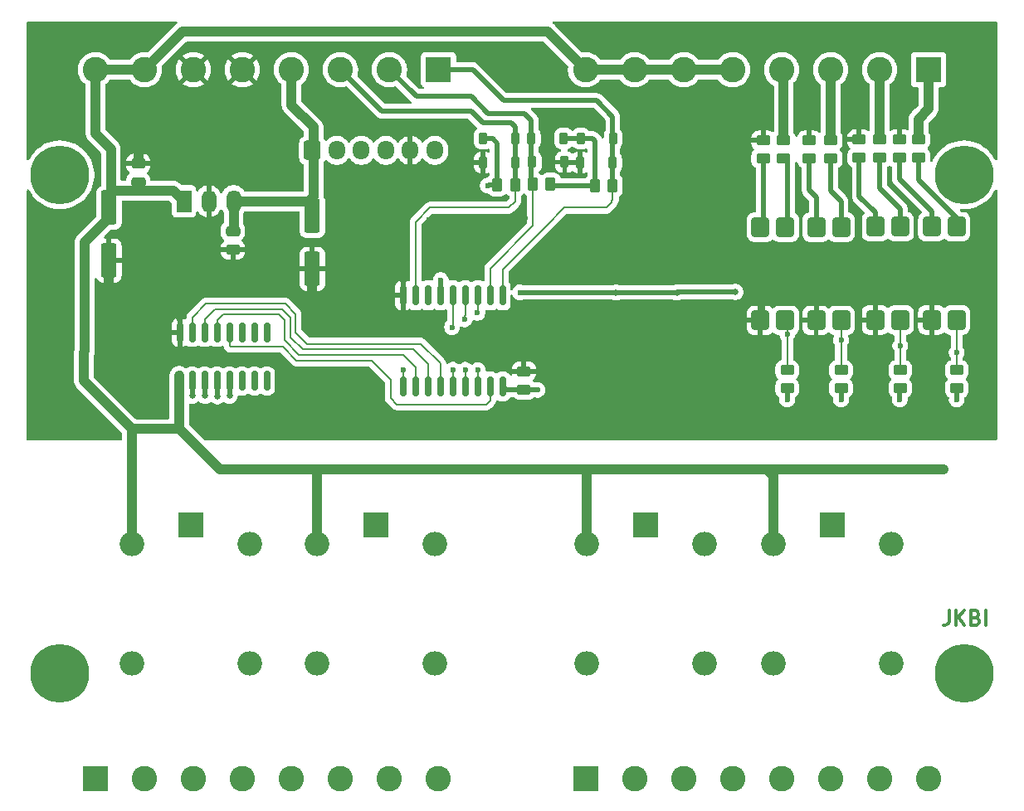
<source format=gbr>
%TF.GenerationSoftware,KiCad,Pcbnew,9.0.3*%
%TF.CreationDate,2025-10-15T19:42:06+02:00*%
%TF.ProjectId,esp32_blinds_controller,65737033-325f-4626-9c69-6e64735f636f,V0.3*%
%TF.SameCoordinates,Original*%
%TF.FileFunction,Copper,L1,Top*%
%TF.FilePolarity,Positive*%
%FSLAX46Y46*%
G04 Gerber Fmt 4.6, Leading zero omitted, Abs format (unit mm)*
G04 Created by KiCad (PCBNEW 9.0.3) date 2025-10-15 19:42:06*
%MOMM*%
%LPD*%
G01*
G04 APERTURE LIST*
G04 Aperture macros list*
%AMRoundRect*
0 Rectangle with rounded corners*
0 $1 Rounding radius*
0 $2 $3 $4 $5 $6 $7 $8 $9 X,Y pos of 4 corners*
0 Add a 4 corners polygon primitive as box body*
4,1,4,$2,$3,$4,$5,$6,$7,$8,$9,$2,$3,0*
0 Add four circle primitives for the rounded corners*
1,1,$1+$1,$2,$3*
1,1,$1+$1,$4,$5*
1,1,$1+$1,$6,$7*
1,1,$1+$1,$8,$9*
0 Add four rect primitives between the rounded corners*
20,1,$1+$1,$2,$3,$4,$5,0*
20,1,$1+$1,$4,$5,$6,$7,0*
20,1,$1+$1,$6,$7,$8,$9,0*
20,1,$1+$1,$8,$9,$2,$3,0*%
G04 Aperture macros list end*
%ADD10C,0.300000*%
%TA.AperFunction,NonConductor*%
%ADD11C,0.300000*%
%TD*%
%TA.AperFunction,ComponentPad*%
%ADD12RoundRect,0.250000X-0.600000X-0.725000X0.600000X-0.725000X0.600000X0.725000X-0.600000X0.725000X0*%
%TD*%
%TA.AperFunction,ComponentPad*%
%ADD13O,1.700000X1.950000*%
%TD*%
%TA.AperFunction,SMDPad,CuDef*%
%ADD14RoundRect,0.249999X-0.640001X0.750001X-0.640001X-0.750001X0.640001X-0.750001X0.640001X0.750001X0*%
%TD*%
%TA.AperFunction,SMDPad,CuDef*%
%ADD15RoundRect,0.250000X-0.550000X1.500000X-0.550000X-1.500000X0.550000X-1.500000X0.550000X1.500000X0*%
%TD*%
%TA.AperFunction,SMDPad,CuDef*%
%ADD16RoundRect,0.250000X0.450000X-0.262500X0.450000X0.262500X-0.450000X0.262500X-0.450000X-0.262500X0*%
%TD*%
%TA.AperFunction,ComponentPad*%
%ADD17R,2.500000X2.500000*%
%TD*%
%TA.AperFunction,ComponentPad*%
%ADD18O,2.500000X2.500000*%
%TD*%
%TA.AperFunction,SMDPad,CuDef*%
%ADD19RoundRect,0.250000X0.262500X0.450000X-0.262500X0.450000X-0.262500X-0.450000X0.262500X-0.450000X0*%
%TD*%
%TA.AperFunction,SMDPad,CuDef*%
%ADD20RoundRect,0.225000X-0.225000X-0.375000X0.225000X-0.375000X0.225000X0.375000X-0.225000X0.375000X0*%
%TD*%
%TA.AperFunction,SMDPad,CuDef*%
%ADD21RoundRect,0.150000X-0.150000X0.825000X-0.150000X-0.825000X0.150000X-0.825000X0.150000X0.825000X0*%
%TD*%
%TA.AperFunction,SMDPad,CuDef*%
%ADD22RoundRect,0.250000X-0.262500X-0.450000X0.262500X-0.450000X0.262500X0.450000X-0.262500X0.450000X0*%
%TD*%
%TA.AperFunction,SMDPad,CuDef*%
%ADD23RoundRect,0.225000X0.225000X0.375000X-0.225000X0.375000X-0.225000X-0.375000X0.225000X-0.375000X0*%
%TD*%
%TA.AperFunction,SMDPad,CuDef*%
%ADD24RoundRect,0.150000X-0.150000X0.875000X-0.150000X-0.875000X0.150000X-0.875000X0.150000X0.875000X0*%
%TD*%
%TA.AperFunction,ComponentPad*%
%ADD25R,2.600000X2.600000*%
%TD*%
%TA.AperFunction,ComponentPad*%
%ADD26C,2.600000*%
%TD*%
%TA.AperFunction,ComponentPad*%
%ADD27C,6.000000*%
%TD*%
%TA.AperFunction,SMDPad,CuDef*%
%ADD28RoundRect,0.250000X0.475000X-0.250000X0.475000X0.250000X-0.475000X0.250000X-0.475000X-0.250000X0*%
%TD*%
%TA.AperFunction,ComponentPad*%
%ADD29R,1.500000X2.300000*%
%TD*%
%TA.AperFunction,ComponentPad*%
%ADD30O,1.500000X2.300000*%
%TD*%
%TA.AperFunction,SMDPad,CuDef*%
%ADD31RoundRect,0.250000X-0.475000X0.250000X-0.475000X-0.250000X0.475000X-0.250000X0.475000X0.250000X0*%
%TD*%
%TA.AperFunction,ViaPad*%
%ADD32C,0.600000*%
%TD*%
%TA.AperFunction,ViaPad*%
%ADD33C,0.650000*%
%TD*%
%TA.AperFunction,Conductor*%
%ADD34C,0.500000*%
%TD*%
%TA.AperFunction,Conductor*%
%ADD35C,1.000000*%
%TD*%
%TA.AperFunction,Conductor*%
%ADD36C,0.200000*%
%TD*%
G04 APERTURE END LIST*
D10*
D11*
X195783082Y-116400828D02*
X195783082Y-117472257D01*
X195783082Y-117472257D02*
X195711653Y-117686542D01*
X195711653Y-117686542D02*
X195568796Y-117829400D01*
X195568796Y-117829400D02*
X195354510Y-117900828D01*
X195354510Y-117900828D02*
X195211653Y-117900828D01*
X196497367Y-117900828D02*
X196497367Y-116400828D01*
X197354510Y-117900828D02*
X196711653Y-117043685D01*
X197354510Y-116400828D02*
X196497367Y-117257971D01*
X198497367Y-117115114D02*
X198711653Y-117186542D01*
X198711653Y-117186542D02*
X198783082Y-117257971D01*
X198783082Y-117257971D02*
X198854510Y-117400828D01*
X198854510Y-117400828D02*
X198854510Y-117615114D01*
X198854510Y-117615114D02*
X198783082Y-117757971D01*
X198783082Y-117757971D02*
X198711653Y-117829400D01*
X198711653Y-117829400D02*
X198568796Y-117900828D01*
X198568796Y-117900828D02*
X197997367Y-117900828D01*
X197997367Y-117900828D02*
X197997367Y-116400828D01*
X197997367Y-116400828D02*
X198497367Y-116400828D01*
X198497367Y-116400828D02*
X198640225Y-116472257D01*
X198640225Y-116472257D02*
X198711653Y-116543685D01*
X198711653Y-116543685D02*
X198783082Y-116686542D01*
X198783082Y-116686542D02*
X198783082Y-116829400D01*
X198783082Y-116829400D02*
X198711653Y-116972257D01*
X198711653Y-116972257D02*
X198640225Y-117043685D01*
X198640225Y-117043685D02*
X198497367Y-117115114D01*
X198497367Y-117115114D02*
X197997367Y-117115114D01*
X199497367Y-117900828D02*
X199497367Y-116400828D01*
D12*
%TO.P,J1,1,Pin_1*%
%TO.N,+3V3*%
X130800000Y-69400000D03*
D13*
%TO.P,J1,2,Pin_2*%
%TO.N,/INT*%
X133300000Y-69400000D03*
%TO.P,J1,3,Pin_3*%
%TO.N,/SDA*%
X135800000Y-69400000D03*
%TO.P,J1,4,Pin_4*%
%TO.N,/SCL*%
X138300000Y-69400000D03*
%TO.P,J1,5,Pin_5*%
%TO.N,GND*%
X140800000Y-69400000D03*
%TO.P,J1,6,Pin_6*%
%TO.N,VBUS*%
X143300000Y-69400000D03*
%TD*%
D14*
%TO.P,U7,1*%
%TO.N,Net-(R11-Pad1)*%
X196545000Y-77185000D03*
%TO.P,U7,2*%
%TO.N,Net-(R15-Pad1)*%
X194005000Y-77185000D03*
%TO.P,U7,3*%
%TO.N,GND*%
X194005000Y-86715000D03*
%TO.P,U7,4*%
%TO.N,/IN4_L*%
X196545000Y-86715000D03*
%TD*%
D15*
%TO.P,C5,1*%
%TO.N,VBUS*%
X110050000Y-75250000D03*
%TO.P,C5,2*%
%TO.N,GND*%
X110050000Y-80650000D03*
%TD*%
D16*
%TO.P,R6,1*%
%TO.N,+3V3*%
X184750000Y-93662500D03*
%TO.P,R6,2*%
%TO.N,/IN2_L*%
X184750000Y-91837500D03*
%TD*%
D17*
%TO.P,K2,1*%
%TO.N,Net-(K1-Pad4)*%
X137300000Y-107622500D03*
D18*
%TO.P,K2,2*%
%TO.N,VBUS*%
X131300000Y-109622500D03*
%TO.P,K2,3*%
%TO.N,/L1-UP*%
X131300000Y-121822500D03*
%TO.P,K2,4*%
%TO.N,/L1-SW*%
X143300000Y-121822500D03*
%TO.P,K2,5*%
%TO.N,/nUP1*%
X143300000Y-109622500D03*
%TD*%
D19*
%TO.P,R2,1*%
%TO.N,+3V3*%
X155112500Y-72850000D03*
%TO.P,R2,2*%
%TO.N,/SDA*%
X153287500Y-72850000D03*
%TD*%
D20*
%TO.P,D9,1,K*%
%TO.N,+3V3*%
X148250000Y-68200000D03*
%TO.P,D9,2,A*%
%TO.N,/INT*%
X151550000Y-68200000D03*
%TD*%
D21*
%TO.P,U2,1,I1*%
%TO.N,unconnected-(U2-I1-Pad1)*%
X126170000Y-88000000D03*
%TO.P,U2,2,I2*%
%TO.N,unconnected-(U2-I2-Pad2)*%
X124900000Y-88000000D03*
%TO.P,U2,3,I3*%
%TO.N,unconnected-(U2-I3-Pad3)*%
X123630000Y-88000000D03*
%TO.P,U2,4,I4*%
%TO.N,/UP2*%
X122360000Y-88000000D03*
%TO.P,U2,5,I5*%
%TO.N,/DN2*%
X121090000Y-88000000D03*
%TO.P,U2,6,I6*%
%TO.N,/UP1*%
X119820000Y-88000000D03*
%TO.P,U2,7,I7*%
%TO.N,/DN1*%
X118550000Y-88000000D03*
%TO.P,U2,8,GND*%
%TO.N,GND*%
X117280000Y-88000000D03*
%TO.P,U2,9,COM*%
%TO.N,VBUS*%
X117280000Y-92950000D03*
%TO.P,U2,10,O7*%
%TO.N,/nDOWN1*%
X118550000Y-92950000D03*
%TO.P,U2,11,O6*%
%TO.N,/nUP1*%
X119820000Y-92950000D03*
%TO.P,U2,12,O5*%
%TO.N,/nDOWN2*%
X121090000Y-92950000D03*
%TO.P,U2,13,O4*%
%TO.N,/nUP2*%
X122360000Y-92950000D03*
%TO.P,U2,14,O3*%
%TO.N,unconnected-(U2-O3-Pad14)*%
X123630000Y-92950000D03*
%TO.P,U2,15,O2*%
%TO.N,unconnected-(U2-O2-Pad15)*%
X124900000Y-92950000D03*
%TO.P,U2,16,O1*%
%TO.N,unconnected-(U2-O1-Pad16)*%
X126170000Y-92950000D03*
%TD*%
D16*
%TO.P,R9,1*%
%TO.N,Net-(R9-Pad1)*%
X183700000Y-70212500D03*
%TO.P,R9,2*%
%TO.N,/IN2_H*%
X183700000Y-68387500D03*
%TD*%
D17*
%TO.P,K4,1*%
%TO.N,Net-(K3-Pad4)*%
X183850000Y-107622500D03*
D18*
%TO.P,K4,2*%
%TO.N,VBUS*%
X177850000Y-109622500D03*
%TO.P,K4,3*%
%TO.N,/L2-UP*%
X177850000Y-121822500D03*
%TO.P,K4,4*%
%TO.N,/L2-SW*%
X189850000Y-121822500D03*
%TO.P,K4,5*%
%TO.N,/nUP2*%
X189850000Y-109622500D03*
%TD*%
D16*
%TO.P,R14,1*%
%TO.N,Net-(R14-Pad1)*%
X181500000Y-70212500D03*
%TO.P,R14,2*%
%TO.N,GND*%
X181500000Y-68387500D03*
%TD*%
%TO.P,R8,1*%
%TO.N,Net-(R8-Pad1)*%
X188700000Y-70112500D03*
%TO.P,R8,2*%
%TO.N,/IN3_H*%
X188700000Y-68287500D03*
%TD*%
D14*
%TO.P,U6,1*%
%TO.N,Net-(R8-Pad1)*%
X190795000Y-77185000D03*
%TO.P,U6,2*%
%TO.N,Net-(R12-Pad1)*%
X188255000Y-77185000D03*
%TO.P,U6,3*%
%TO.N,GND*%
X188255000Y-86715000D03*
%TO.P,U6,4*%
%TO.N,/IN3_L*%
X190795000Y-86715000D03*
%TD*%
D22*
%TO.P,R1,1*%
%TO.N,+3V3*%
X159637500Y-73000000D03*
%TO.P,R1,2*%
%TO.N,/SCL*%
X161462500Y-73000000D03*
%TD*%
D16*
%TO.P,R4,1*%
%TO.N,+3V3*%
X179250000Y-93662500D03*
%TO.P,R4,2*%
%TO.N,/IN1_L*%
X179250000Y-91837500D03*
%TD*%
D23*
%TO.P,D5,1,K*%
%TO.N,+3V3*%
X156450000Y-68200000D03*
%TO.P,D5,2,A*%
%TO.N,/SDA*%
X153150000Y-68200000D03*
%TD*%
D16*
%TO.P,R10,1*%
%TO.N,Net-(R10-Pad1)*%
X178900000Y-70212500D03*
%TO.P,R10,2*%
%TO.N,/IN1_H*%
X178900000Y-68387500D03*
%TD*%
D17*
%TO.P,K1,1*%
%TO.N,/L1*%
X118400000Y-107622500D03*
D18*
%TO.P,K1,2*%
%TO.N,VBUS*%
X112400000Y-109622500D03*
%TO.P,K1,3*%
%TO.N,/L1-DOWN*%
X112400000Y-121822500D03*
%TO.P,K1,4*%
%TO.N,Net-(K1-Pad4)*%
X124400000Y-121822500D03*
%TO.P,K1,5*%
%TO.N,/nDOWN1*%
X124400000Y-109622500D03*
%TD*%
D16*
%TO.P,R12,1*%
%TO.N,Net-(R12-Pad1)*%
X186600000Y-70112500D03*
%TO.P,R12,2*%
%TO.N,GND*%
X186600000Y-68287500D03*
%TD*%
D20*
%TO.P,D7,1,K*%
%TO.N,+3V3*%
X158200000Y-68200000D03*
%TO.P,D7,2,A*%
%TO.N,/SCL*%
X161500000Y-68200000D03*
%TD*%
D23*
%TO.P,D8,1,K*%
%TO.N,/SCL*%
X161450000Y-70650000D03*
%TO.P,D8,2,A*%
%TO.N,GND*%
X158150000Y-70650000D03*
%TD*%
D14*
%TO.P,U5,1*%
%TO.N,Net-(R9-Pad1)*%
X184750000Y-77235000D03*
%TO.P,U5,2*%
%TO.N,Net-(R14-Pad1)*%
X182210000Y-77235000D03*
%TO.P,U5,3*%
%TO.N,GND*%
X182210000Y-86765000D03*
%TO.P,U5,4*%
%TO.N,/IN2_L*%
X184750000Y-86765000D03*
%TD*%
D23*
%TO.P,D10,1,K*%
%TO.N,/INT*%
X151550000Y-70650000D03*
%TO.P,D10,2,A*%
%TO.N,GND*%
X148250000Y-70650000D03*
%TD*%
D24*
%TO.P,U1,1,SCL*%
%TO.N,/SCL*%
X150220000Y-84200000D03*
%TO.P,U1,2,SDA*%
%TO.N,/SDA*%
X148950000Y-84200000D03*
%TO.P,U1,3,A2*%
%TO.N,/A2*%
X147680000Y-84200000D03*
%TO.P,U1,4,A1*%
%TO.N,/A1*%
X146410000Y-84200000D03*
%TO.P,U1,5,A0*%
%TO.N,/A0*%
X145140000Y-84200000D03*
%TO.P,U1,6,~{RESET}*%
%TO.N,+3V3*%
X143870000Y-84200000D03*
%TO.P,U1,7,NC*%
%TO.N,unconnected-(U1-NC-Pad7)*%
X142600000Y-84200000D03*
%TO.P,U1,8,INT*%
%TO.N,/INT*%
X141330000Y-84200000D03*
%TO.P,U1,9,VSS*%
%TO.N,GND*%
X140060000Y-84200000D03*
%TO.P,U1,10,GP0*%
%TO.N,/IN4_L*%
X140060000Y-93500000D03*
%TO.P,U1,11,GP1*%
%TO.N,/DN2*%
X141330000Y-93500000D03*
%TO.P,U1,12,GP2*%
%TO.N,/UP1*%
X142600000Y-93500000D03*
%TO.P,U1,13,GP3*%
%TO.N,/DN1*%
X143870000Y-93500000D03*
%TO.P,U1,14,GP4*%
%TO.N,/IN1_L*%
X145140000Y-93500000D03*
%TO.P,U1,15,GP5*%
%TO.N,/IN2_L*%
X146410000Y-93500000D03*
%TO.P,U1,16,GP6*%
%TO.N,/IN3_L*%
X147680000Y-93500000D03*
%TO.P,U1,17,GP7*%
%TO.N,/UP2*%
X148950000Y-93500000D03*
%TO.P,U1,18,VDD*%
%TO.N,+3V3*%
X150220000Y-93500000D03*
%TD*%
D22*
%TO.P,R3,1*%
%TO.N,+3V3*%
X149675000Y-72900000D03*
%TO.P,R3,2*%
%TO.N,/INT*%
X151500000Y-72900000D03*
%TD*%
D25*
%TO.P,MOD1,A1,A1*%
%TO.N,/L1-DOWN*%
X108675000Y-133580000D03*
D26*
%TO.P,MOD1,A2,A2*%
X113675000Y-133580000D03*
%TO.P,MOD1,A3,A3*%
%TO.N,/L1*%
X118675000Y-133580000D03*
%TO.P,MOD1,A4,A4*%
X123675000Y-133580000D03*
%TO.P,MOD1,A5,A5*%
%TO.N,/L1-UP*%
X128675000Y-133580000D03*
%TO.P,MOD1,A6,A6*%
X133675000Y-133580000D03*
%TO.P,MOD1,A7,A7*%
%TO.N,/L1-SW*%
X138675000Y-133580000D03*
%TO.P,MOD1,A8,A8*%
X143675000Y-133580000D03*
D25*
%TO.P,MOD1,B1,B1*%
%TO.N,/L2-DOWN*%
X158675000Y-133580000D03*
D26*
%TO.P,MOD1,B2,B2*%
X163675000Y-133580000D03*
%TO.P,MOD1,B3,B3*%
%TO.N,/L2*%
X168675000Y-133580000D03*
%TO.P,MOD1,B4,B4*%
X173675000Y-133580000D03*
%TO.P,MOD1,B5,B5*%
%TO.N,/L2-UP*%
X178675000Y-133580000D03*
%TO.P,MOD1,B6,B6*%
X183675000Y-133580000D03*
%TO.P,MOD1,B7,B7*%
%TO.N,/L2-SW*%
X188675000Y-133580000D03*
%TO.P,MOD1,B8,B8*%
X193675000Y-133580000D03*
D25*
%TO.P,MOD1,C1,C1*%
%TO.N,/IN4_H*%
X193675000Y-61160000D03*
D26*
%TO.P,MOD1,C2,C2*%
%TO.N,/IN3_H*%
X188675000Y-61160000D03*
%TO.P,MOD1,C3,C3*%
%TO.N,/IN2_H*%
X183675000Y-61160000D03*
%TO.P,MOD1,C4,C4*%
%TO.N,/IN1_H*%
X178675000Y-61160000D03*
%TO.P,MOD1,C5,C5*%
%TO.N,VBUS*%
X173675000Y-61160000D03*
%TO.P,MOD1,C6,C6*%
X168675000Y-61160000D03*
%TO.P,MOD1,C7,C7*%
X163675000Y-61160000D03*
%TO.P,MOD1,C8,C8*%
X158675000Y-61160000D03*
D25*
%TO.P,MOD1,D1,D1*%
%TO.N,/SCL*%
X143675000Y-61160000D03*
D26*
%TO.P,MOD1,D2,D2*%
%TO.N,/SDA*%
X138675000Y-61160000D03*
%TO.P,MOD1,D3,D3*%
%TO.N,/INT*%
X133675000Y-61160000D03*
%TO.P,MOD1,D4,D4*%
%TO.N,+3V3*%
X128675000Y-61160000D03*
%TO.P,MOD1,D5,D5*%
%TO.N,GND*%
X123675000Y-61160000D03*
%TO.P,MOD1,D6,D6*%
X118675000Y-61160000D03*
%TO.P,MOD1,D7,D7*%
%TO.N,VBUS*%
X113675000Y-61160000D03*
%TO.P,MOD1,D8,D8*%
X108675000Y-61160000D03*
D27*
%TO.P,MOD1,MH1*%
%TO.N,N/C*%
X105050000Y-71900000D03*
%TO.P,MOD1,MH2*%
X197300000Y-71900000D03*
%TO.P,MOD1,MH3*%
X105050000Y-122800000D03*
%TO.P,MOD1,MH4*%
X197300000Y-122800000D03*
%TD*%
D14*
%TO.P,U4,1*%
%TO.N,Net-(R10-Pad1)*%
X179070000Y-77235000D03*
%TO.P,U4,2*%
%TO.N,Net-(R13-Pad1)*%
X176530000Y-77235000D03*
%TO.P,U4,3*%
%TO.N,GND*%
X176530000Y-86765000D03*
%TO.P,U4,4*%
%TO.N,/IN1_L*%
X179070000Y-86765000D03*
%TD*%
D16*
%TO.P,R7,1*%
%TO.N,+3V3*%
X196550000Y-93662500D03*
%TO.P,R7,2*%
%TO.N,/IN4_L*%
X196550000Y-91837500D03*
%TD*%
D28*
%TO.P,C2,1*%
%TO.N,VBUS*%
X113050000Y-72650000D03*
%TO.P,C2,2*%
%TO.N,GND*%
X113050000Y-70750000D03*
%TD*%
D29*
%TO.P,U3,1,IN*%
%TO.N,VBUS*%
X117703000Y-74607500D03*
D30*
%TO.P,U3,2,GND*%
%TO.N,GND*%
X120243000Y-74607500D03*
%TO.P,U3,3,OUT*%
%TO.N,+3V3*%
X122783000Y-74607500D03*
%TD*%
D17*
%TO.P,K3,1*%
%TO.N,/L2*%
X164800000Y-107622500D03*
D18*
%TO.P,K3,2*%
%TO.N,VBUS*%
X158800000Y-109622500D03*
%TO.P,K3,3*%
%TO.N,/L2-DOWN*%
X158800000Y-121822500D03*
%TO.P,K3,4*%
%TO.N,Net-(K3-Pad4)*%
X170800000Y-121822500D03*
%TO.P,K3,5*%
%TO.N,/nDOWN2*%
X170800000Y-109622500D03*
%TD*%
D16*
%TO.P,R11,1*%
%TO.N,Net-(R11-Pad1)*%
X192650000Y-70112500D03*
%TO.P,R11,2*%
%TO.N,/IN4_H*%
X192650000Y-68287500D03*
%TD*%
%TO.P,R13,1*%
%TO.N,Net-(R13-Pad1)*%
X176800000Y-70212500D03*
%TO.P,R13,2*%
%TO.N,GND*%
X176800000Y-68387500D03*
%TD*%
D20*
%TO.P,D6,1,K*%
%TO.N,/SDA*%
X153250000Y-70600000D03*
%TO.P,D6,2,A*%
%TO.N,GND*%
X156550000Y-70600000D03*
%TD*%
D15*
%TO.P,C4,1*%
%TO.N,+3V3*%
X130800000Y-76100000D03*
%TO.P,C4,2*%
%TO.N,GND*%
X130800000Y-81500000D03*
%TD*%
D16*
%TO.P,R5,1*%
%TO.N,+3V3*%
X190800000Y-93662500D03*
%TO.P,R5,2*%
%TO.N,/IN3_L*%
X190800000Y-91837500D03*
%TD*%
D31*
%TO.P,C1,1*%
%TO.N,+3V3*%
X122700000Y-77650000D03*
%TO.P,C1,2*%
%TO.N,GND*%
X122700000Y-79550000D03*
%TD*%
D28*
%TO.P,C3,1*%
%TO.N,+3V3*%
X152400000Y-93850000D03*
%TO.P,C3,2*%
%TO.N,GND*%
X152400000Y-91950000D03*
%TD*%
D16*
%TO.P,R15,1*%
%TO.N,Net-(R15-Pad1)*%
X190700000Y-70112500D03*
%TO.P,R15,2*%
%TO.N,GND*%
X190700000Y-68287500D03*
%TD*%
D32*
%TO.N,GND*%
X142700000Y-76500000D03*
X152550000Y-76350000D03*
X142550000Y-82400000D03*
X157300000Y-70650000D03*
X147650000Y-82450000D03*
X130800000Y-83850000D03*
X176750000Y-85100000D03*
D33*
X140100000Y-82750000D03*
D32*
X151350000Y-82650000D03*
X152400000Y-74250000D03*
X102400000Y-56850000D03*
X200100000Y-56900000D03*
X188300000Y-84850000D03*
X200000000Y-98000000D03*
X182150000Y-85050000D03*
X176800000Y-67350000D03*
X186600000Y-67250000D03*
X181450000Y-67350000D03*
D33*
X117250000Y-86600000D03*
D32*
X110050000Y-83250000D03*
X190700000Y-67200000D03*
X113050000Y-69450000D03*
X145400000Y-76150000D03*
X128000000Y-98000000D03*
X102000000Y-98000000D03*
X193950000Y-84850000D03*
D33*
%TO.N,/nDOWN2*%
X121100000Y-94500000D03*
%TO.N,/nDOWN1*%
X118550000Y-94450000D03*
%TO.N,/nUP2*%
X122350000Y-94450000D03*
%TO.N,/nUP1*%
X119850000Y-94450000D03*
%TO.N,VBUS*%
X195200000Y-102000000D03*
D32*
X147400000Y-57300000D03*
%TO.N,+3V3*%
X184750000Y-94850000D03*
X143900000Y-82650000D03*
X153800000Y-93850000D03*
X155950000Y-73000000D03*
D33*
X168000000Y-83900000D03*
D32*
X148700000Y-73000000D03*
X196550000Y-94850000D03*
X152000000Y-83900000D03*
X179250000Y-94850000D03*
X190750000Y-94850000D03*
D33*
X173950000Y-83850000D03*
X161800000Y-83900000D03*
D32*
%TO.N,/A0*%
X145050000Y-87450000D03*
%TO.N,/A1*%
X146350000Y-86650000D03*
%TO.N,/A2*%
X147650000Y-86000000D03*
%TO.N,/IN1_L*%
X145150000Y-91800000D03*
X179270000Y-88150000D03*
%TO.N,/IN2_L*%
X146400000Y-91800000D03*
X184750000Y-88750000D03*
%TO.N,/IN3_L*%
X147700000Y-91850000D03*
X190795000Y-89350000D03*
%TO.N,/IN4_L*%
X196545000Y-90050000D03*
X140050000Y-91850000D03*
%TD*%
D34*
%TO.N,GND*%
X176730000Y-85120000D02*
X176750000Y-85100000D01*
X176800000Y-68387500D02*
X176800000Y-67350000D01*
X158150000Y-70650000D02*
X157300000Y-70650000D01*
X182210000Y-85110000D02*
X182150000Y-85050000D01*
D35*
X113050000Y-70750000D02*
X113050000Y-69450000D01*
D34*
X156600000Y-70650000D02*
X156550000Y-70600000D01*
X157300000Y-70650000D02*
X156600000Y-70650000D01*
X181500000Y-67400000D02*
X181450000Y-67350000D01*
D35*
X130800000Y-81500000D02*
X130800000Y-83850000D01*
D34*
X117280000Y-88000000D02*
X117280000Y-86630000D01*
X186600000Y-68287500D02*
X186600000Y-67250000D01*
D35*
X110050000Y-80650000D02*
X110050000Y-83250000D01*
D34*
X194005000Y-86715000D02*
X194005000Y-84905000D01*
X188255000Y-86715000D02*
X188255000Y-84895000D01*
X181500000Y-68387500D02*
X181500000Y-67400000D01*
X190700000Y-68287500D02*
X190700000Y-67200000D01*
X182210000Y-86765000D02*
X182210000Y-85110000D01*
X176730000Y-86765000D02*
X176730000Y-85120000D01*
X188255000Y-84895000D02*
X188300000Y-84850000D01*
X194005000Y-84905000D02*
X193950000Y-84850000D01*
X117280000Y-86630000D02*
X117250000Y-86600000D01*
X140060000Y-84200000D02*
X140060000Y-82790000D01*
X140060000Y-82790000D02*
X140100000Y-82750000D01*
%TO.N,/nDOWN2*%
X121100000Y-94500000D02*
X121100000Y-92960000D01*
X121100000Y-92960000D02*
X121090000Y-92950000D01*
%TO.N,/nDOWN1*%
X118550000Y-94450000D02*
X118550000Y-92950000D01*
%TO.N,/nUP2*%
X122350000Y-94450000D02*
X122350000Y-92960000D01*
X122350000Y-92960000D02*
X122360000Y-92950000D01*
%TO.N,/nUP1*%
X119850000Y-92980000D02*
X119820000Y-92950000D01*
X119850000Y-94450000D02*
X119850000Y-92980000D01*
D35*
%TO.N,VBUS*%
X117703000Y-74607500D02*
X116595500Y-73500000D01*
X158800000Y-102200000D02*
X159000000Y-102000000D01*
X195200000Y-102000000D02*
X177200000Y-102000000D01*
X131300000Y-101950000D02*
X131300000Y-109622500D01*
X113675000Y-61160000D02*
X117535000Y-57300000D01*
X110250000Y-73500000D02*
X110250000Y-74600000D01*
X108675000Y-61160000D02*
X108675000Y-67675000D01*
X158800000Y-109622500D02*
X158800000Y-102200000D01*
X117535000Y-57300000D02*
X147400000Y-57300000D01*
X117220000Y-92420000D02*
X117220000Y-97820000D01*
X126300000Y-101950000D02*
X131300000Y-101950000D01*
X158675000Y-61160000D02*
X173675000Y-61160000D01*
X116595500Y-73500000D02*
X110250000Y-73500000D01*
X131300000Y-101950000D02*
X131250000Y-102000000D01*
X112400000Y-97850000D02*
X112400000Y-109622500D01*
X131100000Y-102000000D02*
X159000000Y-102000000D01*
X107500000Y-90000000D02*
X107500000Y-92950000D01*
X110250000Y-69250000D02*
X110250000Y-74600000D01*
X117250000Y-97850000D02*
X121350000Y-101950000D01*
X154815000Y-57300000D02*
X158675000Y-61160000D01*
X110250000Y-76100000D02*
X107597349Y-78752651D01*
X107597349Y-89902651D02*
X107500000Y-90000000D01*
X121350000Y-101950000D02*
X126300000Y-101950000D01*
X177200000Y-102000000D02*
X177850000Y-102650000D01*
X159000000Y-102000000D02*
X177200000Y-102000000D01*
X108675000Y-61160000D02*
X113675000Y-61160000D01*
X131250000Y-102000000D02*
X131100000Y-102000000D01*
X107500000Y-92950000D02*
X112400000Y-97850000D01*
X147400000Y-57300000D02*
X154815000Y-57300000D01*
X112400000Y-97850000D02*
X117250000Y-97850000D01*
X107597349Y-78752651D02*
X107597349Y-89902651D01*
X177850000Y-102650000D02*
X177850000Y-109622500D01*
X108675000Y-67675000D02*
X110250000Y-69250000D01*
X117220000Y-97820000D02*
X117250000Y-97850000D01*
X110250000Y-74600000D02*
X110250000Y-76100000D01*
D36*
%TO.N,/DN1*%
X143870000Y-91170000D02*
X143870000Y-93500000D01*
X130250000Y-89150000D02*
X141850000Y-89150000D01*
X118550000Y-86450000D02*
X119950000Y-85050000D01*
X129100000Y-86100000D02*
X129100000Y-88000000D01*
X128050000Y-85050000D02*
X129100000Y-86100000D01*
X118550000Y-88000000D02*
X118550000Y-86450000D01*
X119950000Y-85050000D02*
X128050000Y-85050000D01*
X129100000Y-88000000D02*
X130250000Y-89150000D01*
X141850000Y-89150000D02*
X143870000Y-91170000D01*
%TO.N,/UP1*%
X142600000Y-91200000D02*
X142600000Y-93500000D01*
X127750000Y-85600000D02*
X128600000Y-86450000D01*
X141100000Y-89700000D02*
X142600000Y-91200000D01*
X119820000Y-88000000D02*
X119820000Y-86630000D01*
X129800000Y-89700000D02*
X141100000Y-89700000D01*
X120850000Y-85600000D02*
X127750000Y-85600000D01*
X128600000Y-86450000D02*
X128600000Y-88500000D01*
X119820000Y-86630000D02*
X120850000Y-85600000D01*
X128600000Y-88500000D02*
X129800000Y-89700000D01*
%TO.N,/DN2*%
X121700000Y-86150000D02*
X127400000Y-86150000D01*
X121150000Y-87600000D02*
X121150000Y-86700000D01*
X127950000Y-88800000D02*
X129450000Y-90300000D01*
X141330000Y-91530000D02*
X141330000Y-93500000D01*
X121150000Y-86700000D02*
X121700000Y-86150000D01*
X127950000Y-86700000D02*
X127950000Y-88800000D01*
X127400000Y-86150000D02*
X127950000Y-86700000D01*
X129450000Y-90300000D02*
X140100000Y-90300000D01*
X140100000Y-90300000D02*
X141330000Y-91530000D01*
%TO.N,/UP2*%
X122360000Y-88000000D02*
X122360000Y-89360000D01*
X127800000Y-89450000D02*
X129200000Y-90850000D01*
X129200000Y-90850000D02*
X136850000Y-90850000D01*
X148950000Y-94950000D02*
X148950000Y-93500000D01*
X138800000Y-94700000D02*
X139450000Y-95350000D01*
X136850000Y-90850000D02*
X138800000Y-92800000D01*
X138800000Y-92800000D02*
X138800000Y-94700000D01*
X148550000Y-95350000D02*
X148950000Y-94950000D01*
X139450000Y-95350000D02*
X148550000Y-95350000D01*
X122360000Y-89360000D02*
X122450000Y-89450000D01*
X122450000Y-89450000D02*
X127800000Y-89450000D01*
%TO.N,/SCL*%
X150220000Y-84200000D02*
X150220000Y-81530000D01*
D34*
X161462500Y-65962500D02*
X161462500Y-73000000D01*
X147160000Y-61160000D02*
X150300000Y-64300000D01*
X150300000Y-64300000D02*
X159800000Y-64300000D01*
X159800000Y-64300000D02*
X161462500Y-65962500D01*
D36*
X150220000Y-81530000D02*
X154620000Y-77130000D01*
X156500000Y-75250000D02*
X160800000Y-75250000D01*
X160800000Y-75250000D02*
X161350000Y-74700000D01*
D34*
X143675000Y-61160000D02*
X147160000Y-61160000D01*
D36*
X161462500Y-74437500D02*
X161462500Y-73000000D01*
X154620000Y-77130000D02*
X156500000Y-75250000D01*
X161350000Y-74700000D02*
X161350000Y-74550000D01*
X161350000Y-74550000D02*
X161462500Y-74437500D01*
%TO.N,/SDA*%
X148950000Y-81450000D02*
X148950000Y-84200000D01*
D34*
X153150000Y-68200000D02*
X153150000Y-72712500D01*
X153150000Y-66350000D02*
X153150000Y-68200000D01*
D36*
X153287500Y-72850000D02*
X153287500Y-77112500D01*
D34*
X141415000Y-63900000D02*
X147000000Y-63900000D01*
D36*
X153350000Y-72912500D02*
X153287500Y-72850000D01*
D34*
X152450000Y-65650000D02*
X153150000Y-66350000D01*
X138675000Y-61160000D02*
X141415000Y-63900000D01*
D36*
X153287500Y-77112500D02*
X148950000Y-81450000D01*
D34*
X147000000Y-63900000D02*
X148750000Y-65650000D01*
X153150000Y-72712500D02*
X153287500Y-72850000D01*
X148750000Y-65650000D02*
X152450000Y-65650000D01*
%TO.N,+3V3*%
X159400000Y-68200000D02*
X159650000Y-68450000D01*
X159650000Y-68450000D02*
X159637500Y-68462500D01*
X196550000Y-93662500D02*
X196550000Y-94850000D01*
D35*
X122783000Y-74607500D02*
X122790500Y-74600000D01*
D34*
X158200000Y-68200000D02*
X159400000Y-68200000D01*
X155950000Y-73000000D02*
X155262500Y-73000000D01*
X157300000Y-68200000D02*
X158200000Y-68200000D01*
X149675000Y-68675000D02*
X149200000Y-68200000D01*
X159637500Y-68462500D02*
X159637500Y-73000000D01*
D35*
X130450000Y-74600000D02*
X130950000Y-74100000D01*
D34*
X190750000Y-94850000D02*
X190750000Y-93712500D01*
X156450000Y-68200000D02*
X157300000Y-68200000D01*
X150220000Y-93500000D02*
X150570000Y-93850000D01*
X168050000Y-83850000D02*
X168000000Y-83900000D01*
D35*
X122790500Y-74600000D02*
X130450000Y-74600000D01*
X130950000Y-74100000D02*
X130925000Y-74075000D01*
X130925000Y-74075000D02*
X130925000Y-67025000D01*
D34*
X159637500Y-73000000D02*
X155950000Y-73000000D01*
X150570000Y-93850000D02*
X152400000Y-93850000D01*
X168000000Y-83900000D02*
X167700000Y-83900000D01*
X152400000Y-93850000D02*
X153800000Y-93850000D01*
D35*
X130925000Y-67025000D02*
X128675000Y-64775000D01*
X122783000Y-77567000D02*
X122700000Y-77650000D01*
D34*
X161800000Y-83900000D02*
X152000000Y-83900000D01*
X167700000Y-83900000D02*
X161800000Y-83900000D01*
X143900000Y-82650000D02*
X143900000Y-84170000D01*
X155262500Y-73000000D02*
X155112500Y-72850000D01*
X179250000Y-94850000D02*
X179250000Y-93662500D01*
X148800000Y-72900000D02*
X148700000Y-73000000D01*
X149675000Y-72900000D02*
X149675000Y-68675000D01*
X190750000Y-93712500D02*
X190800000Y-93662500D01*
X184750000Y-94850000D02*
X184750000Y-93662500D01*
X149675000Y-72900000D02*
X148800000Y-72900000D01*
X149200000Y-68200000D02*
X148250000Y-68200000D01*
X173950000Y-83850000D02*
X168050000Y-83850000D01*
D35*
X122783000Y-74607500D02*
X122783000Y-77567000D01*
X128675000Y-64775000D02*
X128675000Y-61160000D01*
D34*
X143900000Y-84170000D02*
X143870000Y-84200000D01*
%TO.N,/INT*%
X151500000Y-67000000D02*
X151500000Y-72900000D01*
D36*
X141330000Y-76720000D02*
X142800000Y-75250000D01*
X151500000Y-74600000D02*
X151500000Y-72900000D01*
D34*
X148200000Y-66600000D02*
X151100000Y-66600000D01*
X133675000Y-61160000D02*
X137915000Y-65400000D01*
X137915000Y-65400000D02*
X147000000Y-65400000D01*
D36*
X142800000Y-75250000D02*
X150850000Y-75250000D01*
D34*
X147000000Y-65400000D02*
X148200000Y-66600000D01*
X151100000Y-66600000D02*
X151500000Y-67000000D01*
D36*
X141330000Y-84200000D02*
X141330000Y-76720000D01*
X150850000Y-75250000D02*
X151500000Y-74600000D01*
%TO.N,/A0*%
X145140000Y-87360000D02*
X145140000Y-84200000D01*
X145050000Y-87450000D02*
X145140000Y-87360000D01*
%TO.N,/A1*%
X146350000Y-86250000D02*
X146410000Y-86190000D01*
X146350000Y-86650000D02*
X146350000Y-86250000D01*
X146410000Y-86190000D02*
X146410000Y-84200000D01*
%TO.N,/A2*%
X147680000Y-85970000D02*
X147650000Y-86000000D01*
X147680000Y-84200000D02*
X147680000Y-85970000D01*
%TO.N,/IN1_L*%
X145140000Y-91910000D02*
X145140000Y-93500000D01*
X179270000Y-91817500D02*
X179250000Y-91837500D01*
X179270000Y-86765000D02*
X179270000Y-91817500D01*
X145150000Y-91800000D02*
X145150000Y-91900000D01*
X145150000Y-91900000D02*
X145140000Y-91910000D01*
%TO.N,/IN2_L*%
X146410000Y-91810000D02*
X146400000Y-91800000D01*
X146410000Y-93500000D02*
X146410000Y-91810000D01*
X184750000Y-88750000D02*
X184750000Y-91837500D01*
X184750000Y-86765000D02*
X184750000Y-88750000D01*
%TO.N,/IN3_L*%
X147680000Y-93500000D02*
X147680000Y-91870000D01*
X147680000Y-91870000D02*
X147700000Y-91850000D01*
X190795000Y-91832500D02*
X190800000Y-91837500D01*
X190795000Y-89350000D02*
X190795000Y-91832500D01*
X190795000Y-86715000D02*
X190795000Y-89350000D01*
%TO.N,/IN4_L*%
X196545000Y-91332500D02*
X196550000Y-91337500D01*
X140060000Y-93500000D02*
X140060000Y-91860000D01*
X140060000Y-91860000D02*
X140050000Y-91850000D01*
X196550000Y-91337500D02*
X196550000Y-91837500D01*
X196545000Y-90050000D02*
X196545000Y-91332500D01*
X196545000Y-86715000D02*
X196545000Y-90050000D01*
D35*
%TO.N,/IN1_H*%
X178900000Y-61385000D02*
X178900000Y-68387500D01*
X178675000Y-61160000D02*
X178900000Y-61385000D01*
D34*
%TO.N,Net-(R8-Pad1)*%
X188700000Y-73250000D02*
X190795000Y-75345000D01*
X188700000Y-70112500D02*
X188700000Y-73250000D01*
X190795000Y-75345000D02*
X190795000Y-77185000D01*
%TO.N,Net-(R9-Pad1)*%
X183700000Y-70212500D02*
X183700000Y-73550000D01*
X184750000Y-74600000D02*
X184750000Y-77235000D01*
X183700000Y-73550000D02*
X184750000Y-74600000D01*
D35*
%TO.N,/IN2_H*%
X183675000Y-61160000D02*
X183675000Y-68362500D01*
X183675000Y-68362500D02*
X183700000Y-68387500D01*
D34*
%TO.N,Net-(R10-Pad1)*%
X179270000Y-70582500D02*
X179270000Y-77235000D01*
X178900000Y-70212500D02*
X179270000Y-70582500D01*
D35*
%TO.N,/IN4_H*%
X193675000Y-61160000D02*
X193675000Y-65175000D01*
X193675000Y-65175000D02*
X192650000Y-66200000D01*
X192650000Y-66200000D02*
X192650000Y-68287500D01*
D34*
%TO.N,Net-(R11-Pad1)*%
X192650000Y-70112500D02*
X192650000Y-72400000D01*
X196545000Y-76295000D02*
X196545000Y-77185000D01*
X192650000Y-72400000D02*
X196545000Y-76295000D01*
D35*
%TO.N,/IN3_H*%
X188675000Y-68262500D02*
X188700000Y-68287500D01*
X188675000Y-61160000D02*
X188675000Y-68262500D01*
D34*
%TO.N,Net-(R12-Pad1)*%
X186600000Y-70112500D02*
X186600000Y-74100000D01*
X188255000Y-75755000D02*
X188255000Y-77185000D01*
X186600000Y-74100000D02*
X188255000Y-75755000D01*
%TO.N,Net-(R13-Pad1)*%
X176800000Y-77165000D02*
X176730000Y-77235000D01*
X176800000Y-70212500D02*
X176800000Y-77165000D01*
%TO.N,Net-(R14-Pad1)*%
X181500000Y-70212500D02*
X181500000Y-73450000D01*
X181500000Y-73450000D02*
X182210000Y-74160000D01*
X182210000Y-74160000D02*
X182210000Y-77235000D01*
%TO.N,Net-(R15-Pad1)*%
X190700000Y-72300000D02*
X194005000Y-75605000D01*
X194005000Y-75605000D02*
X194005000Y-77185000D01*
X190700000Y-70112500D02*
X190700000Y-72300000D01*
%TD*%
%TA.AperFunction,Conductor*%
%TO.N,GND*%
G36*
X116970584Y-56265185D02*
G01*
X117016339Y-56317989D01*
X117026283Y-56387147D01*
X116997258Y-56450703D01*
X116972435Y-56472602D01*
X116897222Y-56522857D01*
X116897214Y-56522863D01*
X114072690Y-59347387D01*
X114011367Y-59380872D01*
X113968824Y-59382645D01*
X113793021Y-59359501D01*
X113793016Y-59359500D01*
X113793011Y-59359500D01*
X113556989Y-59359500D01*
X113556983Y-59359500D01*
X113556979Y-59359501D01*
X113322989Y-59390306D01*
X113095006Y-59451394D01*
X112876954Y-59541714D01*
X112876943Y-59541719D01*
X112672545Y-59659730D01*
X112485302Y-59803406D01*
X112485295Y-59803412D01*
X112318412Y-59970295D01*
X112318406Y-59970302D01*
X112210457Y-60110986D01*
X112154029Y-60152189D01*
X112112081Y-60159500D01*
X110237919Y-60159500D01*
X110170880Y-60139815D01*
X110139543Y-60110986D01*
X110112908Y-60076275D01*
X110031592Y-59970301D01*
X110031587Y-59970295D01*
X109864704Y-59803412D01*
X109864697Y-59803406D01*
X109677454Y-59659730D01*
X109677453Y-59659729D01*
X109677450Y-59659727D01*
X109595957Y-59612677D01*
X109473056Y-59541719D01*
X109473045Y-59541714D01*
X109254993Y-59451394D01*
X109123670Y-59416206D01*
X109027014Y-59390307D01*
X109027013Y-59390306D01*
X109027010Y-59390306D01*
X108793020Y-59359501D01*
X108793017Y-59359500D01*
X108793011Y-59359500D01*
X108556989Y-59359500D01*
X108556983Y-59359500D01*
X108556979Y-59359501D01*
X108322989Y-59390306D01*
X108095006Y-59451394D01*
X107876954Y-59541714D01*
X107876943Y-59541719D01*
X107672545Y-59659730D01*
X107485302Y-59803406D01*
X107485295Y-59803412D01*
X107318412Y-59970295D01*
X107318406Y-59970302D01*
X107174730Y-60157545D01*
X107174727Y-60157549D01*
X107174727Y-60157550D01*
X107173601Y-60159500D01*
X107056719Y-60361943D01*
X107056714Y-60361954D01*
X106966394Y-60580006D01*
X106905306Y-60807989D01*
X106874501Y-61041979D01*
X106874500Y-61041995D01*
X106874500Y-61278004D01*
X106874501Y-61278020D01*
X106905306Y-61512010D01*
X106966394Y-61739993D01*
X107056714Y-61958045D01*
X107056719Y-61958056D01*
X107100855Y-62034500D01*
X107174727Y-62162450D01*
X107174729Y-62162453D01*
X107174730Y-62162454D01*
X107318406Y-62349697D01*
X107318412Y-62349704D01*
X107485295Y-62516587D01*
X107485302Y-62516593D01*
X107625986Y-62624543D01*
X107667189Y-62680971D01*
X107674500Y-62722919D01*
X107674500Y-67773541D01*
X107675120Y-67776656D01*
X107712949Y-67966836D01*
X107721323Y-67987052D01*
X107725330Y-67996727D01*
X107725332Y-67996733D01*
X107788364Y-68148907D01*
X107788371Y-68148920D01*
X107897859Y-68312780D01*
X107897860Y-68312781D01*
X107897861Y-68312782D01*
X108037218Y-68452139D01*
X108037219Y-68452139D01*
X108044286Y-68459206D01*
X108044285Y-68459206D01*
X108044289Y-68459209D01*
X109213181Y-69628101D01*
X109246666Y-69689424D01*
X109249500Y-69715782D01*
X109249500Y-72954091D01*
X109229815Y-73021130D01*
X109185731Y-73059641D01*
X109186813Y-73061395D01*
X109180667Y-73065185D01*
X109180666Y-73065186D01*
X109124301Y-73099952D01*
X109031342Y-73157289D01*
X108907289Y-73281342D01*
X108815187Y-73430663D01*
X108815185Y-73430668D01*
X108787349Y-73514670D01*
X108760001Y-73597203D01*
X108760001Y-73597204D01*
X108760000Y-73597204D01*
X108749500Y-73699983D01*
X108749500Y-76134217D01*
X108729815Y-76201256D01*
X108713181Y-76221898D01*
X106959570Y-77975509D01*
X106959567Y-77975512D01*
X106900075Y-78035004D01*
X106820208Y-78114870D01*
X106710720Y-78278730D01*
X106710713Y-78278742D01*
X106684015Y-78343202D01*
X106680992Y-78350500D01*
X106663305Y-78393202D01*
X106638265Y-78453653D01*
X106635298Y-78460814D01*
X106635295Y-78460824D01*
X106596849Y-78654105D01*
X106596849Y-89541301D01*
X106595222Y-89549476D01*
X106596139Y-89554555D01*
X106587410Y-89588753D01*
X106568118Y-89635329D01*
X106568118Y-89635330D01*
X106537949Y-89708163D01*
X106537947Y-89708171D01*
X106518864Y-89804110D01*
X106518864Y-89804111D01*
X106499500Y-89901456D01*
X106499500Y-89901459D01*
X106499500Y-93048541D01*
X106499500Y-93048543D01*
X106499499Y-93048543D01*
X106515373Y-93128339D01*
X106515373Y-93128341D01*
X106534499Y-93224496D01*
X106537948Y-93241832D01*
X106537950Y-93241840D01*
X106613364Y-93423907D01*
X106613371Y-93423920D01*
X106722859Y-93587780D01*
X106722860Y-93587781D01*
X106722861Y-93587782D01*
X106862218Y-93727139D01*
X106862219Y-93727139D01*
X106869286Y-93734206D01*
X106869285Y-93734206D01*
X106869289Y-93734209D01*
X111363181Y-98228101D01*
X111396666Y-98289424D01*
X111399500Y-98315782D01*
X111399500Y-98876000D01*
X111379815Y-98943039D01*
X111327011Y-98988794D01*
X111275500Y-99000000D01*
X101799500Y-99000000D01*
X101732461Y-98980315D01*
X101686706Y-98927511D01*
X101675500Y-98876000D01*
X101675500Y-73507595D01*
X101695185Y-73440556D01*
X101747989Y-73394801D01*
X101817147Y-73384857D01*
X101880703Y-73413882D01*
X101908858Y-73449142D01*
X102043893Y-73701775D01*
X102043904Y-73701793D01*
X102234975Y-73987751D01*
X102234985Y-73987765D01*
X102453176Y-74253632D01*
X102696367Y-74496823D01*
X102696372Y-74496827D01*
X102696373Y-74496828D01*
X102962240Y-74715019D01*
X103248213Y-74906100D01*
X103248222Y-74906105D01*
X103248224Y-74906106D01*
X103551530Y-75068227D01*
X103551532Y-75068227D01*
X103551538Y-75068231D01*
X103869295Y-75199850D01*
X104198422Y-75299690D01*
X104535750Y-75366789D01*
X104878031Y-75400500D01*
X104878034Y-75400500D01*
X105221966Y-75400500D01*
X105221969Y-75400500D01*
X105564250Y-75366789D01*
X105901578Y-75299690D01*
X106230705Y-75199850D01*
X106548462Y-75068231D01*
X106851787Y-74906100D01*
X107137760Y-74715019D01*
X107403627Y-74496828D01*
X107646828Y-74253627D01*
X107865019Y-73987760D01*
X108056100Y-73701787D01*
X108218231Y-73398462D01*
X108349850Y-73080705D01*
X108449690Y-72751578D01*
X108516789Y-72414250D01*
X108550500Y-72071969D01*
X108550500Y-71728031D01*
X108516789Y-71385750D01*
X108449690Y-71048422D01*
X108349850Y-70719295D01*
X108218231Y-70401538D01*
X108210096Y-70386319D01*
X108056106Y-70098224D01*
X108056105Y-70098222D01*
X108056100Y-70098213D01*
X107865019Y-69812240D01*
X107646828Y-69546373D01*
X107646827Y-69546372D01*
X107646823Y-69546367D01*
X107403632Y-69303176D01*
X107137765Y-69084985D01*
X107137764Y-69084984D01*
X107137760Y-69084981D01*
X106851787Y-68893900D01*
X106851782Y-68893897D01*
X106851775Y-68893893D01*
X106548469Y-68731772D01*
X106548464Y-68731770D01*
X106526591Y-68722710D01*
X106455394Y-68693219D01*
X106230706Y-68600150D01*
X105901572Y-68500308D01*
X105564248Y-68433210D01*
X105564249Y-68433210D01*
X105306456Y-68407821D01*
X105221969Y-68399500D01*
X104878031Y-68399500D01*
X104799966Y-68407188D01*
X104535750Y-68433210D01*
X104198427Y-68500308D01*
X103869293Y-68600150D01*
X103551535Y-68731770D01*
X103551530Y-68731772D01*
X103248224Y-68893893D01*
X103248206Y-68893904D01*
X102962248Y-69084975D01*
X102962234Y-69084985D01*
X102696367Y-69303176D01*
X102453176Y-69546367D01*
X102234985Y-69812234D01*
X102234975Y-69812248D01*
X102043904Y-70098206D01*
X102043893Y-70098224D01*
X101908858Y-70350857D01*
X101859896Y-70400702D01*
X101791758Y-70416162D01*
X101726078Y-70392330D01*
X101683709Y-70336772D01*
X101675500Y-70292404D01*
X101675500Y-56369500D01*
X101695185Y-56302461D01*
X101747989Y-56256706D01*
X101799500Y-56245500D01*
X116903545Y-56245500D01*
X116970584Y-56265185D01*
G37*
%TD.AperFunction*%
%TA.AperFunction,Conductor*%
G36*
X152428290Y-73811881D02*
G01*
X152462084Y-73814298D01*
X152463173Y-73814997D01*
X152464136Y-73815084D01*
X152494808Y-73832545D01*
X152500936Y-73837304D01*
X152556344Y-73892712D01*
X152633787Y-73940478D01*
X152639058Y-73944572D01*
X152655744Y-73967707D01*
X152674821Y-73988915D01*
X152675922Y-73995681D01*
X152679931Y-74001239D01*
X152687000Y-74042507D01*
X152687000Y-76812402D01*
X152667315Y-76879441D01*
X152650681Y-76900083D01*
X148469482Y-81081281D01*
X148469478Y-81081287D01*
X148423292Y-81161284D01*
X148390424Y-81218212D01*
X148390423Y-81218213D01*
X148381906Y-81250000D01*
X148349499Y-81370943D01*
X148349499Y-81370945D01*
X148349499Y-81539046D01*
X148349500Y-81539059D01*
X148349500Y-82659093D01*
X148329815Y-82726132D01*
X148277011Y-82771887D01*
X148207853Y-82781831D01*
X148162380Y-82765825D01*
X148090400Y-82723257D01*
X148090393Y-82723254D01*
X147932573Y-82677402D01*
X147932567Y-82677401D01*
X147895701Y-82674500D01*
X147895694Y-82674500D01*
X147464306Y-82674500D01*
X147464298Y-82674500D01*
X147427432Y-82677401D01*
X147427426Y-82677402D01*
X147269606Y-82723254D01*
X147269603Y-82723255D01*
X147128137Y-82806917D01*
X147121969Y-82811702D01*
X147120072Y-82809256D01*
X147071358Y-82835857D01*
X147001666Y-82830873D01*
X146969296Y-82810069D01*
X146968031Y-82811702D01*
X146961862Y-82806917D01*
X146852625Y-82742315D01*
X146820398Y-82723256D01*
X146820397Y-82723255D01*
X146820396Y-82723255D01*
X146820393Y-82723254D01*
X146662573Y-82677402D01*
X146662567Y-82677401D01*
X146625701Y-82674500D01*
X146625694Y-82674500D01*
X146194306Y-82674500D01*
X146194298Y-82674500D01*
X146157432Y-82677401D01*
X146157426Y-82677402D01*
X145999606Y-82723254D01*
X145999603Y-82723255D01*
X145858137Y-82806917D01*
X145851969Y-82811702D01*
X145850072Y-82809256D01*
X145801358Y-82835857D01*
X145731666Y-82830873D01*
X145699296Y-82810069D01*
X145698031Y-82811702D01*
X145691862Y-82806917D01*
X145582625Y-82742315D01*
X145550398Y-82723256D01*
X145550397Y-82723255D01*
X145550396Y-82723255D01*
X145550393Y-82723254D01*
X145392573Y-82677402D01*
X145392567Y-82677401D01*
X145355701Y-82674500D01*
X145355694Y-82674500D01*
X144924306Y-82674500D01*
X144924298Y-82674500D01*
X144887432Y-82677401D01*
X144887426Y-82677402D01*
X144859095Y-82685634D01*
X144789226Y-82685435D01*
X144730556Y-82647493D01*
X144701712Y-82583855D01*
X144701245Y-82577203D01*
X144701097Y-82577218D01*
X144700500Y-82571163D01*
X144700500Y-82571158D01*
X144669737Y-82416503D01*
X144669735Y-82416498D01*
X144609397Y-82270827D01*
X144609390Y-82270814D01*
X144521789Y-82139711D01*
X144521786Y-82139707D01*
X144410292Y-82028213D01*
X144410288Y-82028210D01*
X144279185Y-81940609D01*
X144279172Y-81940602D01*
X144133501Y-81880264D01*
X144133489Y-81880261D01*
X143978845Y-81849500D01*
X143978842Y-81849500D01*
X143821158Y-81849500D01*
X143821155Y-81849500D01*
X143666510Y-81880261D01*
X143666498Y-81880264D01*
X143520827Y-81940602D01*
X143520814Y-81940609D01*
X143389711Y-82028210D01*
X143389707Y-82028213D01*
X143278213Y-82139707D01*
X143278210Y-82139711D01*
X143190609Y-82270814D01*
X143190602Y-82270827D01*
X143130264Y-82416498D01*
X143130261Y-82416510D01*
X143099500Y-82571153D01*
X143099500Y-82583989D01*
X143079815Y-82651028D01*
X143027011Y-82696783D01*
X142957853Y-82706727D01*
X142940906Y-82703066D01*
X142852567Y-82677401D01*
X142815701Y-82674500D01*
X142815694Y-82674500D01*
X142384306Y-82674500D01*
X142384298Y-82674500D01*
X142347432Y-82677401D01*
X142347426Y-82677402D01*
X142189606Y-82723254D01*
X142189599Y-82723257D01*
X142117620Y-82765825D01*
X142049896Y-82783008D01*
X141983634Y-82760848D01*
X141939871Y-82706381D01*
X141930500Y-82659093D01*
X141930500Y-77020097D01*
X141950185Y-76953058D01*
X141966819Y-76932416D01*
X143012416Y-75886819D01*
X143073739Y-75853334D01*
X143100097Y-75850500D01*
X150763331Y-75850500D01*
X150763347Y-75850501D01*
X150770943Y-75850501D01*
X150929054Y-75850501D01*
X150929057Y-75850501D01*
X151081785Y-75809577D01*
X151131904Y-75780639D01*
X151218716Y-75730520D01*
X151330520Y-75618716D01*
X151330520Y-75618714D01*
X151340728Y-75608507D01*
X151340730Y-75608504D01*
X151858506Y-75090728D01*
X151858511Y-75090724D01*
X151868714Y-75080520D01*
X151868716Y-75080520D01*
X151980520Y-74968716D01*
X152033392Y-74877139D01*
X152059577Y-74831785D01*
X152100501Y-74679057D01*
X152100501Y-74520943D01*
X152100501Y-74513348D01*
X152100500Y-74513330D01*
X152100500Y-74092507D01*
X152120185Y-74025468D01*
X152159403Y-73986968D01*
X152231156Y-73942712D01*
X152331069Y-73842799D01*
X152332070Y-73842252D01*
X152332636Y-73841259D01*
X152362663Y-73825546D01*
X152392392Y-73809314D01*
X152393531Y-73809395D01*
X152394543Y-73808866D01*
X152428290Y-73811881D01*
G37*
%TD.AperFunction*%
%TA.AperFunction,Conductor*%
G36*
X159504809Y-65070185D02*
G01*
X159525451Y-65086819D01*
X160675681Y-66237049D01*
X160709166Y-66298372D01*
X160712000Y-66324730D01*
X160712000Y-67320628D01*
X160693539Y-67385725D01*
X160612998Y-67516300D01*
X160612996Y-67516305D01*
X160559651Y-67677290D01*
X160549500Y-67776647D01*
X160549500Y-68038030D01*
X160529815Y-68105069D01*
X160477011Y-68150824D01*
X160407853Y-68160768D01*
X160344297Y-68131743D01*
X160318557Y-68099509D01*
X160318468Y-68099570D01*
X160317761Y-68098512D01*
X160316144Y-68096487D01*
X160315087Y-68094510D01*
X160315084Y-68094505D01*
X160232952Y-67971584D01*
X160232950Y-67971582D01*
X160232948Y-67971579D01*
X160124105Y-67862736D01*
X160124084Y-67862717D01*
X159878416Y-67617048D01*
X159787564Y-67556344D01*
X159755495Y-67534916D01*
X159755493Y-67534915D01*
X159755490Y-67534913D01*
X159618917Y-67478343D01*
X159618907Y-67478340D01*
X159473920Y-67449500D01*
X159473918Y-67449500D01*
X159115004Y-67449500D01*
X159047965Y-67429815D01*
X159009465Y-67390596D01*
X158997968Y-67371956D01*
X158878044Y-67252032D01*
X158878040Y-67252029D01*
X158733705Y-67163001D01*
X158733699Y-67162998D01*
X158733697Y-67162997D01*
X158733694Y-67162996D01*
X158572709Y-67109651D01*
X158473346Y-67099500D01*
X157926662Y-67099500D01*
X157926644Y-67099501D01*
X157827292Y-67109650D01*
X157827289Y-67109651D01*
X157666305Y-67162996D01*
X157666294Y-67163001D01*
X157521959Y-67252029D01*
X157521955Y-67252032D01*
X157412681Y-67361307D01*
X157351358Y-67394792D01*
X157281666Y-67389808D01*
X157237319Y-67361307D01*
X157128044Y-67252032D01*
X157128040Y-67252029D01*
X156983705Y-67163001D01*
X156983699Y-67162998D01*
X156983697Y-67162997D01*
X156983694Y-67162996D01*
X156822709Y-67109651D01*
X156723346Y-67099500D01*
X156176662Y-67099500D01*
X156176644Y-67099501D01*
X156077292Y-67109650D01*
X156077289Y-67109651D01*
X155916305Y-67162996D01*
X155916294Y-67163001D01*
X155771959Y-67252029D01*
X155771955Y-67252032D01*
X155652032Y-67371955D01*
X155652029Y-67371959D01*
X155563001Y-67516294D01*
X155562996Y-67516305D01*
X155509651Y-67677290D01*
X155499500Y-67776647D01*
X155499500Y-68623337D01*
X155499501Y-68623355D01*
X155509650Y-68722707D01*
X155509651Y-68722710D01*
X155562996Y-68883694D01*
X155563001Y-68883705D01*
X155652029Y-69028040D01*
X155652032Y-69028044D01*
X155771955Y-69147967D01*
X155771959Y-69147970D01*
X155916294Y-69236998D01*
X155916297Y-69236999D01*
X155916303Y-69237003D01*
X156077292Y-69290349D01*
X156084559Y-69291091D01*
X156149249Y-69317482D01*
X156189404Y-69374661D01*
X156192272Y-69444471D01*
X156156941Y-69504750D01*
X156110966Y-69532155D01*
X156016516Y-69563453D01*
X156016507Y-69563457D01*
X155872271Y-69652424D01*
X155872267Y-69652427D01*
X155752427Y-69772267D01*
X155752424Y-69772271D01*
X155663457Y-69916507D01*
X155663452Y-69916518D01*
X155610144Y-70077393D01*
X155600000Y-70176677D01*
X155600000Y-70350000D01*
X157528638Y-70350000D01*
X157595677Y-70369685D01*
X157616319Y-70386319D01*
X157630000Y-70400000D01*
X157900000Y-70400000D01*
X157900000Y-69549999D01*
X157876693Y-69550000D01*
X157876674Y-69550001D01*
X157777392Y-69560144D01*
X157616518Y-69613452D01*
X157616507Y-69613457D01*
X157472271Y-69702424D01*
X157472264Y-69702430D01*
X157462674Y-69712019D01*
X157401349Y-69745500D01*
X157331658Y-69740511D01*
X157287318Y-69712013D01*
X157227732Y-69652427D01*
X157227728Y-69652424D01*
X157083492Y-69563457D01*
X157083481Y-69563452D01*
X156922605Y-69510143D01*
X156922602Y-69510142D01*
X156915482Y-69509415D01*
X156850792Y-69483015D01*
X156810644Y-69425832D01*
X156807785Y-69356021D01*
X156843123Y-69295746D01*
X156889086Y-69268353D01*
X156983697Y-69237003D01*
X157128044Y-69147968D01*
X157237319Y-69038693D01*
X157298642Y-69005208D01*
X157368334Y-69010192D01*
X157412681Y-69038693D01*
X157521955Y-69147967D01*
X157521959Y-69147970D01*
X157666294Y-69236998D01*
X157666297Y-69236999D01*
X157666303Y-69237003D01*
X157827292Y-69290349D01*
X157926655Y-69300500D01*
X158473344Y-69300499D01*
X158473352Y-69300498D01*
X158473355Y-69300498D01*
X158527760Y-69294940D01*
X158572708Y-69290349D01*
X158723997Y-69240216D01*
X158752460Y-69239237D01*
X158780647Y-69235185D01*
X158786925Y-69238052D01*
X158793824Y-69237815D01*
X158818295Y-69252378D01*
X158844203Y-69264210D01*
X158847935Y-69270017D01*
X158853866Y-69273547D01*
X158866579Y-69299029D01*
X158881977Y-69322988D01*
X158883371Y-69332683D01*
X158885059Y-69336067D01*
X158887000Y-69357923D01*
X158887000Y-69516808D01*
X158867315Y-69583847D01*
X158814511Y-69629602D01*
X158745353Y-69639546D01*
X158697904Y-69622347D01*
X158683490Y-69613456D01*
X158683481Y-69613452D01*
X158522606Y-69560144D01*
X158423322Y-69550000D01*
X158400000Y-69550000D01*
X158400000Y-71749999D01*
X158423308Y-71749999D01*
X158423322Y-71749998D01*
X158522607Y-71739855D01*
X158683481Y-71686547D01*
X158683485Y-71686545D01*
X158697900Y-71677654D01*
X158705520Y-71675568D01*
X158711489Y-71670397D01*
X158738735Y-71666479D01*
X158765292Y-71659212D01*
X158772828Y-71661577D01*
X158780647Y-71660453D01*
X158805691Y-71671890D01*
X158831956Y-71680133D01*
X158837016Y-71686196D01*
X158844203Y-71689478D01*
X158859088Y-71712639D01*
X158876727Y-71733773D01*
X158878667Y-71743105D01*
X158881977Y-71748256D01*
X158887000Y-71783191D01*
X158887000Y-71925270D01*
X158867315Y-71992309D01*
X158850681Y-72012951D01*
X158782289Y-72081342D01*
X158782288Y-72081344D01*
X158716086Y-72188676D01*
X158714901Y-72190597D01*
X158662953Y-72237321D01*
X158609362Y-72249500D01*
X156254604Y-72249500D01*
X156251584Y-72249008D01*
X156249984Y-72249414D01*
X156237980Y-72246792D01*
X156215260Y-72243093D01*
X156211160Y-72241721D01*
X156183497Y-72230263D01*
X156167258Y-72227032D01*
X156159808Y-72224540D01*
X156137325Y-72208877D01*
X156113047Y-72196177D01*
X156108327Y-72188676D01*
X156102478Y-72184601D01*
X156096228Y-72169444D01*
X156081447Y-72145952D01*
X156059814Y-72080666D01*
X155967712Y-71931344D01*
X155843656Y-71807288D01*
X155694334Y-71715186D01*
X155693591Y-71714939D01*
X155693590Y-71714939D01*
X155617890Y-71689855D01*
X155527797Y-71660001D01*
X155527795Y-71660000D01*
X155425010Y-71649500D01*
X154799998Y-71649500D01*
X154799980Y-71649501D01*
X154697203Y-71660000D01*
X154697200Y-71660001D01*
X154530668Y-71715185D01*
X154530663Y-71715187D01*
X154381342Y-71807289D01*
X154287681Y-71900951D01*
X154284406Y-71902739D01*
X154282430Y-71905905D01*
X154253975Y-71919355D01*
X154226358Y-71934436D01*
X154222636Y-71934169D01*
X154219262Y-71935765D01*
X154188055Y-71931696D01*
X154156666Y-71929452D01*
X154152598Y-71927074D01*
X154149979Y-71926733D01*
X154138102Y-71918602D01*
X154120039Y-71908045D01*
X154116033Y-71904665D01*
X154018656Y-71807288D01*
X153951574Y-71765912D01*
X153944539Y-71759976D01*
X153930136Y-71738201D01*
X153912678Y-71718791D01*
X153910260Y-71708151D01*
X153905993Y-71701700D01*
X153905820Y-71688615D01*
X153900500Y-71665201D01*
X153900500Y-71626874D01*
X153920185Y-71559835D01*
X153936819Y-71539193D01*
X153992305Y-71483707D01*
X154047968Y-71428044D01*
X154137003Y-71283697D01*
X154190349Y-71122708D01*
X154200500Y-71023345D01*
X154200500Y-71023322D01*
X155600001Y-71023322D01*
X155610144Y-71122607D01*
X155663452Y-71283481D01*
X155663457Y-71283492D01*
X155752424Y-71427728D01*
X155752427Y-71427732D01*
X155837871Y-71513176D01*
X156018290Y-71637134D01*
X156177393Y-71689855D01*
X156276683Y-71699999D01*
X156800000Y-71699999D01*
X156823308Y-71699999D01*
X156823322Y-71699998D01*
X156922607Y-71689855D01*
X157083481Y-71636547D01*
X157083492Y-71636542D01*
X157227731Y-71547573D01*
X157227732Y-71547572D01*
X157237316Y-71537989D01*
X157298638Y-71504502D01*
X157368330Y-71509484D01*
X157412681Y-71537986D01*
X157472267Y-71597572D01*
X157472271Y-71597575D01*
X157616507Y-71686542D01*
X157616518Y-71686547D01*
X157777393Y-71739855D01*
X157876683Y-71749999D01*
X157900000Y-71749998D01*
X157900000Y-70900000D01*
X157171362Y-70900000D01*
X157104323Y-70880315D01*
X157083681Y-70863681D01*
X157070000Y-70850000D01*
X156800000Y-70850000D01*
X156800000Y-71699999D01*
X156276683Y-71699999D01*
X156300000Y-71699998D01*
X156300000Y-70850000D01*
X155600001Y-70850000D01*
X155600001Y-71023322D01*
X154200500Y-71023322D01*
X154200499Y-70176656D01*
X154199536Y-70167233D01*
X154190349Y-70077292D01*
X154190348Y-70077289D01*
X154155524Y-69972197D01*
X154137003Y-69916303D01*
X154136999Y-69916297D01*
X154136998Y-69916294D01*
X154047970Y-69771959D01*
X154047969Y-69771958D01*
X154047968Y-69771956D01*
X153936818Y-69660806D01*
X153903334Y-69599483D01*
X153900500Y-69573125D01*
X153900500Y-69126874D01*
X153920185Y-69059835D01*
X153936819Y-69039193D01*
X153938000Y-69038012D01*
X153947968Y-69028044D01*
X154037003Y-68883697D01*
X154090349Y-68722708D01*
X154100500Y-68623345D01*
X154100499Y-67776656D01*
X154100327Y-67774976D01*
X154090349Y-67677292D01*
X154090348Y-67677289D01*
X154083510Y-67656654D01*
X154037003Y-67516303D01*
X154036999Y-67516297D01*
X154036998Y-67516294D01*
X153947970Y-67371959D01*
X153947967Y-67371955D01*
X153936819Y-67360807D01*
X153903334Y-67299484D01*
X153900500Y-67273126D01*
X153900500Y-66276079D01*
X153871659Y-66131092D01*
X153871658Y-66131091D01*
X153871658Y-66131087D01*
X153859386Y-66101459D01*
X153815087Y-65994511D01*
X153815080Y-65994498D01*
X153732952Y-65871585D01*
X153730279Y-65868912D01*
X153628416Y-65767049D01*
X153381532Y-65520165D01*
X153123549Y-65262181D01*
X153090064Y-65200858D01*
X153095048Y-65131166D01*
X153136920Y-65075233D01*
X153202384Y-65050816D01*
X153211230Y-65050500D01*
X159437770Y-65050500D01*
X159504809Y-65070185D01*
G37*
%TD.AperFunction*%
%TA.AperFunction,Conductor*%
G36*
X200617539Y-56265185D02*
G01*
X200663294Y-56317989D01*
X200674500Y-56369500D01*
X200674500Y-70292404D01*
X200654815Y-70359443D01*
X200602011Y-70405198D01*
X200532853Y-70415142D01*
X200469297Y-70386117D01*
X200441142Y-70350857D01*
X200306106Y-70098224D01*
X200306105Y-70098222D01*
X200306100Y-70098213D01*
X200115019Y-69812240D01*
X199896828Y-69546373D01*
X199896827Y-69546372D01*
X199896823Y-69546367D01*
X199653632Y-69303176D01*
X199387765Y-69084985D01*
X199387764Y-69084984D01*
X199387760Y-69084981D01*
X199101787Y-68893900D01*
X199101782Y-68893897D01*
X199101775Y-68893893D01*
X198798469Y-68731772D01*
X198798464Y-68731770D01*
X198776591Y-68722710D01*
X198705394Y-68693219D01*
X198480706Y-68600150D01*
X198151572Y-68500308D01*
X197814248Y-68433210D01*
X197814249Y-68433210D01*
X197556456Y-68407821D01*
X197471969Y-68399500D01*
X197128031Y-68399500D01*
X197049966Y-68407188D01*
X196785750Y-68433210D01*
X196448427Y-68500308D01*
X196119293Y-68600150D01*
X195801535Y-68731770D01*
X195801530Y-68731772D01*
X195498224Y-68893893D01*
X195498206Y-68893904D01*
X195212248Y-69084975D01*
X195212234Y-69084985D01*
X194946367Y-69303176D01*
X194703176Y-69546367D01*
X194484985Y-69812234D01*
X194484975Y-69812248D01*
X194293904Y-70098206D01*
X194293893Y-70098224D01*
X194131772Y-70401530D01*
X194131770Y-70401535D01*
X194085553Y-70513112D01*
X194041711Y-70567516D01*
X193975417Y-70589580D01*
X193907718Y-70572300D01*
X193860108Y-70521163D01*
X193847634Y-70453056D01*
X193850500Y-70425009D01*
X193850499Y-69799992D01*
X193850332Y-69798361D01*
X193839999Y-69697203D01*
X193839998Y-69697200D01*
X193827938Y-69660806D01*
X193784814Y-69530666D01*
X193692712Y-69381344D01*
X193599049Y-69287681D01*
X193565564Y-69226358D01*
X193570548Y-69156666D01*
X193599049Y-69112319D01*
X193635856Y-69075512D01*
X193692712Y-69018656D01*
X193784814Y-68869334D01*
X193839999Y-68702797D01*
X193850500Y-68600009D01*
X193850499Y-67974992D01*
X193850413Y-67974155D01*
X193839999Y-67872203D01*
X193839998Y-67872200D01*
X193836853Y-67862708D01*
X193784814Y-67705666D01*
X193692712Y-67556344D01*
X193686819Y-67550451D01*
X193653334Y-67489128D01*
X193650500Y-67462770D01*
X193650500Y-66665781D01*
X193670185Y-66598742D01*
X193686815Y-66578104D01*
X194312778Y-65952141D01*
X194312782Y-65952139D01*
X194452139Y-65812782D01*
X194561632Y-65648914D01*
X194614961Y-65520165D01*
X194637051Y-65466836D01*
X194675500Y-65273540D01*
X194675500Y-65076460D01*
X194675500Y-63084499D01*
X194695185Y-63017460D01*
X194747989Y-62971705D01*
X194799500Y-62960499D01*
X195022871Y-62960499D01*
X195022872Y-62960499D01*
X195082483Y-62954091D01*
X195217331Y-62903796D01*
X195332546Y-62817546D01*
X195418796Y-62702331D01*
X195469091Y-62567483D01*
X195475500Y-62507873D01*
X195475499Y-59812128D01*
X195469091Y-59752517D01*
X195457977Y-59722720D01*
X195418797Y-59617671D01*
X195418793Y-59617664D01*
X195332547Y-59502455D01*
X195332544Y-59502452D01*
X195217335Y-59416206D01*
X195217328Y-59416202D01*
X195082482Y-59365908D01*
X195082483Y-59365908D01*
X195022883Y-59359501D01*
X195022881Y-59359500D01*
X195022873Y-59359500D01*
X195022864Y-59359500D01*
X192327129Y-59359500D01*
X192327123Y-59359501D01*
X192267516Y-59365908D01*
X192132671Y-59416202D01*
X192132664Y-59416206D01*
X192017455Y-59502452D01*
X192017452Y-59502455D01*
X191931206Y-59617664D01*
X191931202Y-59617671D01*
X191880908Y-59752517D01*
X191875437Y-59803408D01*
X191874501Y-59812123D01*
X191874500Y-59812135D01*
X191874500Y-62507870D01*
X191874501Y-62507876D01*
X191880908Y-62567483D01*
X191931202Y-62702328D01*
X191931206Y-62702335D01*
X192017452Y-62817544D01*
X192017455Y-62817547D01*
X192132664Y-62903793D01*
X192132671Y-62903797D01*
X192135945Y-62905018D01*
X192267517Y-62954091D01*
X192327127Y-62960500D01*
X192550500Y-62960499D01*
X192617539Y-62980183D01*
X192663294Y-63032987D01*
X192674500Y-63084499D01*
X192674500Y-64709217D01*
X192654815Y-64776256D01*
X192638181Y-64796898D01*
X192314914Y-65120165D01*
X192012221Y-65422858D01*
X192012218Y-65422861D01*
X191968251Y-65466828D01*
X191872859Y-65562219D01*
X191763371Y-65726079D01*
X191763364Y-65726091D01*
X191727458Y-65812781D01*
X191727458Y-65812782D01*
X191704207Y-65868912D01*
X191704208Y-65868913D01*
X191687947Y-65908169D01*
X191687947Y-65908170D01*
X191649500Y-66101456D01*
X191649500Y-67230112D01*
X191629815Y-67297151D01*
X191577011Y-67342906D01*
X191507853Y-67352850D01*
X191473105Y-67342499D01*
X191469124Y-67340643D01*
X191302697Y-67285494D01*
X191302690Y-67285493D01*
X191199986Y-67275000D01*
X190950000Y-67275000D01*
X190950000Y-68163500D01*
X190930315Y-68230539D01*
X190877511Y-68276294D01*
X190826000Y-68287500D01*
X190574000Y-68287500D01*
X190506961Y-68267815D01*
X190461206Y-68215011D01*
X190450000Y-68163500D01*
X190450000Y-67275000D01*
X190200029Y-67275000D01*
X190200012Y-67275001D01*
X190097302Y-67285494D01*
X189930880Y-67340641D01*
X189930875Y-67340643D01*
X189864597Y-67381525D01*
X189797204Y-67399965D01*
X189730541Y-67379042D01*
X189685771Y-67325401D01*
X189675500Y-67275986D01*
X189675500Y-62722919D01*
X189695185Y-62655880D01*
X189724014Y-62624543D01*
X189798376Y-62567483D01*
X189864699Y-62516592D01*
X190031592Y-62349699D01*
X190175273Y-62162450D01*
X190293284Y-61958049D01*
X190383606Y-61739993D01*
X190444693Y-61512014D01*
X190475500Y-61278011D01*
X190475500Y-61041989D01*
X190444693Y-60807986D01*
X190383606Y-60580007D01*
X190293284Y-60361951D01*
X190293282Y-60361948D01*
X190293280Y-60361943D01*
X190249145Y-60285500D01*
X190175273Y-60157550D01*
X190031592Y-59970301D01*
X190031587Y-59970295D01*
X189864704Y-59803412D01*
X189864697Y-59803406D01*
X189677454Y-59659730D01*
X189677453Y-59659729D01*
X189677450Y-59659727D01*
X189595957Y-59612677D01*
X189473056Y-59541719D01*
X189473045Y-59541714D01*
X189254993Y-59451394D01*
X189123670Y-59416206D01*
X189027014Y-59390307D01*
X189027013Y-59390306D01*
X189027010Y-59390306D01*
X188793020Y-59359501D01*
X188793017Y-59359500D01*
X188793011Y-59359500D01*
X188556989Y-59359500D01*
X188556983Y-59359500D01*
X188556979Y-59359501D01*
X188322989Y-59390306D01*
X188095006Y-59451394D01*
X187876954Y-59541714D01*
X187876943Y-59541719D01*
X187672545Y-59659730D01*
X187485302Y-59803406D01*
X187485295Y-59803412D01*
X187318412Y-59970295D01*
X187318406Y-59970302D01*
X187174730Y-60157545D01*
X187174727Y-60157549D01*
X187174727Y-60157550D01*
X187173601Y-60159500D01*
X187056719Y-60361943D01*
X187056714Y-60361954D01*
X186966394Y-60580006D01*
X186905306Y-60807989D01*
X186874501Y-61041979D01*
X186874500Y-61041995D01*
X186874500Y-61278004D01*
X186874501Y-61278020D01*
X186905306Y-61512010D01*
X186966394Y-61739993D01*
X187056714Y-61958045D01*
X187056719Y-61958056D01*
X187100855Y-62034500D01*
X187174727Y-62162450D01*
X187174729Y-62162453D01*
X187174730Y-62162454D01*
X187318406Y-62349697D01*
X187318412Y-62349704D01*
X187485295Y-62516587D01*
X187485302Y-62516593D01*
X187625986Y-62624543D01*
X187667189Y-62680971D01*
X187674500Y-62722919D01*
X187674500Y-67306826D01*
X187654815Y-67373865D01*
X187602011Y-67419620D01*
X187532853Y-67429564D01*
X187485403Y-67412365D01*
X187369124Y-67340643D01*
X187369119Y-67340641D01*
X187202697Y-67285494D01*
X187202690Y-67285493D01*
X187099986Y-67275000D01*
X186850000Y-67275000D01*
X186850000Y-68163500D01*
X186830315Y-68230539D01*
X186777511Y-68276294D01*
X186726000Y-68287500D01*
X186600000Y-68287500D01*
X186600000Y-68413500D01*
X186580315Y-68480539D01*
X186527511Y-68526294D01*
X186476000Y-68537500D01*
X185400001Y-68537500D01*
X185400001Y-68599986D01*
X185410494Y-68702697D01*
X185465641Y-68869119D01*
X185465643Y-68869124D01*
X185557684Y-69018345D01*
X185651304Y-69111965D01*
X185684789Y-69173288D01*
X185679805Y-69242980D01*
X185651305Y-69287327D01*
X185557287Y-69381345D01*
X185465187Y-69530663D01*
X185465185Y-69530668D01*
X185442382Y-69599483D01*
X185410001Y-69697203D01*
X185410001Y-69697204D01*
X185410000Y-69697204D01*
X185399500Y-69799983D01*
X185399500Y-70425001D01*
X185399501Y-70425019D01*
X185410000Y-70527796D01*
X185410001Y-70527799D01*
X185465185Y-70694331D01*
X185465187Y-70694336D01*
X185480581Y-70719293D01*
X185557288Y-70843656D01*
X185681344Y-70967712D01*
X185790597Y-71035099D01*
X185837321Y-71087047D01*
X185849500Y-71140638D01*
X185849500Y-74173918D01*
X185849500Y-74173920D01*
X185849499Y-74173920D01*
X185878340Y-74318907D01*
X185878342Y-74318913D01*
X185934916Y-74455495D01*
X185934917Y-74455496D01*
X185939290Y-74462040D01*
X185939294Y-74462052D01*
X185939297Y-74462051D01*
X185992498Y-74541674D01*
X186017051Y-74578420D01*
X186017052Y-74578421D01*
X187125951Y-75687318D01*
X187159436Y-75748641D01*
X187154452Y-75818332D01*
X187125952Y-75862680D01*
X187022287Y-75966345D01*
X186930187Y-76115662D01*
X186930185Y-76115667D01*
X186913617Y-76165667D01*
X186875001Y-76282202D01*
X186875001Y-76282203D01*
X186875000Y-76282203D01*
X186864500Y-76384982D01*
X186864500Y-77985017D01*
X186875000Y-78087796D01*
X186930185Y-78254332D01*
X186930187Y-78254337D01*
X186965070Y-78310890D01*
X187022288Y-78403656D01*
X187146344Y-78527712D01*
X187295665Y-78619814D01*
X187462202Y-78674999D01*
X187564990Y-78685500D01*
X187564995Y-78685500D01*
X188945005Y-78685500D01*
X188945010Y-78685500D01*
X189047798Y-78674999D01*
X189214335Y-78619814D01*
X189363656Y-78527712D01*
X189437319Y-78454049D01*
X189498642Y-78420564D01*
X189568334Y-78425548D01*
X189612681Y-78454049D01*
X189686344Y-78527712D01*
X189835665Y-78619814D01*
X190002202Y-78674999D01*
X190104990Y-78685500D01*
X190104995Y-78685500D01*
X191485005Y-78685500D01*
X191485010Y-78685500D01*
X191587798Y-78674999D01*
X191754335Y-78619814D01*
X191903656Y-78527712D01*
X192027712Y-78403656D01*
X192119814Y-78254335D01*
X192174999Y-78087798D01*
X192185500Y-77985010D01*
X192185500Y-76384990D01*
X192174999Y-76282202D01*
X192119814Y-76115665D01*
X192027712Y-75966344D01*
X191903656Y-75842288D01*
X191766029Y-75757399D01*
X191754337Y-75750187D01*
X191754332Y-75750185D01*
X191751559Y-75749266D01*
X191630495Y-75709149D01*
X191573051Y-75669377D01*
X191546228Y-75604861D01*
X191545500Y-75591444D01*
X191545500Y-75271079D01*
X191516659Y-75126092D01*
X191516658Y-75126091D01*
X191516658Y-75126087D01*
X191492894Y-75068716D01*
X191460087Y-74989511D01*
X191460080Y-74989498D01*
X191377952Y-74866585D01*
X191332695Y-74821328D01*
X191273416Y-74762049D01*
X190387143Y-73875776D01*
X189486819Y-72975451D01*
X189453334Y-72914128D01*
X189450500Y-72887770D01*
X189450500Y-71140638D01*
X189453198Y-71131448D01*
X189451915Y-71121956D01*
X189462883Y-71098465D01*
X189470185Y-71073599D01*
X189478209Y-71065641D01*
X189481475Y-71058648D01*
X189506781Y-71037309D01*
X189508343Y-71035761D01*
X189508900Y-71035409D01*
X189618656Y-70967712D01*
X189622819Y-70963548D01*
X189633843Y-70956595D01*
X189661354Y-70948768D01*
X189687879Y-70938066D01*
X189694531Y-70939329D01*
X189701046Y-70937476D01*
X189728422Y-70945766D01*
X189756522Y-70951103D01*
X189765856Y-70957102D01*
X189767917Y-70957726D01*
X189769235Y-70959273D01*
X189776915Y-70964209D01*
X189781339Y-70967707D01*
X189781344Y-70967712D01*
X189890597Y-71035099D01*
X189937321Y-71087047D01*
X189949500Y-71140638D01*
X189949500Y-72373918D01*
X189949500Y-72373920D01*
X189949499Y-72373920D01*
X189978340Y-72518907D01*
X189978343Y-72518917D01*
X190034912Y-72655488D01*
X190034916Y-72655495D01*
X190052014Y-72681084D01*
X190052015Y-72681087D01*
X190117046Y-72778414D01*
X190117052Y-72778421D01*
X192961463Y-75622831D01*
X192994948Y-75684154D01*
X192989964Y-75753846D01*
X192948092Y-75809779D01*
X192938881Y-75816049D01*
X192896347Y-75842285D01*
X192896343Y-75842288D01*
X192772289Y-75966342D01*
X192680187Y-76115662D01*
X192680185Y-76115667D01*
X192663617Y-76165667D01*
X192625001Y-76282202D01*
X192625001Y-76282203D01*
X192625000Y-76282203D01*
X192614500Y-76384982D01*
X192614500Y-77985017D01*
X192625000Y-78087796D01*
X192680185Y-78254332D01*
X192680187Y-78254337D01*
X192715070Y-78310890D01*
X192772288Y-78403656D01*
X192896344Y-78527712D01*
X193045665Y-78619814D01*
X193212202Y-78674999D01*
X193314990Y-78685500D01*
X193314995Y-78685500D01*
X194695005Y-78685500D01*
X194695010Y-78685500D01*
X194797798Y-78674999D01*
X194964335Y-78619814D01*
X195113656Y-78527712D01*
X195187319Y-78454049D01*
X195248642Y-78420564D01*
X195318334Y-78425548D01*
X195362681Y-78454049D01*
X195436344Y-78527712D01*
X195585665Y-78619814D01*
X195752202Y-78674999D01*
X195854990Y-78685500D01*
X195854995Y-78685500D01*
X197235005Y-78685500D01*
X197235010Y-78685500D01*
X197337798Y-78674999D01*
X197504335Y-78619814D01*
X197653656Y-78527712D01*
X197777712Y-78403656D01*
X197869814Y-78254335D01*
X197924999Y-78087798D01*
X197935500Y-77985010D01*
X197935500Y-76384990D01*
X197924999Y-76282202D01*
X197869814Y-76115665D01*
X197777712Y-75966344D01*
X197653656Y-75842288D01*
X197516029Y-75757399D01*
X197504337Y-75750187D01*
X197504332Y-75750185D01*
X197502863Y-75749698D01*
X197337798Y-75695001D01*
X197337796Y-75695000D01*
X197235017Y-75684500D01*
X197235010Y-75684500D01*
X197047230Y-75684500D01*
X197017789Y-75675855D01*
X196987803Y-75669332D01*
X196982787Y-75665577D01*
X196980191Y-75664815D01*
X196959549Y-75648181D01*
X196911454Y-75600086D01*
X196877969Y-75538763D01*
X196882953Y-75469071D01*
X196924825Y-75413138D01*
X196990289Y-75388721D01*
X197011287Y-75389001D01*
X197128031Y-75400500D01*
X197128034Y-75400500D01*
X197471966Y-75400500D01*
X197471969Y-75400500D01*
X197814250Y-75366789D01*
X198151578Y-75299690D01*
X198480705Y-75199850D01*
X198798462Y-75068231D01*
X199101787Y-74906100D01*
X199387760Y-74715019D01*
X199653627Y-74496828D01*
X199896828Y-74253627D01*
X200115019Y-73987760D01*
X200306100Y-73701787D01*
X200441142Y-73449142D01*
X200490104Y-73399297D01*
X200558242Y-73383837D01*
X200623922Y-73407669D01*
X200666290Y-73463226D01*
X200674500Y-73507595D01*
X200674500Y-98876000D01*
X200654815Y-98943039D01*
X200602011Y-98988794D01*
X200550500Y-99000000D01*
X119866283Y-99000000D01*
X119799244Y-98980315D01*
X119778602Y-98963681D01*
X118256819Y-97441898D01*
X118223334Y-97380575D01*
X118220500Y-97354217D01*
X118220500Y-95377225D01*
X118240185Y-95310186D01*
X118292989Y-95264431D01*
X118362147Y-95254487D01*
X118368692Y-95255608D01*
X118468692Y-95275500D01*
X118468695Y-95275500D01*
X118631307Y-95275500D01*
X118738598Y-95254157D01*
X118790789Y-95243776D01*
X118890943Y-95202290D01*
X118941019Y-95181549D01*
X118941023Y-95181547D01*
X119056980Y-95104067D01*
X119076225Y-95091208D01*
X119112318Y-95055115D01*
X119173640Y-95021629D01*
X119243332Y-95026613D01*
X119287682Y-95055115D01*
X119323771Y-95091205D01*
X119323779Y-95091211D01*
X119458976Y-95181547D01*
X119458980Y-95181549D01*
X119579690Y-95231548D01*
X119609211Y-95243776D01*
X119609215Y-95243776D01*
X119609216Y-95243777D01*
X119768692Y-95275500D01*
X119768695Y-95275500D01*
X119931307Y-95275500D01*
X120038598Y-95254157D01*
X120090789Y-95243776D01*
X120241021Y-95181548D01*
X120376225Y-95091208D01*
X120376226Y-95091206D01*
X120380060Y-95088645D01*
X120446738Y-95067767D01*
X120514118Y-95086252D01*
X120536632Y-95104066D01*
X120573771Y-95141205D01*
X120573779Y-95141211D01*
X120708976Y-95231547D01*
X120708980Y-95231549D01*
X120859206Y-95293774D01*
X120859211Y-95293776D01*
X120859215Y-95293776D01*
X120859216Y-95293777D01*
X121018692Y-95325500D01*
X121018695Y-95325500D01*
X121181307Y-95325500D01*
X121288598Y-95304157D01*
X121340789Y-95293776D01*
X121491021Y-95231548D01*
X121491023Y-95231547D01*
X121567390Y-95180520D01*
X121626225Y-95141208D01*
X121663366Y-95104067D01*
X121724688Y-95070581D01*
X121794380Y-95075565D01*
X121819938Y-95088645D01*
X121958977Y-95181547D01*
X121958980Y-95181549D01*
X122079690Y-95231548D01*
X122109211Y-95243776D01*
X122109215Y-95243776D01*
X122109216Y-95243777D01*
X122268692Y-95275500D01*
X122268695Y-95275500D01*
X122431307Y-95275500D01*
X122538598Y-95254157D01*
X122590789Y-95243776D01*
X122690943Y-95202290D01*
X122741019Y-95181549D01*
X122741023Y-95181547D01*
X122856980Y-95104067D01*
X122876225Y-95091208D01*
X122991208Y-94976225D01*
X123061555Y-94870943D01*
X123081547Y-94841023D01*
X123081549Y-94841019D01*
X123107214Y-94779057D01*
X123143776Y-94690789D01*
X123163910Y-94589572D01*
X123175500Y-94531307D01*
X123175500Y-94529084D01*
X123175829Y-94527962D01*
X123176097Y-94525245D01*
X123176612Y-94525295D01*
X123195185Y-94462045D01*
X123247989Y-94416290D01*
X123317147Y-94406346D01*
X123334095Y-94410008D01*
X123377426Y-94422597D01*
X123377429Y-94422597D01*
X123377431Y-94422598D01*
X123414306Y-94425500D01*
X123414314Y-94425500D01*
X123845686Y-94425500D01*
X123845694Y-94425500D01*
X123882569Y-94422598D01*
X123882571Y-94422597D01*
X123882573Y-94422597D01*
X123938508Y-94406346D01*
X124040398Y-94376744D01*
X124181865Y-94293081D01*
X124181870Y-94293075D01*
X124188031Y-94288298D01*
X124189933Y-94290750D01*
X124238579Y-94264155D01*
X124308274Y-94269104D01*
X124340695Y-94289940D01*
X124341969Y-94288298D01*
X124348132Y-94293078D01*
X124348135Y-94293081D01*
X124489602Y-94376744D01*
X124531224Y-94388836D01*
X124647426Y-94422597D01*
X124647429Y-94422597D01*
X124647431Y-94422598D01*
X124684306Y-94425500D01*
X124684314Y-94425500D01*
X125115686Y-94425500D01*
X125115694Y-94425500D01*
X125152569Y-94422598D01*
X125152571Y-94422597D01*
X125152573Y-94422597D01*
X125208508Y-94406346D01*
X125310398Y-94376744D01*
X125451865Y-94293081D01*
X125451870Y-94293075D01*
X125458031Y-94288298D01*
X125459933Y-94290750D01*
X125508579Y-94264155D01*
X125578274Y-94269104D01*
X125610695Y-94289940D01*
X125611969Y-94288298D01*
X125618132Y-94293078D01*
X125618135Y-94293081D01*
X125759602Y-94376744D01*
X125801224Y-94388836D01*
X125917426Y-94422597D01*
X125917429Y-94422597D01*
X125917431Y-94422598D01*
X125954306Y-94425500D01*
X125954314Y-94425500D01*
X126385686Y-94425500D01*
X126385694Y-94425500D01*
X126422569Y-94422598D01*
X126422571Y-94422597D01*
X126422573Y-94422597D01*
X126478508Y-94406346D01*
X126580398Y-94376744D01*
X126721865Y-94293081D01*
X126838081Y-94176865D01*
X126921744Y-94035398D01*
X126967598Y-93877569D01*
X126970500Y-93840694D01*
X126970500Y-92059306D01*
X126967598Y-92022431D01*
X126957706Y-91988384D01*
X126921745Y-91864606D01*
X126921744Y-91864603D01*
X126921744Y-91864602D01*
X126838081Y-91723135D01*
X126838079Y-91723133D01*
X126838076Y-91723129D01*
X126721870Y-91606923D01*
X126721862Y-91606917D01*
X126643681Y-91560681D01*
X126580398Y-91523256D01*
X126580397Y-91523255D01*
X126580396Y-91523255D01*
X126580393Y-91523254D01*
X126422573Y-91477402D01*
X126422567Y-91477401D01*
X126385701Y-91474500D01*
X126385694Y-91474500D01*
X125954306Y-91474500D01*
X125954298Y-91474500D01*
X125917432Y-91477401D01*
X125917426Y-91477402D01*
X125759606Y-91523254D01*
X125759603Y-91523255D01*
X125618137Y-91606917D01*
X125611969Y-91611702D01*
X125610072Y-91609256D01*
X125561358Y-91635857D01*
X125491666Y-91630873D01*
X125459296Y-91610069D01*
X125458031Y-91611702D01*
X125451862Y-91606917D01*
X125373681Y-91560681D01*
X125310398Y-91523256D01*
X125310397Y-91523255D01*
X125310396Y-91523255D01*
X125310393Y-91523254D01*
X125152573Y-91477402D01*
X125152567Y-91477401D01*
X125115701Y-91474500D01*
X125115694Y-91474500D01*
X124684306Y-91474500D01*
X124684298Y-91474500D01*
X124647432Y-91477401D01*
X124647426Y-91477402D01*
X124489606Y-91523254D01*
X124489603Y-91523255D01*
X124348137Y-91606917D01*
X124341969Y-91611702D01*
X124340072Y-91609256D01*
X124291358Y-91635857D01*
X124221666Y-91630873D01*
X124189296Y-91610069D01*
X124188031Y-91611702D01*
X124181862Y-91606917D01*
X124103681Y-91560681D01*
X124040398Y-91523256D01*
X124040397Y-91523255D01*
X124040396Y-91523255D01*
X124040393Y-91523254D01*
X123882573Y-91477402D01*
X123882567Y-91477401D01*
X123845701Y-91474500D01*
X123845694Y-91474500D01*
X123414306Y-91474500D01*
X123414298Y-91474500D01*
X123377432Y-91477401D01*
X123377426Y-91477402D01*
X123219606Y-91523254D01*
X123219603Y-91523255D01*
X123078137Y-91606917D01*
X123071969Y-91611702D01*
X123070072Y-91609256D01*
X123021358Y-91635857D01*
X122951666Y-91630873D01*
X122919296Y-91610069D01*
X122918031Y-91611702D01*
X122911862Y-91606917D01*
X122833681Y-91560681D01*
X122770398Y-91523256D01*
X122770397Y-91523255D01*
X122770396Y-91523255D01*
X122770393Y-91523254D01*
X122612573Y-91477402D01*
X122612567Y-91477401D01*
X122575701Y-91474500D01*
X122575694Y-91474500D01*
X122144306Y-91474500D01*
X122144298Y-91474500D01*
X122107432Y-91477401D01*
X122107426Y-91477402D01*
X121949606Y-91523254D01*
X121949603Y-91523255D01*
X121808137Y-91606917D01*
X121801969Y-91611702D01*
X121800072Y-91609256D01*
X121751358Y-91635857D01*
X121681666Y-91630873D01*
X121649296Y-91610069D01*
X121648031Y-91611702D01*
X121641862Y-91606917D01*
X121563681Y-91560681D01*
X121500398Y-91523256D01*
X121500397Y-91523255D01*
X121500396Y-91523255D01*
X121500393Y-91523254D01*
X121342573Y-91477402D01*
X121342567Y-91477401D01*
X121305701Y-91474500D01*
X121305694Y-91474500D01*
X120874306Y-91474500D01*
X120874298Y-91474500D01*
X120837432Y-91477401D01*
X120837426Y-91477402D01*
X120679606Y-91523254D01*
X120679603Y-91523255D01*
X120538137Y-91606917D01*
X120531969Y-91611702D01*
X120530072Y-91609256D01*
X120481358Y-91635857D01*
X120411666Y-91630873D01*
X120379296Y-91610069D01*
X120378031Y-91611702D01*
X120371862Y-91606917D01*
X120293681Y-91560681D01*
X120230398Y-91523256D01*
X120230397Y-91523255D01*
X120230396Y-91523255D01*
X120230393Y-91523254D01*
X120072573Y-91477402D01*
X120072567Y-91477401D01*
X120035701Y-91474500D01*
X120035694Y-91474500D01*
X119604306Y-91474500D01*
X119604298Y-91474500D01*
X119567432Y-91477401D01*
X119567426Y-91477402D01*
X119409606Y-91523254D01*
X119409603Y-91523255D01*
X119268137Y-91606917D01*
X119261969Y-91611702D01*
X119260072Y-91609256D01*
X119211358Y-91635857D01*
X119141666Y-91630873D01*
X119109296Y-91610069D01*
X119108031Y-91611702D01*
X119101862Y-91606917D01*
X119023681Y-91560681D01*
X118960398Y-91523256D01*
X118960397Y-91523255D01*
X118960396Y-91523255D01*
X118960393Y-91523254D01*
X118802573Y-91477402D01*
X118802567Y-91477401D01*
X118765701Y-91474500D01*
X118765694Y-91474500D01*
X118334306Y-91474500D01*
X118334298Y-91474500D01*
X118297432Y-91477401D01*
X118297426Y-91477402D01*
X118139606Y-91523254D01*
X118139603Y-91523255D01*
X117998137Y-91606917D01*
X117991969Y-91611702D01*
X117990072Y-91609256D01*
X117941358Y-91635857D01*
X117871666Y-91630873D01*
X117839296Y-91610069D01*
X117838031Y-91611702D01*
X117831862Y-91606917D01*
X117753681Y-91560681D01*
X117690398Y-91523256D01*
X117690397Y-91523255D01*
X117690396Y-91523255D01*
X117626962Y-91504825D01*
X117614108Y-91500311D01*
X117610907Y-91498985D01*
X117511835Y-91457949D01*
X117511831Y-91457948D01*
X117511828Y-91457947D01*
X117318543Y-91419500D01*
X117318541Y-91419500D01*
X117121459Y-91419500D01*
X117121457Y-91419500D01*
X116928170Y-91457947D01*
X116928160Y-91457950D01*
X116746092Y-91533364D01*
X116746079Y-91533371D01*
X116582218Y-91642860D01*
X116582214Y-91642863D01*
X116442863Y-91782214D01*
X116442860Y-91782218D01*
X116333371Y-91946079D01*
X116333364Y-91946092D01*
X116257950Y-92128160D01*
X116257947Y-92128170D01*
X116219500Y-92321456D01*
X116219500Y-96725500D01*
X116199815Y-96792539D01*
X116147011Y-96838294D01*
X116095500Y-96849500D01*
X112865783Y-96849500D01*
X112798744Y-96829815D01*
X112778102Y-96813181D01*
X108536819Y-92571898D01*
X108503334Y-92510575D01*
X108500500Y-92484217D01*
X108500500Y-90361349D01*
X108509939Y-90313897D01*
X108559399Y-90194488D01*
X108559400Y-90194486D01*
X108568150Y-90150500D01*
X108597849Y-90001191D01*
X108597849Y-89804111D01*
X108597849Y-88890649D01*
X116480000Y-88890649D01*
X116482899Y-88927489D01*
X116482900Y-88927495D01*
X116528716Y-89085193D01*
X116528717Y-89085196D01*
X116612314Y-89226552D01*
X116612321Y-89226561D01*
X116728438Y-89342678D01*
X116728447Y-89342685D01*
X116869801Y-89426281D01*
X117027514Y-89472100D01*
X117027511Y-89472100D01*
X117029998Y-89472295D01*
X117030000Y-89472295D01*
X117030000Y-88250000D01*
X116480000Y-88250000D01*
X116480000Y-88890649D01*
X108597849Y-88890649D01*
X108597849Y-87109350D01*
X116480000Y-87109350D01*
X116480000Y-87750000D01*
X117030000Y-87750000D01*
X117030000Y-86527703D01*
X117530000Y-86527703D01*
X117530000Y-89472295D01*
X117530001Y-89472295D01*
X117532486Y-89472100D01*
X117690198Y-89426281D01*
X117831550Y-89342686D01*
X117837717Y-89337903D01*
X117839630Y-89340369D01*
X117888222Y-89313802D01*
X117957917Y-89318749D01*
X117990762Y-89339853D01*
X117991969Y-89338298D01*
X117998132Y-89343078D01*
X117998135Y-89343081D01*
X118139602Y-89426744D01*
X118162791Y-89433481D01*
X118297426Y-89472597D01*
X118297429Y-89472597D01*
X118297431Y-89472598D01*
X118334306Y-89475500D01*
X118334314Y-89475500D01*
X118765686Y-89475500D01*
X118765694Y-89475500D01*
X118802569Y-89472598D01*
X118802571Y-89472597D01*
X118802573Y-89472597D01*
X118887424Y-89447945D01*
X118960398Y-89426744D01*
X119101865Y-89343081D01*
X119101870Y-89343075D01*
X119108031Y-89338298D01*
X119109933Y-89340750D01*
X119158579Y-89314155D01*
X119228274Y-89319104D01*
X119260695Y-89339940D01*
X119261969Y-89338298D01*
X119268132Y-89343078D01*
X119268135Y-89343081D01*
X119409602Y-89426744D01*
X119432791Y-89433481D01*
X119567426Y-89472597D01*
X119567429Y-89472597D01*
X119567431Y-89472598D01*
X119604306Y-89475500D01*
X119604314Y-89475500D01*
X120035686Y-89475500D01*
X120035694Y-89475500D01*
X120072569Y-89472598D01*
X120072571Y-89472597D01*
X120072573Y-89472597D01*
X120157424Y-89447945D01*
X120230398Y-89426744D01*
X120371865Y-89343081D01*
X120371870Y-89343075D01*
X120378031Y-89338298D01*
X120379933Y-89340750D01*
X120428579Y-89314155D01*
X120498274Y-89319104D01*
X120530695Y-89339940D01*
X120531969Y-89338298D01*
X120538132Y-89343078D01*
X120538135Y-89343081D01*
X120679602Y-89426744D01*
X120702791Y-89433481D01*
X120837426Y-89472597D01*
X120837429Y-89472597D01*
X120837431Y-89472598D01*
X120874306Y-89475500D01*
X120874314Y-89475500D01*
X121305686Y-89475500D01*
X121305694Y-89475500D01*
X121342569Y-89472598D01*
X121342571Y-89472597D01*
X121342573Y-89472597D01*
X121427424Y-89447945D01*
X121500398Y-89426744D01*
X121580597Y-89379314D01*
X121602500Y-89373757D01*
X121622795Y-89363825D01*
X121635710Y-89365330D01*
X121648318Y-89362132D01*
X121669749Y-89369299D01*
X121692194Y-89371916D01*
X121702247Y-89380167D01*
X121714581Y-89384292D01*
X121728734Y-89401906D01*
X121746202Y-89416243D01*
X121754105Y-89433481D01*
X121758345Y-89438758D01*
X121761717Y-89447945D01*
X121762678Y-89450921D01*
X121800423Y-89591785D01*
X121811410Y-89610815D01*
X121817984Y-89622201D01*
X121879477Y-89728712D01*
X121879479Y-89728715D01*
X121879480Y-89728716D01*
X121969480Y-89818716D01*
X122081284Y-89930520D01*
X122081286Y-89930521D01*
X122081290Y-89930524D01*
X122151667Y-89971156D01*
X122151671Y-89971157D01*
X122151672Y-89971158D01*
X122184943Y-89990367D01*
X122218212Y-90009576D01*
X122218214Y-90009576D01*
X122218215Y-90009577D01*
X122370942Y-90050500D01*
X122370943Y-90050500D01*
X127499903Y-90050500D01*
X127566942Y-90070185D01*
X127587584Y-90086819D01*
X128715139Y-91214374D01*
X128715149Y-91214385D01*
X128719479Y-91218715D01*
X128719480Y-91218716D01*
X128831284Y-91330520D01*
X128898767Y-91369481D01*
X128968215Y-91409577D01*
X129120943Y-91450501D01*
X129120946Y-91450501D01*
X129286653Y-91450501D01*
X129286669Y-91450500D01*
X136549903Y-91450500D01*
X136616942Y-91470185D01*
X136637584Y-91486819D01*
X138163181Y-93012416D01*
X138196666Y-93073739D01*
X138199500Y-93100097D01*
X138199500Y-94613330D01*
X138199499Y-94613348D01*
X138199499Y-94779054D01*
X138199498Y-94779054D01*
X138207776Y-94809946D01*
X138240423Y-94931785D01*
X138240424Y-94931787D01*
X138240423Y-94931787D01*
X138253986Y-94955277D01*
X138253987Y-94955279D01*
X138319475Y-95068709D01*
X138319480Y-95068716D01*
X138438349Y-95187585D01*
X138438355Y-95187590D01*
X138965139Y-95714374D01*
X138965149Y-95714385D01*
X138969479Y-95718715D01*
X138969480Y-95718716D01*
X139081284Y-95830520D01*
X139168095Y-95880639D01*
X139168097Y-95880641D01*
X139206151Y-95902611D01*
X139218215Y-95909577D01*
X139370943Y-95950501D01*
X139370946Y-95950501D01*
X139536653Y-95950501D01*
X139536669Y-95950500D01*
X148463331Y-95950500D01*
X148463347Y-95950501D01*
X148470943Y-95950501D01*
X148629054Y-95950501D01*
X148629057Y-95950501D01*
X148781785Y-95909577D01*
X148831904Y-95880639D01*
X148918716Y-95830520D01*
X149030520Y-95718716D01*
X149030520Y-95718714D01*
X149040728Y-95708507D01*
X149040730Y-95708504D01*
X149308506Y-95440728D01*
X149308511Y-95440724D01*
X149318714Y-95430520D01*
X149318716Y-95430520D01*
X149430520Y-95318716D01*
X149509577Y-95181784D01*
X149539873Y-95068716D01*
X149550500Y-95029058D01*
X149550500Y-95024104D01*
X149553449Y-95011780D01*
X149567742Y-94986842D01*
X149579369Y-94960559D01*
X149584900Y-94956910D01*
X149588195Y-94951162D01*
X149613697Y-94937913D01*
X149637692Y-94922085D01*
X149644318Y-94922005D01*
X149650197Y-94918952D01*
X149678811Y-94921594D01*
X149707557Y-94921251D01*
X149716503Y-94925074D01*
X149719770Y-94925376D01*
X149722862Y-94927791D01*
X149737162Y-94933903D01*
X149809602Y-94976744D01*
X149844359Y-94986842D01*
X149967426Y-95022597D01*
X149967429Y-95022597D01*
X149967431Y-95022598D01*
X150004306Y-95025500D01*
X150004314Y-95025500D01*
X150435686Y-95025500D01*
X150435694Y-95025500D01*
X150472569Y-95022598D01*
X150472571Y-95022597D01*
X150472573Y-95022597D01*
X150514191Y-95010505D01*
X150630398Y-94976744D01*
X150771865Y-94893081D01*
X150888081Y-94776865D01*
X150956379Y-94661379D01*
X150964679Y-94653628D01*
X150969398Y-94643297D01*
X150989759Y-94630211D01*
X151007448Y-94613696D01*
X151020140Y-94610686D01*
X151028176Y-94605523D01*
X151063111Y-94600500D01*
X151312770Y-94600500D01*
X151379809Y-94620185D01*
X151400451Y-94636819D01*
X151456344Y-94692712D01*
X151605666Y-94784814D01*
X151772203Y-94839999D01*
X151874991Y-94850500D01*
X152925008Y-94850499D01*
X152925016Y-94850498D01*
X152925019Y-94850498D01*
X152984263Y-94844446D01*
X153027797Y-94839999D01*
X153194334Y-94784814D01*
X153343656Y-94692712D01*
X153399549Y-94636819D01*
X153426476Y-94622115D01*
X153452295Y-94605523D01*
X153458495Y-94604631D01*
X153460872Y-94603334D01*
X153487230Y-94600500D01*
X153495396Y-94600500D01*
X153542844Y-94609937D01*
X153566503Y-94619737D01*
X153566508Y-94619738D01*
X153566511Y-94619739D01*
X153721153Y-94650499D01*
X153721156Y-94650500D01*
X153721158Y-94650500D01*
X153878844Y-94650500D01*
X153878845Y-94650499D01*
X154033497Y-94619737D01*
X154179179Y-94559394D01*
X154310289Y-94471789D01*
X154421789Y-94360289D01*
X154509394Y-94229179D01*
X154569737Y-94083497D01*
X154600500Y-93928842D01*
X154600500Y-93771158D01*
X154600500Y-93771155D01*
X154600499Y-93771153D01*
X154569738Y-93616510D01*
X154569737Y-93616503D01*
X154569735Y-93616498D01*
X154509397Y-93470827D01*
X154509390Y-93470814D01*
X154421789Y-93339711D01*
X154421786Y-93339707D01*
X154310292Y-93228213D01*
X154310288Y-93228210D01*
X154179185Y-93140609D01*
X154179172Y-93140602D01*
X154033501Y-93080264D01*
X154033489Y-93080261D01*
X153878845Y-93049500D01*
X153878842Y-93049500D01*
X153721158Y-93049500D01*
X153721155Y-93049500D01*
X153566511Y-93080260D01*
X153566506Y-93080262D01*
X153566504Y-93080262D01*
X153566503Y-93080263D01*
X153542844Y-93090062D01*
X153534670Y-93091688D01*
X153530331Y-93094477D01*
X153495396Y-93099500D01*
X153487230Y-93099500D01*
X153420191Y-93079815D01*
X153399549Y-93063181D01*
X153343657Y-93007289D01*
X153343656Y-93007288D01*
X153340342Y-93005243D01*
X153338546Y-93003248D01*
X153337989Y-93002807D01*
X153338064Y-93002711D01*
X153293618Y-92953297D01*
X153282397Y-92884334D01*
X153310240Y-92820252D01*
X153340348Y-92794165D01*
X153343342Y-92792318D01*
X153467315Y-92668345D01*
X153559356Y-92519124D01*
X153559358Y-92519119D01*
X153614505Y-92352697D01*
X153614506Y-92352690D01*
X153624999Y-92249986D01*
X153625000Y-92249973D01*
X153625000Y-92200000D01*
X151175001Y-92200000D01*
X151175001Y-92253134D01*
X151173935Y-92253134D01*
X151158688Y-92316862D01*
X151108274Y-92365237D01*
X151039709Y-92378676D01*
X150974762Y-92352913D01*
X150944374Y-92318322D01*
X150914870Y-92268434D01*
X150888081Y-92223135D01*
X150888079Y-92223133D01*
X150888076Y-92223129D01*
X150771870Y-92106923D01*
X150771862Y-92106917D01*
X150630396Y-92023255D01*
X150630393Y-92023254D01*
X150472573Y-91977402D01*
X150472567Y-91977401D01*
X150435701Y-91974500D01*
X150435694Y-91974500D01*
X150004306Y-91974500D01*
X150004298Y-91974500D01*
X149967432Y-91977401D01*
X149967426Y-91977402D01*
X149809606Y-92023254D01*
X149809603Y-92023255D01*
X149668137Y-92106917D01*
X149661969Y-92111702D01*
X149660072Y-92109256D01*
X149611358Y-92135857D01*
X149541666Y-92130873D01*
X149509296Y-92110069D01*
X149508031Y-92111702D01*
X149501862Y-92106917D01*
X149360396Y-92023255D01*
X149360393Y-92023254D01*
X149202573Y-91977402D01*
X149202567Y-91977401D01*
X149165701Y-91974500D01*
X149165694Y-91974500D01*
X148734306Y-91974500D01*
X148734298Y-91974500D01*
X148697432Y-91977401D01*
X148659094Y-91988540D01*
X148638834Y-91988482D01*
X148619172Y-91993348D01*
X148604611Y-91988384D01*
X148589225Y-91988340D01*
X148572214Y-91977339D01*
X148553040Y-91970802D01*
X148543472Y-91958751D01*
X148530555Y-91950397D01*
X148522192Y-91931946D01*
X148509597Y-91916081D01*
X148505510Y-91895140D01*
X148501712Y-91886759D01*
X148501117Y-91881820D01*
X148500500Y-91875659D01*
X148500500Y-91771158D01*
X148476402Y-91650013D01*
X151175000Y-91650013D01*
X151175000Y-91700000D01*
X152150000Y-91700000D01*
X152650000Y-91700000D01*
X153624999Y-91700000D01*
X153624999Y-91650028D01*
X153624998Y-91650013D01*
X153614505Y-91547302D01*
X153559358Y-91380880D01*
X153559356Y-91380875D01*
X153467315Y-91231654D01*
X153343345Y-91107684D01*
X153194124Y-91015643D01*
X153194119Y-91015641D01*
X153027697Y-90960494D01*
X153027690Y-90960493D01*
X152924986Y-90950000D01*
X152650000Y-90950000D01*
X152650000Y-91700000D01*
X152150000Y-91700000D01*
X152150000Y-90950000D01*
X151875029Y-90950000D01*
X151875012Y-90950001D01*
X151772302Y-90960494D01*
X151605880Y-91015641D01*
X151605875Y-91015643D01*
X151456654Y-91107684D01*
X151332684Y-91231654D01*
X151240643Y-91380875D01*
X151240641Y-91380880D01*
X151185494Y-91547302D01*
X151185493Y-91547309D01*
X151175000Y-91650013D01*
X148476402Y-91650013D01*
X148474980Y-91642863D01*
X148469738Y-91616508D01*
X148469737Y-91616507D01*
X148469737Y-91616503D01*
X148466735Y-91609256D01*
X148409397Y-91470827D01*
X148409390Y-91470814D01*
X148321789Y-91339711D01*
X148321786Y-91339707D01*
X148210292Y-91228213D01*
X148210288Y-91228210D01*
X148079185Y-91140609D01*
X148079172Y-91140602D01*
X147933501Y-91080264D01*
X147933489Y-91080261D01*
X147778845Y-91049500D01*
X147778842Y-91049500D01*
X147621158Y-91049500D01*
X147621155Y-91049500D01*
X147466510Y-91080261D01*
X147466498Y-91080264D01*
X147320827Y-91140602D01*
X147320814Y-91140609D01*
X147189711Y-91228210D01*
X147189707Y-91228213D01*
X147162681Y-91255240D01*
X147101358Y-91288725D01*
X147031666Y-91283741D01*
X146987319Y-91255240D01*
X146910292Y-91178213D01*
X146910288Y-91178210D01*
X146779185Y-91090609D01*
X146779172Y-91090602D01*
X146633501Y-91030264D01*
X146633489Y-91030261D01*
X146478845Y-90999500D01*
X146478842Y-90999500D01*
X146321158Y-90999500D01*
X146321155Y-90999500D01*
X146166510Y-91030261D01*
X146166498Y-91030264D01*
X146020827Y-91090602D01*
X146020814Y-91090609D01*
X145889711Y-91178210D01*
X145889707Y-91178213D01*
X145862681Y-91205240D01*
X145801358Y-91238725D01*
X145731666Y-91233741D01*
X145687319Y-91205240D01*
X145660292Y-91178213D01*
X145660288Y-91178210D01*
X145529185Y-91090609D01*
X145529172Y-91090602D01*
X145383501Y-91030264D01*
X145383489Y-91030261D01*
X145228845Y-90999500D01*
X145228842Y-90999500D01*
X145071158Y-90999500D01*
X145071155Y-90999500D01*
X144916510Y-91030261D01*
X144916498Y-91030264D01*
X144770827Y-91090602D01*
X144770809Y-91090612D01*
X144659905Y-91164716D01*
X144593228Y-91185594D01*
X144525848Y-91167109D01*
X144479158Y-91115130D01*
X144471239Y-91093704D01*
X144470500Y-91090945D01*
X144470500Y-91090943D01*
X144467638Y-91080263D01*
X144441386Y-90982288D01*
X144429577Y-90938216D01*
X144385808Y-90862405D01*
X144350524Y-90801290D01*
X144350521Y-90801286D01*
X144350520Y-90801284D01*
X144238716Y-90689480D01*
X144238715Y-90689479D01*
X144234385Y-90685149D01*
X144234374Y-90685139D01*
X142337590Y-88788355D01*
X142337588Y-88788352D01*
X142218717Y-88669481D01*
X142218716Y-88669480D01*
X142131904Y-88619360D01*
X142131904Y-88619359D01*
X142131900Y-88619358D01*
X142081785Y-88590423D01*
X141929057Y-88549499D01*
X141770943Y-88549499D01*
X141763347Y-88549499D01*
X141763331Y-88549500D01*
X130550098Y-88549500D01*
X130483059Y-88529815D01*
X130462417Y-88513181D01*
X129736819Y-87787583D01*
X129703334Y-87726260D01*
X129700500Y-87699902D01*
X129700500Y-86020944D01*
X129700499Y-86020939D01*
X129699774Y-86018231D01*
X129686711Y-85969480D01*
X129659577Y-85868215D01*
X129602572Y-85769480D01*
X129580520Y-85731284D01*
X129468716Y-85619480D01*
X129468713Y-85619478D01*
X128989884Y-85140649D01*
X139260000Y-85140649D01*
X139262899Y-85177489D01*
X139262900Y-85177495D01*
X139308716Y-85335193D01*
X139308717Y-85335196D01*
X139392314Y-85476552D01*
X139392321Y-85476561D01*
X139508438Y-85592678D01*
X139508447Y-85592685D01*
X139649801Y-85676281D01*
X139807514Y-85722100D01*
X139807511Y-85722100D01*
X139809998Y-85722295D01*
X139810000Y-85722295D01*
X139810000Y-84450000D01*
X139260000Y-84450000D01*
X139260000Y-85140649D01*
X128989884Y-85140649D01*
X128537590Y-84688355D01*
X128537588Y-84688352D01*
X128418717Y-84569481D01*
X128418716Y-84569480D01*
X128331904Y-84519360D01*
X128331904Y-84519359D01*
X128331900Y-84519358D01*
X128281785Y-84490423D01*
X128129057Y-84449499D01*
X127970943Y-84449499D01*
X127963347Y-84449499D01*
X127963331Y-84449500D01*
X120036669Y-84449500D01*
X120036653Y-84449499D01*
X120029057Y-84449499D01*
X119870943Y-84449499D01*
X119763587Y-84478265D01*
X119718210Y-84490424D01*
X119718209Y-84490425D01*
X119668096Y-84519359D01*
X119668095Y-84519360D01*
X119663888Y-84521789D01*
X119581285Y-84569479D01*
X119581282Y-84569481D01*
X118069481Y-86081282D01*
X118069475Y-86081290D01*
X118026676Y-86155422D01*
X118026676Y-86155423D01*
X117990423Y-86218215D01*
X117949499Y-86370943D01*
X117949499Y-86370945D01*
X117949499Y-86509673D01*
X117929814Y-86576712D01*
X117877010Y-86622467D01*
X117807852Y-86632411D01*
X117762378Y-86616405D01*
X117690196Y-86573717D01*
X117690193Y-86573716D01*
X117532494Y-86527900D01*
X117532497Y-86527900D01*
X117530000Y-86527703D01*
X117030000Y-86527703D01*
X117027503Y-86527900D01*
X116869806Y-86573716D01*
X116869803Y-86573717D01*
X116728447Y-86657314D01*
X116728438Y-86657321D01*
X116612321Y-86773438D01*
X116612314Y-86773447D01*
X116528717Y-86914803D01*
X116528716Y-86914806D01*
X116482900Y-87072504D01*
X116482899Y-87072510D01*
X116480000Y-87109350D01*
X108597849Y-87109350D01*
X108597849Y-83049986D01*
X129500001Y-83049986D01*
X129510494Y-83152697D01*
X129565641Y-83319119D01*
X129565643Y-83319124D01*
X129657684Y-83468345D01*
X129781654Y-83592315D01*
X129930875Y-83684356D01*
X129930880Y-83684358D01*
X130097302Y-83739505D01*
X130097309Y-83739506D01*
X130200019Y-83749999D01*
X130549999Y-83749999D01*
X131050000Y-83749999D01*
X131399972Y-83749999D01*
X131399986Y-83749998D01*
X131502697Y-83739505D01*
X131669119Y-83684358D01*
X131669124Y-83684356D01*
X131818345Y-83592315D01*
X131942315Y-83468345D01*
X132034356Y-83319124D01*
X132034358Y-83319119D01*
X132054164Y-83259350D01*
X139260000Y-83259350D01*
X139260000Y-83950000D01*
X139810000Y-83950000D01*
X139810000Y-82677703D01*
X139807503Y-82677900D01*
X139649806Y-82723716D01*
X139649803Y-82723717D01*
X139508447Y-82807314D01*
X139508438Y-82807321D01*
X139392321Y-82923438D01*
X139392314Y-82923447D01*
X139308717Y-83064803D01*
X139308716Y-83064806D01*
X139262900Y-83222504D01*
X139262899Y-83222510D01*
X139260000Y-83259350D01*
X132054164Y-83259350D01*
X132067893Y-83217919D01*
X132089505Y-83152697D01*
X132089506Y-83152690D01*
X132099999Y-83049986D01*
X132100000Y-83049973D01*
X132100000Y-81750000D01*
X131050000Y-81750000D01*
X131050000Y-83749999D01*
X130549999Y-83749999D01*
X130550000Y-83749998D01*
X130550000Y-81750000D01*
X129500001Y-81750000D01*
X129500001Y-83049986D01*
X108597849Y-83049986D01*
X108597849Y-82553261D01*
X108617534Y-82486222D01*
X108670338Y-82440467D01*
X108739496Y-82430523D01*
X108803052Y-82459548D01*
X108827388Y-82488164D01*
X108907684Y-82618345D01*
X109031654Y-82742315D01*
X109180875Y-82834356D01*
X109180880Y-82834358D01*
X109347302Y-82889505D01*
X109347309Y-82889506D01*
X109450019Y-82899999D01*
X109799999Y-82899999D01*
X110300000Y-82899999D01*
X110649972Y-82899999D01*
X110649986Y-82899998D01*
X110752697Y-82889505D01*
X110919119Y-82834358D01*
X110919124Y-82834356D01*
X111068345Y-82742315D01*
X111192315Y-82618345D01*
X111284356Y-82469124D01*
X111284358Y-82469119D01*
X111339505Y-82302697D01*
X111339506Y-82302690D01*
X111349999Y-82199986D01*
X111350000Y-82199973D01*
X111350000Y-80900000D01*
X110300000Y-80900000D01*
X110300000Y-82899999D01*
X109799999Y-82899999D01*
X109800000Y-82899998D01*
X109800000Y-80400000D01*
X110300000Y-80400000D01*
X111349999Y-80400000D01*
X111349999Y-79849986D01*
X121475001Y-79849986D01*
X121485494Y-79952697D01*
X121540641Y-80119119D01*
X121540643Y-80119124D01*
X121632684Y-80268345D01*
X121756654Y-80392315D01*
X121905875Y-80484356D01*
X121905880Y-80484358D01*
X122072302Y-80539505D01*
X122072309Y-80539506D01*
X122175019Y-80549999D01*
X122449999Y-80549999D01*
X122950000Y-80549999D01*
X123224972Y-80549999D01*
X123224986Y-80549998D01*
X123327697Y-80539505D01*
X123494119Y-80484358D01*
X123494124Y-80484356D01*
X123643345Y-80392315D01*
X123767315Y-80268345D01*
X123859356Y-80119124D01*
X123859358Y-80119119D01*
X123914505Y-79952697D01*
X123914507Y-79952688D01*
X123914780Y-79950013D01*
X129500000Y-79950013D01*
X129500000Y-81250000D01*
X130550000Y-81250000D01*
X131050000Y-81250000D01*
X132099999Y-81250000D01*
X132099999Y-79950028D01*
X132099998Y-79950013D01*
X132089505Y-79847302D01*
X132034358Y-79680880D01*
X132034356Y-79680875D01*
X131942315Y-79531654D01*
X131818345Y-79407684D01*
X131669124Y-79315643D01*
X131669119Y-79315641D01*
X131502697Y-79260494D01*
X131502690Y-79260493D01*
X131399986Y-79250000D01*
X131050000Y-79250000D01*
X131050000Y-81250000D01*
X130550000Y-81250000D01*
X130550000Y-79250000D01*
X130200028Y-79250000D01*
X130200012Y-79250001D01*
X130097302Y-79260494D01*
X129930880Y-79315641D01*
X129930875Y-79315643D01*
X129781654Y-79407684D01*
X129657684Y-79531654D01*
X129565643Y-79680875D01*
X129565641Y-79680880D01*
X129510494Y-79847302D01*
X129510493Y-79847309D01*
X129500000Y-79950013D01*
X123914780Y-79950013D01*
X123916389Y-79934264D01*
X123916389Y-79934261D01*
X123924999Y-79849985D01*
X123925000Y-79849973D01*
X123925000Y-79800000D01*
X122950000Y-79800000D01*
X122950000Y-80549999D01*
X122449999Y-80549999D01*
X122450000Y-80549998D01*
X122450000Y-79800000D01*
X121475001Y-79800000D01*
X121475001Y-79849986D01*
X111349999Y-79849986D01*
X111349999Y-79100028D01*
X111349998Y-79100013D01*
X111339505Y-78997302D01*
X111284358Y-78830880D01*
X111284356Y-78830875D01*
X111192315Y-78681654D01*
X111068345Y-78557684D01*
X110919124Y-78465643D01*
X110919119Y-78465641D01*
X110752697Y-78410494D01*
X110752690Y-78410493D01*
X110649986Y-78400000D01*
X110300000Y-78400000D01*
X110300000Y-80400000D01*
X109800000Y-80400000D01*
X109800000Y-78400000D01*
X109664279Y-78400000D01*
X109597240Y-78380315D01*
X109551485Y-78327511D01*
X109541541Y-78258353D01*
X109570566Y-78194797D01*
X109576565Y-78188354D01*
X110228101Y-77536817D01*
X110289424Y-77503333D01*
X110315782Y-77500499D01*
X110650002Y-77500499D01*
X110650008Y-77500499D01*
X110752797Y-77489999D01*
X110919334Y-77434814D01*
X111068656Y-77342712D01*
X111192712Y-77218656D01*
X111284814Y-77069334D01*
X111339999Y-76902797D01*
X111350500Y-76800009D01*
X111350499Y-74624499D01*
X111370184Y-74557461D01*
X111422987Y-74511706D01*
X111474499Y-74500500D01*
X116129718Y-74500500D01*
X116196757Y-74520185D01*
X116217398Y-74536818D01*
X116416182Y-74735602D01*
X116449666Y-74796924D01*
X116452500Y-74823282D01*
X116452500Y-75805370D01*
X116452501Y-75805376D01*
X116458908Y-75864983D01*
X116509202Y-75999828D01*
X116509206Y-75999835D01*
X116595452Y-76115044D01*
X116595455Y-76115047D01*
X116710664Y-76201293D01*
X116710671Y-76201297D01*
X116845517Y-76251591D01*
X116845516Y-76251591D01*
X116852444Y-76252335D01*
X116905127Y-76258000D01*
X118500872Y-76257999D01*
X118560483Y-76251591D01*
X118695331Y-76201296D01*
X118810546Y-76115046D01*
X118896796Y-75999831D01*
X118947091Y-75864983D01*
X118953500Y-75805373D01*
X118953499Y-75740913D01*
X118973183Y-75673877D01*
X119025986Y-75628121D01*
X119095144Y-75618177D01*
X119158700Y-75647201D01*
X119177817Y-75668029D01*
X119289555Y-75821821D01*
X119428678Y-75960944D01*
X119587856Y-76076595D01*
X119763162Y-76165918D01*
X119950283Y-76226718D01*
X119993000Y-76233484D01*
X119993000Y-75040512D01*
X120050007Y-75073425D01*
X120177174Y-75107500D01*
X120308826Y-75107500D01*
X120435993Y-75073425D01*
X120493000Y-75040512D01*
X120493000Y-76233483D01*
X120535716Y-76226718D01*
X120722837Y-76165918D01*
X120898143Y-76076595D01*
X121057321Y-75960944D01*
X121196444Y-75821821D01*
X121312097Y-75662641D01*
X121402234Y-75485736D01*
X121450208Y-75434939D01*
X121518029Y-75418144D01*
X121584164Y-75440681D01*
X121623204Y-75485735D01*
X121624115Y-75487524D01*
X121624116Y-75487525D01*
X121713476Y-75662905D01*
X121758818Y-75725312D01*
X121782298Y-75791118D01*
X121782500Y-75798197D01*
X121782500Y-76729769D01*
X121762815Y-76796808D01*
X121746182Y-76817450D01*
X121632287Y-76931345D01*
X121540187Y-77080663D01*
X121540186Y-77080666D01*
X121485001Y-77247203D01*
X121485001Y-77247204D01*
X121485000Y-77247204D01*
X121474500Y-77349983D01*
X121474500Y-77950001D01*
X121474501Y-77950019D01*
X121485000Y-78052796D01*
X121485001Y-78052799D01*
X121531364Y-78192710D01*
X121540186Y-78219334D01*
X121632288Y-78368656D01*
X121756344Y-78492712D01*
X121759628Y-78494737D01*
X121759653Y-78494753D01*
X121761445Y-78496746D01*
X121762011Y-78497193D01*
X121761934Y-78497289D01*
X121806379Y-78546699D01*
X121817603Y-78615661D01*
X121789761Y-78679744D01*
X121759665Y-78705826D01*
X121756660Y-78707679D01*
X121756655Y-78707683D01*
X121632684Y-78831654D01*
X121540643Y-78980875D01*
X121540641Y-78980880D01*
X121485494Y-79147302D01*
X121485493Y-79147309D01*
X121475000Y-79250013D01*
X121475000Y-79300000D01*
X123924999Y-79300000D01*
X123924999Y-79250028D01*
X123924998Y-79250013D01*
X123914505Y-79147302D01*
X123859358Y-78980880D01*
X123859356Y-78980875D01*
X123767315Y-78831654D01*
X123643344Y-78707683D01*
X123643341Y-78707681D01*
X123640339Y-78705829D01*
X123638713Y-78704021D01*
X123637677Y-78703202D01*
X123637817Y-78703024D01*
X123593617Y-78653880D01*
X123582397Y-78584917D01*
X123610243Y-78520836D01*
X123640344Y-78494754D01*
X123643656Y-78492712D01*
X123767712Y-78368656D01*
X123859814Y-78219334D01*
X123914999Y-78052797D01*
X123925500Y-77950009D01*
X123925499Y-77349992D01*
X123924755Y-77342712D01*
X123914999Y-77247203D01*
X123914998Y-77247200D01*
X123905539Y-77218656D01*
X123859814Y-77080666D01*
X123852824Y-77069334D01*
X123801961Y-76986870D01*
X123783500Y-76921774D01*
X123783500Y-75798197D01*
X123789369Y-75778207D01*
X123790404Y-75757399D01*
X123801981Y-75735257D01*
X123803185Y-75731158D01*
X123806641Y-75726062D01*
X123806887Y-75725716D01*
X123852524Y-75662905D01*
X123854288Y-75659441D01*
X123859350Y-75652365D01*
X123883526Y-75633432D01*
X123906299Y-75612832D01*
X123911292Y-75611689D01*
X123914361Y-75609287D01*
X123926926Y-75608113D01*
X123960209Y-75600500D01*
X129375500Y-75600500D01*
X129442539Y-75620185D01*
X129488294Y-75672989D01*
X129499500Y-75724500D01*
X129499500Y-77650001D01*
X129499501Y-77650018D01*
X129510000Y-77752796D01*
X129510001Y-77752799D01*
X129565185Y-77919331D01*
X129565187Y-77919336D01*
X129599835Y-77975509D01*
X129657288Y-78068656D01*
X129781344Y-78192712D01*
X129930666Y-78284814D01*
X130097203Y-78339999D01*
X130199991Y-78350500D01*
X131400008Y-78350499D01*
X131502797Y-78339999D01*
X131669334Y-78284814D01*
X131818656Y-78192712D01*
X131942712Y-78068656D01*
X132034814Y-77919334D01*
X132089999Y-77752797D01*
X132100500Y-77650009D01*
X132100499Y-74549992D01*
X132094970Y-74495871D01*
X132089999Y-74447203D01*
X132089998Y-74447200D01*
X132034814Y-74280666D01*
X132018139Y-74253632D01*
X131968961Y-74173900D01*
X131964572Y-74160015D01*
X131957815Y-74150763D01*
X131953100Y-74123720D01*
X131950720Y-74116189D01*
X131950500Y-74112501D01*
X131950500Y-74001460D01*
X131942694Y-73962219D01*
X131927882Y-73887751D01*
X131925500Y-73863561D01*
X131925500Y-71073322D01*
X147300001Y-71073322D01*
X147310144Y-71172607D01*
X147363452Y-71333481D01*
X147363457Y-71333492D01*
X147452424Y-71477728D01*
X147452427Y-71477732D01*
X147572267Y-71597572D01*
X147572271Y-71597575D01*
X147716507Y-71686542D01*
X147716518Y-71686547D01*
X147877393Y-71739855D01*
X147976683Y-71749999D01*
X148000000Y-71749998D01*
X148000000Y-70900000D01*
X147300001Y-70900000D01*
X147300001Y-71073322D01*
X131925500Y-71073322D01*
X131925500Y-70712230D01*
X131945185Y-70645191D01*
X131961819Y-70624549D01*
X131964467Y-70621901D01*
X131992712Y-70593656D01*
X132084814Y-70444334D01*
X132084814Y-70444331D01*
X132088178Y-70438879D01*
X132140126Y-70392154D01*
X132209088Y-70380931D01*
X132273170Y-70408774D01*
X132281398Y-70416294D01*
X132420213Y-70555109D01*
X132592179Y-70680048D01*
X132592181Y-70680049D01*
X132592184Y-70680051D01*
X132781588Y-70776557D01*
X132983757Y-70842246D01*
X133193713Y-70875500D01*
X133193714Y-70875500D01*
X133406286Y-70875500D01*
X133406287Y-70875500D01*
X133616243Y-70842246D01*
X133818412Y-70776557D01*
X134007816Y-70680051D01*
X134079130Y-70628239D01*
X134179786Y-70555109D01*
X134179788Y-70555106D01*
X134179792Y-70555104D01*
X134330104Y-70404792D01*
X134449683Y-70240204D01*
X134505011Y-70197540D01*
X134574624Y-70191561D01*
X134636420Y-70224166D01*
X134650313Y-70240199D01*
X134752560Y-70380931D01*
X134769896Y-70404792D01*
X134920213Y-70555109D01*
X135092179Y-70680048D01*
X135092181Y-70680049D01*
X135092184Y-70680051D01*
X135281588Y-70776557D01*
X135483757Y-70842246D01*
X135693713Y-70875500D01*
X135693714Y-70875500D01*
X135906286Y-70875500D01*
X135906287Y-70875500D01*
X136116243Y-70842246D01*
X136318412Y-70776557D01*
X136507816Y-70680051D01*
X136579130Y-70628239D01*
X136679786Y-70555109D01*
X136679788Y-70555106D01*
X136679792Y-70555104D01*
X136830104Y-70404792D01*
X136949683Y-70240204D01*
X137005011Y-70197540D01*
X137074624Y-70191561D01*
X137136420Y-70224166D01*
X137150313Y-70240199D01*
X137252560Y-70380931D01*
X137269896Y-70404792D01*
X137420213Y-70555109D01*
X137592179Y-70680048D01*
X137592181Y-70680049D01*
X137592184Y-70680051D01*
X137781588Y-70776557D01*
X137983757Y-70842246D01*
X138193713Y-70875500D01*
X138193714Y-70875500D01*
X138406286Y-70875500D01*
X138406287Y-70875500D01*
X138616243Y-70842246D01*
X138818412Y-70776557D01*
X139007816Y-70680051D01*
X139079130Y-70628239D01*
X139179786Y-70555109D01*
X139179788Y-70555106D01*
X139179792Y-70555104D01*
X139330104Y-70404792D01*
X139449991Y-70239779D01*
X139505320Y-70197115D01*
X139574933Y-70191136D01*
X139636729Y-70223741D01*
X139650627Y-70239781D01*
X139770272Y-70404459D01*
X139770276Y-70404464D01*
X139920535Y-70554723D01*
X139920540Y-70554727D01*
X140092442Y-70679620D01*
X140281782Y-70776095D01*
X140483871Y-70841757D01*
X140550000Y-70852231D01*
X140550000Y-69804145D01*
X140616657Y-69842630D01*
X140737465Y-69875000D01*
X140862535Y-69875000D01*
X140983343Y-69842630D01*
X141050000Y-69804145D01*
X141050000Y-70852230D01*
X141116126Y-70841757D01*
X141116129Y-70841757D01*
X141318217Y-70776095D01*
X141507557Y-70679620D01*
X141679459Y-70554727D01*
X141679464Y-70554723D01*
X141829721Y-70404466D01*
X141949371Y-70239781D01*
X142004701Y-70197115D01*
X142074314Y-70191136D01*
X142136110Y-70223741D01*
X142150008Y-70239781D01*
X142269890Y-70404785D01*
X142269894Y-70404790D01*
X142420213Y-70555109D01*
X142592179Y-70680048D01*
X142592181Y-70680049D01*
X142592184Y-70680051D01*
X142781588Y-70776557D01*
X142983757Y-70842246D01*
X143193713Y-70875500D01*
X143193714Y-70875500D01*
X143406286Y-70875500D01*
X143406287Y-70875500D01*
X143616243Y-70842246D01*
X143818412Y-70776557D01*
X144007816Y-70680051D01*
X144079130Y-70628239D01*
X144179786Y-70555109D01*
X144179788Y-70555106D01*
X144179792Y-70555104D01*
X144330104Y-70404792D01*
X144330106Y-70404788D01*
X144330109Y-70404786D01*
X144455048Y-70232820D01*
X144455047Y-70232820D01*
X144455051Y-70232816D01*
X144458179Y-70226677D01*
X147300000Y-70226677D01*
X147300000Y-70400000D01*
X148000000Y-70400000D01*
X148000000Y-69549999D01*
X147976693Y-69550000D01*
X147976674Y-69550001D01*
X147877392Y-69560144D01*
X147716518Y-69613452D01*
X147716507Y-69613457D01*
X147572271Y-69702424D01*
X147572267Y-69702427D01*
X147452427Y-69822267D01*
X147452424Y-69822271D01*
X147363457Y-69966507D01*
X147363452Y-69966518D01*
X147310144Y-70127393D01*
X147300000Y-70226677D01*
X144458179Y-70226677D01*
X144551557Y-70043412D01*
X144617246Y-69841243D01*
X144650500Y-69631287D01*
X144650500Y-69168713D01*
X144617246Y-68958757D01*
X144551557Y-68756588D01*
X144455051Y-68567184D01*
X144455049Y-68567181D01*
X144455048Y-68567179D01*
X144330109Y-68395213D01*
X144179786Y-68244890D01*
X144007820Y-68119951D01*
X143818414Y-68023444D01*
X143818413Y-68023443D01*
X143818412Y-68023443D01*
X143616243Y-67957754D01*
X143616241Y-67957753D01*
X143616240Y-67957753D01*
X143454957Y-67932208D01*
X143406287Y-67924500D01*
X143193713Y-67924500D01*
X143145042Y-67932208D01*
X142983760Y-67957753D01*
X142781585Y-68023444D01*
X142592179Y-68119951D01*
X142420213Y-68244890D01*
X142269894Y-68395209D01*
X142269890Y-68395214D01*
X142150008Y-68560218D01*
X142094678Y-68602884D01*
X142025065Y-68608863D01*
X141963270Y-68576257D01*
X141949372Y-68560218D01*
X141829727Y-68395540D01*
X141829723Y-68395535D01*
X141679464Y-68245276D01*
X141679459Y-68245272D01*
X141507557Y-68120379D01*
X141318215Y-68023903D01*
X141116124Y-67958241D01*
X141050000Y-67947768D01*
X141050000Y-68995854D01*
X140983343Y-68957370D01*
X140862535Y-68925000D01*
X140737465Y-68925000D01*
X140616657Y-68957370D01*
X140550000Y-68995854D01*
X140550000Y-67947768D01*
X140549999Y-67947768D01*
X140483875Y-67958241D01*
X140281784Y-68023903D01*
X140092442Y-68120379D01*
X139920540Y-68245272D01*
X139920535Y-68245276D01*
X139770276Y-68395535D01*
X139770272Y-68395540D01*
X139650627Y-68560218D01*
X139595297Y-68602884D01*
X139525684Y-68608863D01*
X139463889Y-68576257D01*
X139449991Y-68560218D01*
X139330109Y-68395214D01*
X139330105Y-68395209D01*
X139179786Y-68244890D01*
X139007820Y-68119951D01*
X138818414Y-68023444D01*
X138818413Y-68023443D01*
X138818412Y-68023443D01*
X138616243Y-67957754D01*
X138616241Y-67957753D01*
X138616240Y-67957753D01*
X138454957Y-67932208D01*
X138406287Y-67924500D01*
X138193713Y-67924500D01*
X138145042Y-67932208D01*
X137983760Y-67957753D01*
X137781585Y-68023444D01*
X137592179Y-68119951D01*
X137420213Y-68244890D01*
X137269894Y-68395209D01*
X137269890Y-68395214D01*
X137150318Y-68559793D01*
X137094989Y-68602459D01*
X137025375Y-68608438D01*
X136963580Y-68575833D01*
X136949682Y-68559793D01*
X136830109Y-68395214D01*
X136830105Y-68395209D01*
X136679786Y-68244890D01*
X136507820Y-68119951D01*
X136318414Y-68023444D01*
X136318413Y-68023443D01*
X136318412Y-68023443D01*
X136116243Y-67957754D01*
X136116241Y-67957753D01*
X136116240Y-67957753D01*
X135954957Y-67932208D01*
X135906287Y-67924500D01*
X135693713Y-67924500D01*
X135645042Y-67932208D01*
X135483760Y-67957753D01*
X135281585Y-68023444D01*
X135092179Y-68119951D01*
X134920213Y-68244890D01*
X134769894Y-68395209D01*
X134769890Y-68395214D01*
X134650318Y-68559793D01*
X134594989Y-68602459D01*
X134525375Y-68608438D01*
X134463580Y-68575833D01*
X134449682Y-68559793D01*
X134330109Y-68395214D01*
X134330105Y-68395209D01*
X134179786Y-68244890D01*
X134007820Y-68119951D01*
X133818414Y-68023444D01*
X133818413Y-68023443D01*
X133818412Y-68023443D01*
X133616243Y-67957754D01*
X133616241Y-67957753D01*
X133616240Y-67957753D01*
X133454957Y-67932208D01*
X133406287Y-67924500D01*
X133193713Y-67924500D01*
X133145042Y-67932208D01*
X132983760Y-67957753D01*
X132781585Y-68023444D01*
X132592179Y-68119951D01*
X132420215Y-68244889D01*
X132281398Y-68383706D01*
X132220075Y-68417190D01*
X132150383Y-68412206D01*
X132094450Y-68370334D01*
X132088178Y-68361120D01*
X131992712Y-68206344D01*
X131961819Y-68175451D01*
X131928334Y-68114128D01*
X131925500Y-68087770D01*
X131925500Y-67129675D01*
X131925501Y-67129654D01*
X131925501Y-66926457D01*
X131925500Y-66926455D01*
X131887053Y-66733172D01*
X131887052Y-66733165D01*
X131811632Y-66551086D01*
X131811631Y-66551085D01*
X131811628Y-66551079D01*
X131702140Y-66387219D01*
X131702137Y-66387215D01*
X129711819Y-64396897D01*
X129678334Y-64335574D01*
X129675500Y-64309216D01*
X129675500Y-62722919D01*
X129695185Y-62655880D01*
X129724014Y-62624543D01*
X129798376Y-62567483D01*
X129864699Y-62516592D01*
X130031592Y-62349699D01*
X130175273Y-62162450D01*
X130293284Y-61958049D01*
X130383606Y-61739993D01*
X130444693Y-61512014D01*
X130475500Y-61278011D01*
X130475500Y-61041995D01*
X131874500Y-61041995D01*
X131874500Y-61278004D01*
X131874501Y-61278020D01*
X131905306Y-61512010D01*
X131966394Y-61739993D01*
X132056714Y-61958045D01*
X132056719Y-61958056D01*
X132100855Y-62034500D01*
X132174727Y-62162450D01*
X132174729Y-62162453D01*
X132174730Y-62162454D01*
X132318406Y-62349697D01*
X132318412Y-62349704D01*
X132485295Y-62516587D01*
X132485302Y-62516593D01*
X132595306Y-62601001D01*
X132672550Y-62660273D01*
X132745397Y-62702331D01*
X132876943Y-62778280D01*
X132876948Y-62778282D01*
X132876951Y-62778284D01*
X133095007Y-62868606D01*
X133322986Y-62929693D01*
X133556989Y-62960500D01*
X133556996Y-62960500D01*
X133793004Y-62960500D01*
X133793011Y-62960500D01*
X134027014Y-62929693D01*
X134238877Y-62872924D01*
X134308725Y-62874587D01*
X134358650Y-62905018D01*
X135936584Y-64482951D01*
X137436585Y-65982952D01*
X137453876Y-65994505D01*
X137473342Y-66007512D01*
X137473345Y-66007513D01*
X137477373Y-66010205D01*
X137559505Y-66065084D01*
X137616080Y-66088518D01*
X137696088Y-66121659D01*
X137812241Y-66144763D01*
X137831468Y-66148587D01*
X137841081Y-66150500D01*
X137841082Y-66150500D01*
X137841083Y-66150500D01*
X137988918Y-66150500D01*
X146637770Y-66150500D01*
X146704809Y-66170185D01*
X146725451Y-66186819D01*
X147183137Y-66644505D01*
X147596336Y-67057703D01*
X147629821Y-67119026D01*
X147624837Y-67188717D01*
X147582965Y-67244651D01*
X147573762Y-67250916D01*
X147571962Y-67252026D01*
X147571959Y-67252028D01*
X147452029Y-67371959D01*
X147363001Y-67516294D01*
X147362996Y-67516305D01*
X147309651Y-67677290D01*
X147299500Y-67776647D01*
X147299500Y-68623337D01*
X147299501Y-68623355D01*
X147309650Y-68722707D01*
X147309651Y-68722710D01*
X147362996Y-68883694D01*
X147363001Y-68883705D01*
X147452029Y-69028040D01*
X147452032Y-69028044D01*
X147571955Y-69147967D01*
X147571959Y-69147970D01*
X147716294Y-69236998D01*
X147716297Y-69236999D01*
X147716303Y-69237003D01*
X147877292Y-69290349D01*
X147976655Y-69300500D01*
X148523344Y-69300499D01*
X148523352Y-69300498D01*
X148523355Y-69300498D01*
X148577760Y-69294940D01*
X148622708Y-69290349D01*
X148761498Y-69244358D01*
X148789960Y-69243379D01*
X148818147Y-69239327D01*
X148824425Y-69242194D01*
X148831324Y-69241957D01*
X148855795Y-69256520D01*
X148881703Y-69268352D01*
X148885435Y-69274159D01*
X148891366Y-69277689D01*
X148904079Y-69303171D01*
X148919477Y-69327130D01*
X148920871Y-69336825D01*
X148922559Y-69340209D01*
X148924500Y-69362065D01*
X148924500Y-69488461D01*
X148904815Y-69555500D01*
X148852011Y-69601255D01*
X148782853Y-69611199D01*
X148761496Y-69606167D01*
X148622607Y-69560144D01*
X148523322Y-69550000D01*
X148500000Y-69550000D01*
X148500000Y-71749999D01*
X148523308Y-71749999D01*
X148523322Y-71749998D01*
X148622607Y-71739855D01*
X148761496Y-71693832D01*
X148789960Y-71692852D01*
X148818147Y-71688800D01*
X148824425Y-71691667D01*
X148831324Y-71691430D01*
X148855795Y-71705993D01*
X148881703Y-71717825D01*
X148885435Y-71723632D01*
X148891366Y-71727162D01*
X148904079Y-71752644D01*
X148919477Y-71776603D01*
X148920871Y-71786298D01*
X148922559Y-71789682D01*
X148924500Y-71811538D01*
X148924500Y-71825270D01*
X148904815Y-71892309D01*
X148888181Y-71912951D01*
X148819789Y-71981342D01*
X148743030Y-72105789D01*
X148691082Y-72152513D01*
X148661683Y-72162309D01*
X148581092Y-72178340D01*
X148581088Y-72178341D01*
X148493842Y-72214480D01*
X148454766Y-72230666D01*
X148444503Y-72234917D01*
X148444493Y-72234922D01*
X148437092Y-72239867D01*
X148415666Y-72251319D01*
X148320819Y-72290606D01*
X148320818Y-72290607D01*
X148189715Y-72378207D01*
X148189707Y-72378213D01*
X148078213Y-72489707D01*
X148078210Y-72489711D01*
X147990609Y-72620814D01*
X147990602Y-72620827D01*
X147930264Y-72766498D01*
X147930261Y-72766510D01*
X147899500Y-72921153D01*
X147899500Y-73078846D01*
X147930261Y-73233489D01*
X147930264Y-73233501D01*
X147990602Y-73379172D01*
X147990609Y-73379185D01*
X148078210Y-73510288D01*
X148078213Y-73510292D01*
X148189707Y-73621786D01*
X148189711Y-73621789D01*
X148320814Y-73709390D01*
X148320827Y-73709397D01*
X148465523Y-73769331D01*
X148466503Y-73769737D01*
X148613863Y-73799049D01*
X148621153Y-73800499D01*
X148621156Y-73800500D01*
X148750270Y-73800500D01*
X148817309Y-73820185D01*
X148837951Y-73836819D01*
X148943844Y-73942712D01*
X149093166Y-74034814D01*
X149259703Y-74089999D01*
X149362491Y-74100500D01*
X149987508Y-74100499D01*
X149987516Y-74100498D01*
X149987519Y-74100498D01*
X150065745Y-74092507D01*
X150090297Y-74089999D01*
X150256834Y-74034814D01*
X150406156Y-73942712D01*
X150499819Y-73849049D01*
X150502597Y-73847531D01*
X150504250Y-73844831D01*
X150533063Y-73830896D01*
X150561142Y-73815564D01*
X150564299Y-73815789D01*
X150567150Y-73814411D01*
X150598916Y-73818265D01*
X150630834Y-73820548D01*
X150634312Y-73822560D01*
X150636511Y-73822827D01*
X150646608Y-73829673D01*
X150666616Y-73841249D01*
X150671079Y-73844947D01*
X150768844Y-73942712D01*
X150847957Y-73991509D01*
X150854616Y-73997026D01*
X150869508Y-74019111D01*
X150887321Y-74038915D01*
X150889587Y-74048890D01*
X150893678Y-74054956D01*
X150893969Y-74068170D01*
X150899500Y-74092507D01*
X150899500Y-74299903D01*
X150879815Y-74366942D01*
X150863181Y-74387584D01*
X150637584Y-74613181D01*
X150576261Y-74646666D01*
X150549903Y-74649500D01*
X142886669Y-74649500D01*
X142886653Y-74649499D01*
X142879057Y-74649499D01*
X142720943Y-74649499D01*
X142610644Y-74679054D01*
X142568214Y-74690423D01*
X142525614Y-74715019D01*
X142525613Y-74715019D01*
X142431287Y-74769477D01*
X142431282Y-74769481D01*
X140849481Y-76351282D01*
X140849477Y-76351287D01*
X140826069Y-76391834D01*
X140826068Y-76391836D01*
X140770423Y-76488215D01*
X140729499Y-76640943D01*
X140729499Y-76640945D01*
X140729499Y-76809046D01*
X140729500Y-76809059D01*
X140729500Y-82659673D01*
X140709815Y-82726712D01*
X140657011Y-82772467D01*
X140587853Y-82782411D01*
X140542380Y-82766406D01*
X140470194Y-82723716D01*
X140312494Y-82677900D01*
X140312497Y-82677900D01*
X140310000Y-82677703D01*
X140310000Y-85722295D01*
X140310001Y-85722295D01*
X140312486Y-85722100D01*
X140470198Y-85676281D01*
X140611550Y-85592686D01*
X140617717Y-85587903D01*
X140619630Y-85590369D01*
X140668222Y-85563802D01*
X140737917Y-85568749D01*
X140770762Y-85589853D01*
X140771969Y-85588298D01*
X140778132Y-85593078D01*
X140778135Y-85593081D01*
X140919602Y-85676744D01*
X140952569Y-85686322D01*
X141077426Y-85722597D01*
X141077429Y-85722597D01*
X141077431Y-85722598D01*
X141114306Y-85725500D01*
X141114314Y-85725500D01*
X141545686Y-85725500D01*
X141545694Y-85725500D01*
X141582569Y-85722598D01*
X141582571Y-85722597D01*
X141582573Y-85722597D01*
X141671465Y-85696771D01*
X141740398Y-85676744D01*
X141881865Y-85593081D01*
X141881870Y-85593075D01*
X141888031Y-85588298D01*
X141889933Y-85590750D01*
X141938579Y-85564155D01*
X142008274Y-85569104D01*
X142040695Y-85589940D01*
X142041969Y-85588298D01*
X142048132Y-85593078D01*
X142048135Y-85593081D01*
X142189602Y-85676744D01*
X142222569Y-85686322D01*
X142347426Y-85722597D01*
X142347429Y-85722597D01*
X142347431Y-85722598D01*
X142384306Y-85725500D01*
X142384314Y-85725500D01*
X142815686Y-85725500D01*
X142815694Y-85725500D01*
X142852569Y-85722598D01*
X142852571Y-85722597D01*
X142852573Y-85722597D01*
X142941465Y-85696771D01*
X143010398Y-85676744D01*
X143151865Y-85593081D01*
X143151870Y-85593075D01*
X143158031Y-85588298D01*
X143159933Y-85590750D01*
X143208579Y-85564155D01*
X143278274Y-85569104D01*
X143310695Y-85589940D01*
X143311969Y-85588298D01*
X143318132Y-85593078D01*
X143318135Y-85593081D01*
X143459602Y-85676744D01*
X143492569Y-85686322D01*
X143617426Y-85722597D01*
X143617429Y-85722597D01*
X143617431Y-85722598D01*
X143654306Y-85725500D01*
X143654314Y-85725500D01*
X144085686Y-85725500D01*
X144085694Y-85725500D01*
X144122569Y-85722598D01*
X144122571Y-85722597D01*
X144122573Y-85722597D01*
X144211465Y-85696771D01*
X144280398Y-85676744D01*
X144352381Y-85634173D01*
X144420102Y-85616991D01*
X144486365Y-85639151D01*
X144530129Y-85693617D01*
X144539500Y-85740906D01*
X144539500Y-86777059D01*
X144519815Y-86844098D01*
X144503181Y-86864740D01*
X144428213Y-86939707D01*
X144428210Y-86939711D01*
X144340609Y-87070814D01*
X144340602Y-87070827D01*
X144280264Y-87216498D01*
X144280261Y-87216510D01*
X144249500Y-87371153D01*
X144249500Y-87528846D01*
X144280261Y-87683489D01*
X144280264Y-87683501D01*
X144340602Y-87829172D01*
X144340609Y-87829185D01*
X144428210Y-87960288D01*
X144428213Y-87960292D01*
X144539707Y-88071786D01*
X144539711Y-88071789D01*
X144670814Y-88159390D01*
X144670827Y-88159397D01*
X144805062Y-88214998D01*
X144816503Y-88219737D01*
X144968644Y-88250000D01*
X144971153Y-88250499D01*
X144971156Y-88250500D01*
X144971158Y-88250500D01*
X145128844Y-88250500D01*
X145128845Y-88250499D01*
X145283497Y-88219737D01*
X145396166Y-88173067D01*
X145429172Y-88159397D01*
X145429172Y-88159396D01*
X145429179Y-88159394D01*
X145560289Y-88071789D01*
X145671789Y-87960289D01*
X145759394Y-87829179D01*
X145819737Y-87683497D01*
X145843310Y-87564986D01*
X175140001Y-87564986D01*
X175150494Y-87667696D01*
X175150494Y-87667698D01*
X175205640Y-87834119D01*
X175205645Y-87834130D01*
X175297680Y-87983340D01*
X175297683Y-87983344D01*
X175421655Y-88107316D01*
X175421659Y-88107319D01*
X175570869Y-88199354D01*
X175570880Y-88199359D01*
X175737302Y-88254505D01*
X175840019Y-88264999D01*
X176279999Y-88264999D01*
X176280000Y-88264998D01*
X176280000Y-87015000D01*
X175140001Y-87015000D01*
X175140001Y-87564986D01*
X145843310Y-87564986D01*
X145850500Y-87528842D01*
X145850500Y-87495134D01*
X145870185Y-87428095D01*
X145922989Y-87382340D01*
X145992147Y-87372396D01*
X146021950Y-87380572D01*
X146116503Y-87419737D01*
X146271153Y-87450499D01*
X146271156Y-87450500D01*
X146271158Y-87450500D01*
X146428844Y-87450500D01*
X146428845Y-87450499D01*
X146583497Y-87419737D01*
X146729179Y-87359394D01*
X146860289Y-87271789D01*
X146971789Y-87160289D01*
X147059394Y-87029179D01*
X147119737Y-86883497D01*
X147134613Y-86808707D01*
X147135775Y-86804466D01*
X147151901Y-86778329D01*
X147166140Y-86751109D01*
X147170082Y-86748864D01*
X147172464Y-86745004D01*
X147200165Y-86731733D01*
X147226856Y-86716535D01*
X147231385Y-86716777D01*
X147235476Y-86714818D01*
X147265953Y-86718630D01*
X147296626Y-86720274D01*
X147302800Y-86722640D01*
X147416503Y-86769737D01*
X147571153Y-86800499D01*
X147571156Y-86800500D01*
X147571158Y-86800500D01*
X147728844Y-86800500D01*
X147728845Y-86800499D01*
X147883497Y-86769737D01*
X148029179Y-86709394D01*
X148160289Y-86621789D01*
X148271789Y-86510289D01*
X148359394Y-86379179D01*
X148362806Y-86370943D01*
X148419735Y-86233501D01*
X148419737Y-86233497D01*
X148450500Y-86078842D01*
X148450500Y-85965013D01*
X175140000Y-85965013D01*
X175140000Y-86515000D01*
X176280000Y-86515000D01*
X176280000Y-85265000D01*
X176780000Y-85265000D01*
X176780000Y-88264999D01*
X177219972Y-88264999D01*
X177219986Y-88264998D01*
X177322696Y-88254505D01*
X177322698Y-88254505D01*
X177489119Y-88199359D01*
X177489130Y-88199354D01*
X177638339Y-88107320D01*
X177711964Y-88033695D01*
X177773287Y-88000210D01*
X177842979Y-88005194D01*
X177887327Y-88033695D01*
X177961344Y-88107712D01*
X178110665Y-88199814D01*
X178277202Y-88254999D01*
X178379990Y-88265500D01*
X178380004Y-88265500D01*
X178381310Y-88265567D01*
X178381584Y-88265663D01*
X178383131Y-88265821D01*
X178383093Y-88266190D01*
X178447263Y-88288633D01*
X178490275Y-88343694D01*
X178496626Y-88365215D01*
X178500261Y-88383490D01*
X178500263Y-88383498D01*
X178560602Y-88529172D01*
X178560609Y-88529185D01*
X178648602Y-88660874D01*
X178669480Y-88727551D01*
X178669500Y-88729765D01*
X178669500Y-90738071D01*
X178649815Y-90805110D01*
X178597011Y-90850865D01*
X178584505Y-90855777D01*
X178480666Y-90890186D01*
X178480663Y-90890187D01*
X178331342Y-90982289D01*
X178207289Y-91106342D01*
X178115187Y-91255663D01*
X178115185Y-91255668D01*
X178102312Y-91294516D01*
X178060001Y-91422203D01*
X178060001Y-91422204D01*
X178060000Y-91422204D01*
X178049500Y-91524983D01*
X178049500Y-92150001D01*
X178049501Y-92150019D01*
X178060000Y-92252796D01*
X178060001Y-92252799D01*
X178097260Y-92365237D01*
X178115186Y-92419334D01*
X178178776Y-92522431D01*
X178207289Y-92568657D01*
X178300951Y-92662319D01*
X178334436Y-92723642D01*
X178329452Y-92793334D01*
X178300951Y-92837681D01*
X178207289Y-92931342D01*
X178115187Y-93080663D01*
X178115185Y-93080668D01*
X178110609Y-93094477D01*
X178060001Y-93247203D01*
X178060001Y-93247204D01*
X178060000Y-93247204D01*
X178049500Y-93349983D01*
X178049500Y-93975001D01*
X178049501Y-93975019D01*
X178060000Y-94077796D01*
X178060001Y-94077799D01*
X178115185Y-94244331D01*
X178115187Y-94244336D01*
X178130464Y-94269104D01*
X178207288Y-94393656D01*
X178331344Y-94517712D01*
X178408162Y-94565093D01*
X178454887Y-94617040D01*
X178466110Y-94686003D01*
X178464683Y-94694823D01*
X178449500Y-94771153D01*
X178449500Y-94928846D01*
X178480261Y-95083489D01*
X178480264Y-95083501D01*
X178540602Y-95229172D01*
X178540609Y-95229185D01*
X178628210Y-95360288D01*
X178628213Y-95360292D01*
X178739707Y-95471786D01*
X178739711Y-95471789D01*
X178870814Y-95559390D01*
X178870827Y-95559397D01*
X179016498Y-95619735D01*
X179016503Y-95619737D01*
X179171153Y-95650499D01*
X179171156Y-95650500D01*
X179171158Y-95650500D01*
X179328844Y-95650500D01*
X179328845Y-95650499D01*
X179483497Y-95619737D01*
X179629179Y-95559394D01*
X179760289Y-95471789D01*
X179871789Y-95360289D01*
X179959394Y-95229179D01*
X180019737Y-95083497D01*
X180050500Y-94928842D01*
X180050500Y-94771158D01*
X180050500Y-94771156D01*
X180050500Y-94771155D01*
X180035316Y-94694824D01*
X180041543Y-94625233D01*
X180084405Y-94570055D01*
X180091829Y-94565098D01*
X180168656Y-94517712D01*
X180292712Y-94393656D01*
X180384814Y-94244334D01*
X180439999Y-94077797D01*
X180450500Y-93975009D01*
X180450499Y-93349992D01*
X180449448Y-93339707D01*
X180439999Y-93247203D01*
X180439998Y-93247200D01*
X180404676Y-93140606D01*
X180384814Y-93080666D01*
X180292712Y-92931344D01*
X180199049Y-92837681D01*
X180165564Y-92776358D01*
X180170548Y-92706666D01*
X180199049Y-92662319D01*
X180292712Y-92568656D01*
X180384814Y-92419334D01*
X180439999Y-92252797D01*
X180450500Y-92150009D01*
X180450499Y-91524992D01*
X180450321Y-91523254D01*
X180439999Y-91422203D01*
X180439998Y-91422200D01*
X180426304Y-91380875D01*
X180384814Y-91255666D01*
X180292712Y-91106344D01*
X180168656Y-90982288D01*
X180019334Y-90890186D01*
X179955494Y-90869031D01*
X179898051Y-90829259D01*
X179871228Y-90764743D01*
X179870500Y-90751326D01*
X179870500Y-88729765D01*
X179890185Y-88662726D01*
X179891398Y-88660874D01*
X179979390Y-88529185D01*
X179979390Y-88529184D01*
X179979394Y-88529179D01*
X180039737Y-88383497D01*
X180063071Y-88266190D01*
X180071689Y-88222868D01*
X180073728Y-88223273D01*
X180096336Y-88167263D01*
X180128490Y-88138654D01*
X180178656Y-88107712D01*
X180302712Y-87983656D01*
X180394814Y-87834335D01*
X180449999Y-87667798D01*
X180460500Y-87565010D01*
X180460500Y-87564986D01*
X180820001Y-87564986D01*
X180830494Y-87667696D01*
X180830494Y-87667698D01*
X180885640Y-87834119D01*
X180885645Y-87834130D01*
X180977680Y-87983340D01*
X180977683Y-87983344D01*
X181101655Y-88107316D01*
X181101659Y-88107319D01*
X181250869Y-88199354D01*
X181250880Y-88199359D01*
X181417302Y-88254505D01*
X181520019Y-88264999D01*
X181959999Y-88264999D01*
X181960000Y-88264998D01*
X181960000Y-87015000D01*
X180820001Y-87015000D01*
X180820001Y-87564986D01*
X180460500Y-87564986D01*
X180460500Y-85965013D01*
X180820000Y-85965013D01*
X180820000Y-86515000D01*
X181960000Y-86515000D01*
X181960000Y-85265000D01*
X182460000Y-85265000D01*
X182460000Y-88264999D01*
X182899972Y-88264999D01*
X182899986Y-88264998D01*
X183002696Y-88254505D01*
X183002698Y-88254505D01*
X183169119Y-88199359D01*
X183169130Y-88199354D01*
X183318339Y-88107320D01*
X183391964Y-88033695D01*
X183453287Y-88000210D01*
X183522979Y-88005194D01*
X183567327Y-88033695D01*
X183641344Y-88107712D01*
X183790665Y-88199814D01*
X183946134Y-88251331D01*
X184003577Y-88291102D01*
X184030400Y-88355618D01*
X184021690Y-88416487D01*
X183980263Y-88516503D01*
X183980261Y-88516510D01*
X183949500Y-88671153D01*
X183949500Y-88828846D01*
X183980261Y-88983489D01*
X183980264Y-88983501D01*
X184040602Y-89129172D01*
X184040609Y-89129185D01*
X184128602Y-89260874D01*
X184149480Y-89327551D01*
X184149500Y-89329765D01*
X184149500Y-90744699D01*
X184129815Y-90811738D01*
X184077011Y-90857493D01*
X184064507Y-90862403D01*
X184031962Y-90873188D01*
X183980668Y-90890185D01*
X183980663Y-90890187D01*
X183831342Y-90982289D01*
X183707289Y-91106342D01*
X183615187Y-91255663D01*
X183615185Y-91255668D01*
X183602312Y-91294516D01*
X183560001Y-91422203D01*
X183560001Y-91422204D01*
X183560000Y-91422204D01*
X183549500Y-91524983D01*
X183549500Y-92150001D01*
X183549501Y-92150019D01*
X183560000Y-92252796D01*
X183560001Y-92252799D01*
X183597260Y-92365237D01*
X183615186Y-92419334D01*
X183678776Y-92522431D01*
X183707289Y-92568657D01*
X183800951Y-92662319D01*
X183834436Y-92723642D01*
X183829452Y-92793334D01*
X183800951Y-92837681D01*
X183707289Y-92931342D01*
X183615187Y-93080663D01*
X183615185Y-93080668D01*
X183610609Y-93094477D01*
X183560001Y-93247203D01*
X183560001Y-93247204D01*
X183560000Y-93247204D01*
X183549500Y-93349983D01*
X183549500Y-93975001D01*
X183549501Y-93975019D01*
X183560000Y-94077796D01*
X183560001Y-94077799D01*
X183615185Y-94244331D01*
X183615187Y-94244336D01*
X183630464Y-94269104D01*
X183707288Y-94393656D01*
X183831344Y-94517712D01*
X183908162Y-94565093D01*
X183954887Y-94617040D01*
X183966110Y-94686003D01*
X183964683Y-94694823D01*
X183949500Y-94771153D01*
X183949500Y-94928846D01*
X183980261Y-95083489D01*
X183980264Y-95083501D01*
X184040602Y-95229172D01*
X184040609Y-95229185D01*
X184128210Y-95360288D01*
X184128213Y-95360292D01*
X184239707Y-95471786D01*
X184239711Y-95471789D01*
X184370814Y-95559390D01*
X184370827Y-95559397D01*
X184516498Y-95619735D01*
X184516503Y-95619737D01*
X184671153Y-95650499D01*
X184671156Y-95650500D01*
X184671158Y-95650500D01*
X184828844Y-95650500D01*
X184828845Y-95650499D01*
X184983497Y-95619737D01*
X185129179Y-95559394D01*
X185260289Y-95471789D01*
X185371789Y-95360289D01*
X185459394Y-95229179D01*
X185519737Y-95083497D01*
X185550500Y-94928842D01*
X185550500Y-94771158D01*
X185550500Y-94771156D01*
X185550500Y-94771155D01*
X185535316Y-94694824D01*
X185541543Y-94625233D01*
X185584405Y-94570055D01*
X185591829Y-94565098D01*
X185668656Y-94517712D01*
X185792712Y-94393656D01*
X185884814Y-94244334D01*
X185939999Y-94077797D01*
X185950500Y-93975009D01*
X185950499Y-93349992D01*
X185949448Y-93339707D01*
X185939999Y-93247203D01*
X185939998Y-93247200D01*
X185904676Y-93140606D01*
X185884814Y-93080666D01*
X185792712Y-92931344D01*
X185699049Y-92837681D01*
X185665564Y-92776358D01*
X185670548Y-92706666D01*
X185699049Y-92662319D01*
X185792712Y-92568656D01*
X185884814Y-92419334D01*
X185939999Y-92252797D01*
X185950500Y-92150009D01*
X185950499Y-91524992D01*
X185950321Y-91523254D01*
X185939999Y-91422203D01*
X185939998Y-91422200D01*
X185926304Y-91380875D01*
X185884814Y-91255666D01*
X185792712Y-91106344D01*
X185668656Y-90982288D01*
X185519334Y-90890186D01*
X185435495Y-90862404D01*
X185378051Y-90822632D01*
X185351228Y-90758116D01*
X185350500Y-90744699D01*
X185350500Y-89329765D01*
X185370185Y-89262726D01*
X185371398Y-89260874D01*
X185459390Y-89129185D01*
X185459390Y-89129184D01*
X185459394Y-89129179D01*
X185519737Y-88983497D01*
X185550500Y-88828842D01*
X185550500Y-88671158D01*
X185550500Y-88671155D01*
X185550499Y-88671153D01*
X185540196Y-88619358D01*
X185519737Y-88516503D01*
X185478310Y-88416488D01*
X185470841Y-88347019D01*
X185502116Y-88284540D01*
X185553863Y-88251332D01*
X185709335Y-88199814D01*
X185858656Y-88107712D01*
X185982712Y-87983656D01*
X186074814Y-87834335D01*
X186129999Y-87667798D01*
X186140500Y-87565010D01*
X186140500Y-87514986D01*
X186865001Y-87514986D01*
X186875494Y-87617696D01*
X186875494Y-87617698D01*
X186930640Y-87784119D01*
X186930645Y-87784130D01*
X187022680Y-87933340D01*
X187022683Y-87933344D01*
X187146655Y-88057316D01*
X187146659Y-88057319D01*
X187295869Y-88149354D01*
X187295880Y-88149359D01*
X187462302Y-88204505D01*
X187565019Y-88214999D01*
X188004999Y-88214999D01*
X188005000Y-88214998D01*
X188005000Y-86965000D01*
X186865001Y-86965000D01*
X186865001Y-87514986D01*
X186140500Y-87514986D01*
X186140500Y-85964990D01*
X186135394Y-85915013D01*
X186865000Y-85915013D01*
X186865000Y-86465000D01*
X188005000Y-86465000D01*
X188005000Y-85215000D01*
X188505000Y-85215000D01*
X188505000Y-88214999D01*
X188944972Y-88214999D01*
X188944986Y-88214998D01*
X189047696Y-88204505D01*
X189047698Y-88204505D01*
X189214119Y-88149359D01*
X189214130Y-88149354D01*
X189363339Y-88057320D01*
X189436964Y-87983695D01*
X189498287Y-87950210D01*
X189567979Y-87955194D01*
X189612327Y-87983695D01*
X189686344Y-88057712D01*
X189835665Y-88149814D01*
X190002202Y-88204999D01*
X190073472Y-88212280D01*
X190083103Y-88213264D01*
X190147794Y-88239660D01*
X190187946Y-88296841D01*
X190194500Y-88336622D01*
X190194500Y-88770234D01*
X190174815Y-88837273D01*
X190173602Y-88839125D01*
X190085609Y-88970814D01*
X190085602Y-88970827D01*
X190025264Y-89116498D01*
X190025261Y-89116510D01*
X189994500Y-89271153D01*
X189994500Y-89428846D01*
X190025261Y-89583489D01*
X190025264Y-89583501D01*
X190085602Y-89729172D01*
X190085609Y-89729185D01*
X190173602Y-89860874D01*
X190194480Y-89927551D01*
X190194500Y-89929765D01*
X190194500Y-90746355D01*
X190174815Y-90813394D01*
X190122011Y-90859149D01*
X190109505Y-90864061D01*
X190030666Y-90890186D01*
X189881342Y-90982289D01*
X189757289Y-91106342D01*
X189665187Y-91255663D01*
X189665185Y-91255668D01*
X189652312Y-91294516D01*
X189610001Y-91422203D01*
X189610001Y-91422204D01*
X189610000Y-91422204D01*
X189599500Y-91524983D01*
X189599500Y-92150001D01*
X189599501Y-92150019D01*
X189610000Y-92252796D01*
X189610001Y-92252799D01*
X189647260Y-92365237D01*
X189665186Y-92419334D01*
X189728776Y-92522431D01*
X189757289Y-92568657D01*
X189850951Y-92662319D01*
X189884436Y-92723642D01*
X189879452Y-92793334D01*
X189850951Y-92837681D01*
X189757289Y-92931342D01*
X189665187Y-93080663D01*
X189665185Y-93080668D01*
X189660609Y-93094477D01*
X189610001Y-93247203D01*
X189610001Y-93247204D01*
X189610000Y-93247204D01*
X189599500Y-93349983D01*
X189599500Y-93975001D01*
X189599501Y-93975019D01*
X189610000Y-94077796D01*
X189610001Y-94077799D01*
X189665185Y-94244331D01*
X189665187Y-94244336D01*
X189680464Y-94269104D01*
X189746857Y-94376745D01*
X189757289Y-94393657D01*
X189881345Y-94517713D01*
X189913626Y-94537624D01*
X189960351Y-94589572D01*
X189971574Y-94658534D01*
X189970147Y-94667354D01*
X189949500Y-94771153D01*
X189949500Y-94928846D01*
X189980261Y-95083489D01*
X189980264Y-95083501D01*
X190040602Y-95229172D01*
X190040609Y-95229185D01*
X190128210Y-95360288D01*
X190128213Y-95360292D01*
X190239707Y-95471786D01*
X190239711Y-95471789D01*
X190370814Y-95559390D01*
X190370827Y-95559397D01*
X190516498Y-95619735D01*
X190516503Y-95619737D01*
X190671153Y-95650499D01*
X190671156Y-95650500D01*
X190671158Y-95650500D01*
X190828844Y-95650500D01*
X190828845Y-95650499D01*
X190983497Y-95619737D01*
X191129179Y-95559394D01*
X191260289Y-95471789D01*
X191371789Y-95360289D01*
X191459394Y-95229179D01*
X191519737Y-95083497D01*
X191550500Y-94928842D01*
X191550500Y-94771158D01*
X191550499Y-94771155D01*
X191540780Y-94722295D01*
X191547007Y-94652703D01*
X191589869Y-94597525D01*
X191597282Y-94592575D01*
X191718656Y-94517712D01*
X191842712Y-94393656D01*
X191934814Y-94244334D01*
X191989999Y-94077797D01*
X192000500Y-93975009D01*
X192000499Y-93349992D01*
X191999448Y-93339707D01*
X191989999Y-93247203D01*
X191989998Y-93247200D01*
X191954676Y-93140606D01*
X191934814Y-93080666D01*
X191842712Y-92931344D01*
X191749049Y-92837681D01*
X191715564Y-92776358D01*
X191720548Y-92706666D01*
X191749049Y-92662319D01*
X191842712Y-92568656D01*
X191934814Y-92419334D01*
X191989999Y-92252797D01*
X192000500Y-92150009D01*
X192000499Y-91524992D01*
X192000321Y-91523254D01*
X191989999Y-91422203D01*
X191989998Y-91422200D01*
X191976304Y-91380875D01*
X191934814Y-91255666D01*
X191842712Y-91106344D01*
X191718656Y-90982288D01*
X191569334Y-90890186D01*
X191480495Y-90860747D01*
X191423051Y-90820975D01*
X191396228Y-90756459D01*
X191395500Y-90743042D01*
X191395500Y-89929765D01*
X191415185Y-89862726D01*
X191416398Y-89860874D01*
X191504390Y-89729185D01*
X191504390Y-89729184D01*
X191504394Y-89729179D01*
X191504588Y-89728712D01*
X191543267Y-89635330D01*
X191564737Y-89583497D01*
X191595500Y-89428842D01*
X191595500Y-89271158D01*
X191595500Y-89271155D01*
X191595499Y-89271153D01*
X191593270Y-89259946D01*
X191564737Y-89116503D01*
X191551768Y-89085193D01*
X191504397Y-88970827D01*
X191504390Y-88970814D01*
X191416398Y-88839125D01*
X191395520Y-88772447D01*
X191395500Y-88770234D01*
X191395500Y-88336622D01*
X191415185Y-88269583D01*
X191467989Y-88223828D01*
X191506897Y-88213264D01*
X191512017Y-88212740D01*
X191587798Y-88204999D01*
X191754335Y-88149814D01*
X191903656Y-88057712D01*
X192027712Y-87933656D01*
X192119814Y-87784335D01*
X192174999Y-87617798D01*
X192185500Y-87515010D01*
X192185500Y-87514986D01*
X192615001Y-87514986D01*
X192625494Y-87617696D01*
X192625494Y-87617698D01*
X192680640Y-87784119D01*
X192680645Y-87784130D01*
X192772680Y-87933340D01*
X192772683Y-87933344D01*
X192896655Y-88057316D01*
X192896659Y-88057319D01*
X193045869Y-88149354D01*
X193045880Y-88149359D01*
X193212302Y-88204505D01*
X193315019Y-88214999D01*
X193754999Y-88214999D01*
X193755000Y-88214998D01*
X193755000Y-86965000D01*
X192615001Y-86965000D01*
X192615001Y-87514986D01*
X192185500Y-87514986D01*
X192185500Y-85915013D01*
X192615000Y-85915013D01*
X192615000Y-86465000D01*
X193755000Y-86465000D01*
X193755000Y-85215000D01*
X194255000Y-85215000D01*
X194255000Y-88214999D01*
X194694972Y-88214999D01*
X194694986Y-88214998D01*
X194797696Y-88204505D01*
X194797698Y-88204505D01*
X194964119Y-88149359D01*
X194964130Y-88149354D01*
X195113339Y-88057320D01*
X195186964Y-87983695D01*
X195248287Y-87950210D01*
X195317979Y-87955194D01*
X195362327Y-87983695D01*
X195436344Y-88057712D01*
X195585665Y-88149814D01*
X195752202Y-88204999D01*
X195823472Y-88212280D01*
X195833103Y-88213264D01*
X195897794Y-88239660D01*
X195937946Y-88296841D01*
X195944500Y-88336622D01*
X195944500Y-89470234D01*
X195924815Y-89537273D01*
X195923602Y-89539125D01*
X195835609Y-89670814D01*
X195835602Y-89670827D01*
X195775264Y-89816498D01*
X195775261Y-89816510D01*
X195744500Y-89971153D01*
X195744500Y-90128846D01*
X195775261Y-90283489D01*
X195775264Y-90283501D01*
X195835602Y-90429172D01*
X195835609Y-90429185D01*
X195923602Y-90560874D01*
X195929252Y-90578920D01*
X195939477Y-90594830D01*
X195943928Y-90625789D01*
X195944480Y-90627551D01*
X195944500Y-90629765D01*
X195944500Y-90746355D01*
X195924815Y-90813394D01*
X195872011Y-90859149D01*
X195859505Y-90864061D01*
X195780666Y-90890186D01*
X195631342Y-90982289D01*
X195507289Y-91106342D01*
X195415187Y-91255663D01*
X195415185Y-91255668D01*
X195402312Y-91294516D01*
X195360001Y-91422203D01*
X195360001Y-91422204D01*
X195360000Y-91422204D01*
X195349500Y-91524983D01*
X195349500Y-92150001D01*
X195349501Y-92150019D01*
X195360000Y-92252796D01*
X195360001Y-92252799D01*
X195397260Y-92365237D01*
X195415186Y-92419334D01*
X195478776Y-92522431D01*
X195507289Y-92568657D01*
X195600951Y-92662319D01*
X195634436Y-92723642D01*
X195629452Y-92793334D01*
X195600951Y-92837681D01*
X195507289Y-92931342D01*
X195415187Y-93080663D01*
X195415185Y-93080668D01*
X195410609Y-93094477D01*
X195360001Y-93247203D01*
X195360001Y-93247204D01*
X195360000Y-93247204D01*
X195349500Y-93349983D01*
X195349500Y-93975001D01*
X195349501Y-93975019D01*
X195360000Y-94077796D01*
X195360001Y-94077799D01*
X195415185Y-94244331D01*
X195415187Y-94244336D01*
X195430464Y-94269104D01*
X195507288Y-94393656D01*
X195631344Y-94517712D01*
X195708162Y-94565093D01*
X195754887Y-94617040D01*
X195766110Y-94686003D01*
X195764683Y-94694823D01*
X195749500Y-94771153D01*
X195749500Y-94928846D01*
X195780261Y-95083489D01*
X195780264Y-95083501D01*
X195840602Y-95229172D01*
X195840609Y-95229185D01*
X195928210Y-95360288D01*
X195928213Y-95360292D01*
X196039707Y-95471786D01*
X196039711Y-95471789D01*
X196170814Y-95559390D01*
X196170827Y-95559397D01*
X196316498Y-95619735D01*
X196316503Y-95619737D01*
X196471153Y-95650499D01*
X196471156Y-95650500D01*
X196471158Y-95650500D01*
X196628844Y-95650500D01*
X196628845Y-95650499D01*
X196783497Y-95619737D01*
X196929179Y-95559394D01*
X197060289Y-95471789D01*
X197171789Y-95360289D01*
X197259394Y-95229179D01*
X197319737Y-95083497D01*
X197350500Y-94928842D01*
X197350500Y-94771158D01*
X197350500Y-94771156D01*
X197350500Y-94771155D01*
X197335316Y-94694824D01*
X197341543Y-94625233D01*
X197384405Y-94570055D01*
X197391829Y-94565098D01*
X197468656Y-94517712D01*
X197592712Y-94393656D01*
X197684814Y-94244334D01*
X197739999Y-94077797D01*
X197750500Y-93975009D01*
X197750499Y-93349992D01*
X197749448Y-93339707D01*
X197739999Y-93247203D01*
X197739998Y-93247200D01*
X197704676Y-93140606D01*
X197684814Y-93080666D01*
X197592712Y-92931344D01*
X197499049Y-92837681D01*
X197465564Y-92776358D01*
X197470548Y-92706666D01*
X197499049Y-92662319D01*
X197592712Y-92568656D01*
X197684814Y-92419334D01*
X197739999Y-92252797D01*
X197750500Y-92150009D01*
X197750499Y-91524992D01*
X197750321Y-91523254D01*
X197739999Y-91422203D01*
X197739998Y-91422200D01*
X197726304Y-91380875D01*
X197684814Y-91255666D01*
X197592712Y-91106344D01*
X197468656Y-90982288D01*
X197319334Y-90890186D01*
X197230495Y-90860747D01*
X197210463Y-90846877D01*
X197188297Y-90836755D01*
X197182248Y-90827342D01*
X197173051Y-90820975D01*
X197163697Y-90798476D01*
X197150523Y-90777977D01*
X197148064Y-90760875D01*
X197146228Y-90756459D01*
X197145500Y-90743042D01*
X197145500Y-90629765D01*
X197165185Y-90562726D01*
X197166398Y-90560874D01*
X197254390Y-90429185D01*
X197254390Y-90429184D01*
X197254394Y-90429179D01*
X197314737Y-90283497D01*
X197345500Y-90128842D01*
X197345500Y-89971158D01*
X197345500Y-89971156D01*
X197345500Y-89971155D01*
X197345499Y-89971153D01*
X197337417Y-89930524D01*
X197314737Y-89816503D01*
X197278569Y-89729185D01*
X197254397Y-89670827D01*
X197254390Y-89670814D01*
X197166398Y-89539125D01*
X197145520Y-89472447D01*
X197145500Y-89470234D01*
X197145500Y-88336622D01*
X197165185Y-88269583D01*
X197217989Y-88223828D01*
X197256897Y-88213264D01*
X197262017Y-88212740D01*
X197337798Y-88204999D01*
X197504335Y-88149814D01*
X197653656Y-88057712D01*
X197777712Y-87933656D01*
X197869814Y-87784335D01*
X197924999Y-87617798D01*
X197935500Y-87515010D01*
X197935500Y-85914990D01*
X197924999Y-85812202D01*
X197869814Y-85645665D01*
X197777712Y-85496344D01*
X197653656Y-85372288D01*
X197560890Y-85315070D01*
X197504337Y-85280187D01*
X197504332Y-85280185D01*
X197502863Y-85279698D01*
X197337798Y-85225001D01*
X197337796Y-85225000D01*
X197235017Y-85214500D01*
X197235010Y-85214500D01*
X195854990Y-85214500D01*
X195854982Y-85214500D01*
X195752203Y-85225000D01*
X195752202Y-85225001D01*
X195669669Y-85252349D01*
X195585667Y-85280185D01*
X195585662Y-85280187D01*
X195436345Y-85372287D01*
X195362327Y-85446305D01*
X195301003Y-85479789D01*
X195231312Y-85474804D01*
X195186965Y-85446304D01*
X195113344Y-85372683D01*
X195113340Y-85372680D01*
X194964130Y-85280645D01*
X194964119Y-85280640D01*
X194797697Y-85225494D01*
X194694986Y-85215000D01*
X194255000Y-85215000D01*
X193755000Y-85215000D01*
X193315028Y-85215000D01*
X193315012Y-85215001D01*
X193212303Y-85225494D01*
X193212301Y-85225494D01*
X193045880Y-85280640D01*
X193045869Y-85280645D01*
X192896659Y-85372680D01*
X192896655Y-85372683D01*
X192772683Y-85496655D01*
X192772680Y-85496659D01*
X192680645Y-85645869D01*
X192680640Y-85645880D01*
X192625494Y-85812302D01*
X192615000Y-85915013D01*
X192185500Y-85915013D01*
X192185500Y-85914990D01*
X192174999Y-85812202D01*
X192119814Y-85645665D01*
X192027712Y-85496344D01*
X191903656Y-85372288D01*
X191810890Y-85315070D01*
X191754337Y-85280187D01*
X191754332Y-85280185D01*
X191752863Y-85279698D01*
X191587798Y-85225001D01*
X191587796Y-85225000D01*
X191485017Y-85214500D01*
X191485010Y-85214500D01*
X190104990Y-85214500D01*
X190104982Y-85214500D01*
X190002203Y-85225000D01*
X190002202Y-85225001D01*
X189919669Y-85252349D01*
X189835667Y-85280185D01*
X189835662Y-85280187D01*
X189686345Y-85372287D01*
X189612327Y-85446305D01*
X189551003Y-85479789D01*
X189481312Y-85474804D01*
X189436965Y-85446304D01*
X189363344Y-85372683D01*
X189363340Y-85372680D01*
X189214130Y-85280645D01*
X189214119Y-85280640D01*
X189047697Y-85225494D01*
X188944986Y-85215000D01*
X188505000Y-85215000D01*
X188005000Y-85215000D01*
X187565028Y-85215000D01*
X187565012Y-85215001D01*
X187462303Y-85225494D01*
X187462301Y-85225494D01*
X187295880Y-85280640D01*
X187295869Y-85280645D01*
X187146659Y-85372680D01*
X187146655Y-85372683D01*
X187022683Y-85496655D01*
X187022680Y-85496659D01*
X186930645Y-85645869D01*
X186930640Y-85645880D01*
X186875494Y-85812302D01*
X186865000Y-85915013D01*
X186135394Y-85915013D01*
X186129999Y-85862202D01*
X186074814Y-85695665D01*
X185982712Y-85546344D01*
X185858656Y-85422288D01*
X185717777Y-85335393D01*
X185709337Y-85330187D01*
X185709332Y-85330185D01*
X185707863Y-85329698D01*
X185542798Y-85275001D01*
X185542796Y-85275000D01*
X185440017Y-85264500D01*
X185440010Y-85264500D01*
X184059990Y-85264500D01*
X184059982Y-85264500D01*
X183957203Y-85275000D01*
X183957202Y-85275001D01*
X183940185Y-85280640D01*
X183790667Y-85330185D01*
X183790662Y-85330187D01*
X183641345Y-85422287D01*
X183567327Y-85496305D01*
X183506003Y-85529789D01*
X183436312Y-85524804D01*
X183391965Y-85496304D01*
X183318344Y-85422683D01*
X183318340Y-85422680D01*
X183169130Y-85330645D01*
X183169119Y-85330640D01*
X183002697Y-85275494D01*
X182899986Y-85265000D01*
X182460000Y-85265000D01*
X181960000Y-85265000D01*
X181520028Y-85265000D01*
X181520012Y-85265001D01*
X181417303Y-85275494D01*
X181417301Y-85275494D01*
X181250880Y-85330640D01*
X181250869Y-85330645D01*
X181101659Y-85422680D01*
X181101655Y-85422683D01*
X180977683Y-85546655D01*
X180977680Y-85546659D01*
X180885645Y-85695869D01*
X180885640Y-85695880D01*
X180830494Y-85862302D01*
X180820000Y-85965013D01*
X180460500Y-85965013D01*
X180460500Y-85964990D01*
X180449999Y-85862202D01*
X180394814Y-85695665D01*
X180302712Y-85546344D01*
X180178656Y-85422288D01*
X180037777Y-85335393D01*
X180029337Y-85330187D01*
X180029332Y-85330185D01*
X180027863Y-85329698D01*
X179862798Y-85275001D01*
X179862796Y-85275000D01*
X179760017Y-85264500D01*
X179760010Y-85264500D01*
X178379990Y-85264500D01*
X178379982Y-85264500D01*
X178277203Y-85275000D01*
X178277202Y-85275001D01*
X178260185Y-85280640D01*
X178110667Y-85330185D01*
X178110662Y-85330187D01*
X177961345Y-85422287D01*
X177887327Y-85496305D01*
X177826003Y-85529789D01*
X177756312Y-85524804D01*
X177711965Y-85496304D01*
X177638344Y-85422683D01*
X177638340Y-85422680D01*
X177489130Y-85330645D01*
X177489119Y-85330640D01*
X177322697Y-85275494D01*
X177219986Y-85265000D01*
X176780000Y-85265000D01*
X176280000Y-85265000D01*
X175840028Y-85265000D01*
X175840012Y-85265001D01*
X175737303Y-85275494D01*
X175737301Y-85275494D01*
X175570880Y-85330640D01*
X175570869Y-85330645D01*
X175421659Y-85422680D01*
X175421655Y-85422683D01*
X175297683Y-85546655D01*
X175297680Y-85546659D01*
X175205645Y-85695869D01*
X175205640Y-85695880D01*
X175150494Y-85862302D01*
X175140000Y-85965013D01*
X148450500Y-85965013D01*
X148450500Y-85921158D01*
X148432443Y-85830383D01*
X148431906Y-85826230D01*
X148436735Y-85795695D01*
X148439490Y-85764910D01*
X148442144Y-85761492D01*
X148442821Y-85757218D01*
X148463391Y-85734141D01*
X148482353Y-85709733D01*
X148486433Y-85708293D01*
X148489313Y-85705063D01*
X148519094Y-85696771D01*
X148548242Y-85686488D01*
X148553749Y-85687121D01*
X148556623Y-85686322D01*
X148562455Y-85688123D01*
X148589475Y-85691234D01*
X148697426Y-85722597D01*
X148697429Y-85722597D01*
X148697431Y-85722598D01*
X148734306Y-85725500D01*
X148734314Y-85725500D01*
X149165686Y-85725500D01*
X149165694Y-85725500D01*
X149202569Y-85722598D01*
X149202571Y-85722597D01*
X149202573Y-85722597D01*
X149291465Y-85696771D01*
X149360398Y-85676744D01*
X149501865Y-85593081D01*
X149501870Y-85593075D01*
X149508031Y-85588298D01*
X149509933Y-85590750D01*
X149558579Y-85564155D01*
X149628274Y-85569104D01*
X149660695Y-85589940D01*
X149661969Y-85588298D01*
X149668132Y-85593078D01*
X149668135Y-85593081D01*
X149809602Y-85676744D01*
X149842569Y-85686322D01*
X149967426Y-85722597D01*
X149967429Y-85722597D01*
X149967431Y-85722598D01*
X150004306Y-85725500D01*
X150004314Y-85725500D01*
X150435686Y-85725500D01*
X150435694Y-85725500D01*
X150472569Y-85722598D01*
X150472571Y-85722597D01*
X150472573Y-85722597D01*
X150561465Y-85696771D01*
X150630398Y-85676744D01*
X150771865Y-85593081D01*
X150888081Y-85476865D01*
X150971744Y-85335398D01*
X151017598Y-85177569D01*
X151020500Y-85140694D01*
X151020500Y-84250475D01*
X151040185Y-84183436D01*
X151092989Y-84137681D01*
X151162147Y-84127737D01*
X151225703Y-84156762D01*
X151259061Y-84203023D01*
X151290602Y-84279172D01*
X151290609Y-84279185D01*
X151378210Y-84410288D01*
X151378213Y-84410292D01*
X151489707Y-84521786D01*
X151489711Y-84521789D01*
X151620814Y-84609390D01*
X151620827Y-84609397D01*
X151720060Y-84650500D01*
X151766503Y-84669737D01*
X151921153Y-84700499D01*
X151921156Y-84700500D01*
X151921158Y-84700500D01*
X152078844Y-84700500D01*
X152078845Y-84700499D01*
X152204525Y-84675500D01*
X152233488Y-84669739D01*
X152233489Y-84669738D01*
X152233497Y-84669737D01*
X152257155Y-84659937D01*
X152304604Y-84650500D01*
X161430068Y-84650500D01*
X161477520Y-84659939D01*
X161529057Y-84681286D01*
X161559211Y-84693776D01*
X161559215Y-84693776D01*
X161559216Y-84693777D01*
X161718692Y-84725500D01*
X161718695Y-84725500D01*
X161881307Y-84725500D01*
X162006991Y-84700499D01*
X162040789Y-84693776D01*
X162098820Y-84669739D01*
X162122480Y-84659939D01*
X162169932Y-84650500D01*
X167626082Y-84650500D01*
X167630068Y-84650500D01*
X167677520Y-84659939D01*
X167729057Y-84681286D01*
X167759211Y-84693776D01*
X167759215Y-84693776D01*
X167759216Y-84693777D01*
X167918692Y-84725500D01*
X167918695Y-84725500D01*
X168081307Y-84725500D01*
X168206991Y-84700499D01*
X168240789Y-84693776D01*
X168391021Y-84631548D01*
X168406210Y-84621398D01*
X168472887Y-84600520D01*
X168475102Y-84600500D01*
X173580068Y-84600500D01*
X173627520Y-84609939D01*
X173679692Y-84631549D01*
X173709211Y-84643776D01*
X173709215Y-84643776D01*
X173709216Y-84643777D01*
X173868692Y-84675500D01*
X173868695Y-84675500D01*
X174031307Y-84675500D01*
X174156986Y-84650500D01*
X174190789Y-84643776D01*
X174341021Y-84581548D01*
X174341023Y-84581547D01*
X174430457Y-84521789D01*
X174476225Y-84491208D01*
X174591208Y-84376225D01*
X174656052Y-84279179D01*
X174681547Y-84241023D01*
X174681549Y-84241019D01*
X174726086Y-84133497D01*
X174743776Y-84090789D01*
X174766044Y-83978842D01*
X174775500Y-83931307D01*
X174775500Y-83768692D01*
X174743777Y-83609216D01*
X174743776Y-83609215D01*
X174743776Y-83609211D01*
X174738709Y-83596977D01*
X174681549Y-83458980D01*
X174681547Y-83458976D01*
X174591211Y-83323779D01*
X174591205Y-83323771D01*
X174476228Y-83208794D01*
X174476220Y-83208788D01*
X174341023Y-83118452D01*
X174341019Y-83118450D01*
X174190793Y-83056225D01*
X174190783Y-83056222D01*
X174031307Y-83024500D01*
X174031305Y-83024500D01*
X173868695Y-83024500D01*
X173868693Y-83024500D01*
X173709216Y-83056222D01*
X173709206Y-83056225D01*
X173627520Y-83090061D01*
X173580068Y-83099500D01*
X168219198Y-83099500D01*
X168195006Y-83097117D01*
X168081307Y-83074500D01*
X168081305Y-83074500D01*
X167918695Y-83074500D01*
X167918693Y-83074500D01*
X167759216Y-83106222D01*
X167759206Y-83106225D01*
X167677520Y-83140061D01*
X167630068Y-83149500D01*
X162169932Y-83149500D01*
X162122480Y-83140061D01*
X162040793Y-83106225D01*
X162040783Y-83106222D01*
X161881307Y-83074500D01*
X161881305Y-83074500D01*
X161718695Y-83074500D01*
X161718693Y-83074500D01*
X161559216Y-83106222D01*
X161559206Y-83106225D01*
X161477520Y-83140061D01*
X161430068Y-83149500D01*
X152304604Y-83149500D01*
X152257155Y-83140062D01*
X152233497Y-83130263D01*
X152233493Y-83130262D01*
X152233488Y-83130260D01*
X152078845Y-83099500D01*
X152078842Y-83099500D01*
X151921158Y-83099500D01*
X151921155Y-83099500D01*
X151766510Y-83130261D01*
X151766498Y-83130264D01*
X151620827Y-83190602D01*
X151620814Y-83190609D01*
X151489711Y-83278210D01*
X151489707Y-83278213D01*
X151378213Y-83389707D01*
X151378210Y-83389711D01*
X151290609Y-83520814D01*
X151290604Y-83520823D01*
X151259061Y-83596977D01*
X151215220Y-83651380D01*
X151148926Y-83673445D01*
X151081227Y-83656166D01*
X151033616Y-83605029D01*
X151020500Y-83549524D01*
X151020500Y-83259313D01*
X151020499Y-83259298D01*
X151017598Y-83222432D01*
X151017597Y-83222426D01*
X150971745Y-83064606D01*
X150971744Y-83064603D01*
X150971744Y-83064602D01*
X150888081Y-82923135D01*
X150888079Y-82923133D01*
X150888076Y-82923129D01*
X150856819Y-82891872D01*
X150823334Y-82830549D01*
X150820500Y-82804191D01*
X150820500Y-81830097D01*
X150840185Y-81763058D01*
X150856819Y-81742416D01*
X152918360Y-79680875D01*
X155100520Y-77498716D01*
X155100520Y-77498714D01*
X155110724Y-77488511D01*
X155110727Y-77488506D01*
X156164252Y-76434982D01*
X175139500Y-76434982D01*
X175139500Y-78035017D01*
X175150000Y-78137796D01*
X175177018Y-78219331D01*
X175205186Y-78304335D01*
X175297288Y-78453656D01*
X175421344Y-78577712D01*
X175570665Y-78669814D01*
X175737202Y-78724999D01*
X175839990Y-78735500D01*
X175839995Y-78735500D01*
X177220005Y-78735500D01*
X177220010Y-78735500D01*
X177322798Y-78724999D01*
X177489335Y-78669814D01*
X177638656Y-78577712D01*
X177712319Y-78504049D01*
X177773642Y-78470564D01*
X177843334Y-78475548D01*
X177887681Y-78504049D01*
X177961344Y-78577712D01*
X178110665Y-78669814D01*
X178277202Y-78724999D01*
X178379990Y-78735500D01*
X178379995Y-78735500D01*
X179760005Y-78735500D01*
X179760010Y-78735500D01*
X179862798Y-78724999D01*
X180029335Y-78669814D01*
X180178656Y-78577712D01*
X180302712Y-78453656D01*
X180394814Y-78304335D01*
X180449999Y-78137798D01*
X180460500Y-78035010D01*
X180460500Y-76434990D01*
X180449999Y-76332202D01*
X180394814Y-76165665D01*
X180302712Y-76016344D01*
X180178656Y-75892288D01*
X180178652Y-75892285D01*
X180079403Y-75831067D01*
X180032678Y-75779119D01*
X180020500Y-75725529D01*
X180020500Y-70852519D01*
X180021083Y-70849004D01*
X180020618Y-70847118D01*
X180023044Y-70837202D01*
X180027158Y-70812435D01*
X180031513Y-70799684D01*
X180034814Y-70794334D01*
X180082498Y-70650432D01*
X180082657Y-70649968D01*
X180102473Y-70621901D01*
X180122065Y-70593604D01*
X180122613Y-70593375D01*
X180122956Y-70592891D01*
X180154826Y-70579982D01*
X180186581Y-70566780D01*
X180187165Y-70566884D01*
X180187715Y-70566662D01*
X180221493Y-70573031D01*
X180255356Y-70579095D01*
X180255790Y-70579498D01*
X180256375Y-70579609D01*
X180281373Y-70603253D01*
X180306557Y-70626637D01*
X180306907Y-70627403D01*
X180307136Y-70627620D01*
X180307289Y-70628239D01*
X180317705Y-70651047D01*
X180327173Y-70679620D01*
X180359295Y-70776557D01*
X180365186Y-70794333D01*
X180365187Y-70794336D01*
X180369000Y-70800518D01*
X180457288Y-70943656D01*
X180581344Y-71067712D01*
X180690597Y-71135099D01*
X180737321Y-71187047D01*
X180749500Y-71240638D01*
X180749500Y-73523918D01*
X180749500Y-73523920D01*
X180749499Y-73523920D01*
X180778340Y-73668907D01*
X180778343Y-73668917D01*
X180834914Y-73805493D01*
X180834915Y-73805494D01*
X180855965Y-73836998D01*
X180917049Y-73928418D01*
X180917052Y-73928421D01*
X181423181Y-74434548D01*
X181456666Y-74495871D01*
X181459500Y-74522229D01*
X181459500Y-75641444D01*
X181439815Y-75708483D01*
X181387011Y-75754238D01*
X181374508Y-75759148D01*
X181320889Y-75776915D01*
X181250667Y-75800185D01*
X181250662Y-75800187D01*
X181101342Y-75892289D01*
X180977289Y-76016342D01*
X180885187Y-76165662D01*
X180885186Y-76165665D01*
X180830001Y-76332202D01*
X180830001Y-76332203D01*
X180830000Y-76332203D01*
X180819500Y-76434982D01*
X180819500Y-78035017D01*
X180830000Y-78137796D01*
X180857018Y-78219331D01*
X180885186Y-78304335D01*
X180977288Y-78453656D01*
X181101344Y-78577712D01*
X181250665Y-78669814D01*
X181417202Y-78724999D01*
X181519990Y-78735500D01*
X181519995Y-78735500D01*
X182900005Y-78735500D01*
X182900010Y-78735500D01*
X183002798Y-78724999D01*
X183169335Y-78669814D01*
X183318656Y-78577712D01*
X183392319Y-78504049D01*
X183453642Y-78470564D01*
X183523334Y-78475548D01*
X183567681Y-78504049D01*
X183641344Y-78577712D01*
X183790665Y-78669814D01*
X183957202Y-78724999D01*
X184059990Y-78735500D01*
X184059995Y-78735500D01*
X185440005Y-78735500D01*
X185440010Y-78735500D01*
X185542798Y-78724999D01*
X185709335Y-78669814D01*
X185858656Y-78577712D01*
X185982712Y-78453656D01*
X186074814Y-78304335D01*
X186129999Y-78137798D01*
X186140500Y-78035010D01*
X186140500Y-76434990D01*
X186129999Y-76332202D01*
X186074814Y-76165665D01*
X185982712Y-76016344D01*
X185858656Y-75892288D01*
X185744411Y-75821821D01*
X185709337Y-75800187D01*
X185709332Y-75800185D01*
X185700499Y-75797258D01*
X185585495Y-75759149D01*
X185528051Y-75719377D01*
X185501228Y-75654861D01*
X185500500Y-75641444D01*
X185500500Y-74526079D01*
X185471659Y-74381092D01*
X185471658Y-74381091D01*
X185471658Y-74381087D01*
X185462277Y-74358439D01*
X185415087Y-74244511D01*
X185415080Y-74244498D01*
X185332952Y-74121585D01*
X185288883Y-74077516D01*
X185228416Y-74017049D01*
X184858970Y-73647603D01*
X184486819Y-73275451D01*
X184453334Y-73214128D01*
X184450500Y-73187770D01*
X184450500Y-71240638D01*
X184470185Y-71173599D01*
X184509401Y-71135100D01*
X184618656Y-71067712D01*
X184742712Y-70943656D01*
X184834814Y-70794334D01*
X184889999Y-70627797D01*
X184900500Y-70525009D01*
X184900499Y-69899992D01*
X184894639Y-69842630D01*
X184889999Y-69797203D01*
X184889998Y-69797200D01*
X184878330Y-69761988D01*
X184834814Y-69630666D01*
X184742712Y-69481344D01*
X184649049Y-69387681D01*
X184615564Y-69326358D01*
X184620548Y-69256666D01*
X184649049Y-69212319D01*
X184692655Y-69168713D01*
X184742712Y-69118656D01*
X184834814Y-68969334D01*
X184889999Y-68802797D01*
X184900500Y-68700009D01*
X184900499Y-68074992D01*
X184900498Y-68074980D01*
X184891252Y-67984465D01*
X184890286Y-67975013D01*
X185400000Y-67975013D01*
X185400000Y-68037500D01*
X186350000Y-68037500D01*
X186350000Y-67275000D01*
X186100029Y-67275000D01*
X186100012Y-67275001D01*
X185997302Y-67285494D01*
X185830880Y-67340641D01*
X185830875Y-67340643D01*
X185681654Y-67432684D01*
X185557684Y-67556654D01*
X185465643Y-67705875D01*
X185465641Y-67705880D01*
X185410494Y-67872302D01*
X185410493Y-67872309D01*
X185400000Y-67975013D01*
X184890286Y-67975013D01*
X184889999Y-67972203D01*
X184834814Y-67805666D01*
X184742712Y-67656344D01*
X184711819Y-67625451D01*
X184678334Y-67564128D01*
X184675500Y-67537770D01*
X184675500Y-62722919D01*
X184695185Y-62655880D01*
X184724014Y-62624543D01*
X184798376Y-62567483D01*
X184864699Y-62516592D01*
X185031592Y-62349699D01*
X185175273Y-62162450D01*
X185293284Y-61958049D01*
X185383606Y-61739993D01*
X185444693Y-61512014D01*
X185475500Y-61278011D01*
X185475500Y-61041989D01*
X185444693Y-60807986D01*
X185383606Y-60580007D01*
X185293284Y-60361951D01*
X185293282Y-60361948D01*
X185293280Y-60361943D01*
X185249145Y-60285500D01*
X185175273Y-60157550D01*
X185031592Y-59970301D01*
X185031587Y-59970295D01*
X184864704Y-59803412D01*
X184864697Y-59803406D01*
X184677454Y-59659730D01*
X184677453Y-59659729D01*
X184677450Y-59659727D01*
X184595957Y-59612677D01*
X184473056Y-59541719D01*
X184473045Y-59541714D01*
X184254993Y-59451394D01*
X184123670Y-59416206D01*
X184027014Y-59390307D01*
X184027013Y-59390306D01*
X184027010Y-59390306D01*
X183793020Y-59359501D01*
X183793017Y-59359500D01*
X183793011Y-59359500D01*
X183556989Y-59359500D01*
X183556983Y-59359500D01*
X183556979Y-59359501D01*
X183322989Y-59390306D01*
X183095006Y-59451394D01*
X182876954Y-59541714D01*
X182876943Y-59541719D01*
X182672545Y-59659730D01*
X182485302Y-59803406D01*
X182485295Y-59803412D01*
X182318412Y-59970295D01*
X182318406Y-59970302D01*
X182174730Y-60157545D01*
X182174727Y-60157549D01*
X182174727Y-60157550D01*
X182173601Y-60159500D01*
X182056719Y-60361943D01*
X182056714Y-60361954D01*
X181966394Y-60580006D01*
X181905306Y-60807989D01*
X181874501Y-61041979D01*
X181874500Y-61041995D01*
X181874500Y-61278004D01*
X181874501Y-61278020D01*
X181905306Y-61512010D01*
X181966394Y-61739993D01*
X182056714Y-61958045D01*
X182056719Y-61958056D01*
X182100855Y-62034500D01*
X182174727Y-62162450D01*
X182174729Y-62162453D01*
X182174730Y-62162454D01*
X182318406Y-62349697D01*
X182318412Y-62349704D01*
X182485295Y-62516587D01*
X182485302Y-62516593D01*
X182625986Y-62624543D01*
X182667189Y-62680971D01*
X182674500Y-62722919D01*
X182674500Y-67489477D01*
X182654815Y-67556516D01*
X182602011Y-67602271D01*
X182532853Y-67612215D01*
X182469297Y-67583190D01*
X182462819Y-67577158D01*
X182418345Y-67532684D01*
X182269124Y-67440643D01*
X182269119Y-67440641D01*
X182102697Y-67385494D01*
X182102690Y-67385493D01*
X181999986Y-67375000D01*
X181750000Y-67375000D01*
X181750000Y-68263500D01*
X181730315Y-68330539D01*
X181677511Y-68376294D01*
X181626000Y-68387500D01*
X181374000Y-68387500D01*
X181306961Y-68367815D01*
X181261206Y-68315011D01*
X181250000Y-68263500D01*
X181250000Y-67375000D01*
X181000029Y-67375000D01*
X181000012Y-67375001D01*
X180897302Y-67385494D01*
X180730880Y-67440641D01*
X180730875Y-67440643D01*
X180581654Y-67532684D01*
X180457684Y-67656654D01*
X180365643Y-67805875D01*
X180365641Y-67805880D01*
X180317969Y-67949745D01*
X180278196Y-68007190D01*
X180213680Y-68034013D01*
X180144904Y-68021698D01*
X180093705Y-67974155D01*
X180082557Y-67949745D01*
X180074192Y-67924500D01*
X180034814Y-67805666D01*
X179942712Y-67656344D01*
X179936819Y-67650451D01*
X179903334Y-67589128D01*
X179900500Y-67562770D01*
X179900500Y-62532153D01*
X179920185Y-62465114D01*
X179936814Y-62444476D01*
X180031592Y-62349699D01*
X180175273Y-62162450D01*
X180293284Y-61958049D01*
X180383606Y-61739993D01*
X180444693Y-61512014D01*
X180475500Y-61278011D01*
X180475500Y-61041989D01*
X180444693Y-60807986D01*
X180383606Y-60580007D01*
X180293284Y-60361951D01*
X180293282Y-60361948D01*
X180293280Y-60361943D01*
X180249145Y-60285500D01*
X180175273Y-60157550D01*
X180031592Y-59970301D01*
X180031587Y-59970295D01*
X179864704Y-59803412D01*
X179864697Y-59803406D01*
X179677454Y-59659730D01*
X179677453Y-59659729D01*
X179677450Y-59659727D01*
X179595957Y-59612677D01*
X179473056Y-59541719D01*
X179473045Y-59541714D01*
X179254993Y-59451394D01*
X179123670Y-59416206D01*
X179027014Y-59390307D01*
X179027013Y-59390306D01*
X179027010Y-59390306D01*
X178793020Y-59359501D01*
X178793017Y-59359500D01*
X178793011Y-59359500D01*
X178556989Y-59359500D01*
X178556983Y-59359500D01*
X178556979Y-59359501D01*
X178322989Y-59390306D01*
X178095006Y-59451394D01*
X177876954Y-59541714D01*
X177876943Y-59541719D01*
X177672545Y-59659730D01*
X177485302Y-59803406D01*
X177485295Y-59803412D01*
X177318412Y-59970295D01*
X177318406Y-59970302D01*
X177174730Y-60157545D01*
X177174727Y-60157549D01*
X177174727Y-60157550D01*
X177173601Y-60159500D01*
X177056719Y-60361943D01*
X177056714Y-60361954D01*
X176966394Y-60580006D01*
X176905306Y-60807989D01*
X176874501Y-61041979D01*
X176874500Y-61041995D01*
X176874500Y-61278004D01*
X176874501Y-61278020D01*
X176905306Y-61512010D01*
X176966394Y-61739993D01*
X177056714Y-61958045D01*
X177056719Y-61958056D01*
X177100855Y-62034500D01*
X177174727Y-62162450D01*
X177174729Y-62162453D01*
X177174730Y-62162454D01*
X177318406Y-62349697D01*
X177318412Y-62349704D01*
X177485295Y-62516587D01*
X177485302Y-62516593D01*
X177595306Y-62601001D01*
X177672550Y-62660273D01*
X177837502Y-62755508D01*
X177885716Y-62806073D01*
X177899500Y-62862893D01*
X177899500Y-67422246D01*
X177879815Y-67489285D01*
X177827011Y-67535040D01*
X177757853Y-67544984D01*
X177710403Y-67527785D01*
X177569124Y-67440643D01*
X177569119Y-67440641D01*
X177402697Y-67385494D01*
X177402690Y-67385493D01*
X177299986Y-67375000D01*
X177050000Y-67375000D01*
X177050000Y-68263500D01*
X177030315Y-68330539D01*
X176977511Y-68376294D01*
X176926000Y-68387500D01*
X176800000Y-68387500D01*
X176800000Y-68513500D01*
X176780315Y-68580539D01*
X176727511Y-68626294D01*
X176676000Y-68637500D01*
X175600001Y-68637500D01*
X175600001Y-68699986D01*
X175610494Y-68802697D01*
X175665641Y-68969119D01*
X175665643Y-68969124D01*
X175757684Y-69118345D01*
X175851304Y-69211965D01*
X175884789Y-69273288D01*
X175879805Y-69342980D01*
X175851305Y-69387327D01*
X175757287Y-69481345D01*
X175665187Y-69630663D01*
X175665185Y-69630668D01*
X175643139Y-69697200D01*
X175610001Y-69797203D01*
X175610001Y-69797204D01*
X175610000Y-69797204D01*
X175599500Y-69899983D01*
X175599500Y-70525001D01*
X175599501Y-70525019D01*
X175610000Y-70627796D01*
X175610001Y-70627799D01*
X175665185Y-70794331D01*
X175665187Y-70794336D01*
X175669000Y-70800518D01*
X175757288Y-70943656D01*
X175881344Y-71067712D01*
X175990597Y-71135099D01*
X176037321Y-71187047D01*
X176049500Y-71240638D01*
X176049500Y-75610500D01*
X176029815Y-75677539D01*
X175977011Y-75723294D01*
X175925500Y-75734500D01*
X175839982Y-75734500D01*
X175737203Y-75745000D01*
X175737202Y-75745001D01*
X175665668Y-75768705D01*
X175570667Y-75800185D01*
X175570662Y-75800187D01*
X175421342Y-75892289D01*
X175297289Y-76016342D01*
X175205187Y-76165662D01*
X175205186Y-76165665D01*
X175150001Y-76332202D01*
X175150001Y-76332203D01*
X175150000Y-76332203D01*
X175139500Y-76434982D01*
X156164252Y-76434982D01*
X156712416Y-75886819D01*
X156773739Y-75853334D01*
X156800097Y-75850500D01*
X160713331Y-75850500D01*
X160713347Y-75850501D01*
X160720943Y-75850501D01*
X160879054Y-75850501D01*
X160879057Y-75850501D01*
X161031785Y-75809577D01*
X161081904Y-75780639D01*
X161168716Y-75730520D01*
X161280520Y-75618716D01*
X161280520Y-75618714D01*
X161290728Y-75608507D01*
X161290730Y-75608504D01*
X161708506Y-75190728D01*
X161708511Y-75190724D01*
X161718714Y-75180520D01*
X161718716Y-75180520D01*
X161830520Y-75068716D01*
X161876256Y-74989498D01*
X161909574Y-74931790D01*
X161909574Y-74931788D01*
X161909577Y-74931784D01*
X161939174Y-74821320D01*
X161951558Y-74791424D01*
X161989866Y-74725074D01*
X162009874Y-74690422D01*
X162016437Y-74679054D01*
X162022077Y-74669285D01*
X162063001Y-74516557D01*
X162063001Y-74358443D01*
X162063001Y-74350848D01*
X162063000Y-74350830D01*
X162063000Y-74192507D01*
X162082685Y-74125468D01*
X162121903Y-74086968D01*
X162193656Y-74042712D01*
X162317712Y-73918656D01*
X162409814Y-73769334D01*
X162464999Y-73602797D01*
X162475500Y-73500009D01*
X162475499Y-72499992D01*
X162474448Y-72489707D01*
X162464999Y-72397203D01*
X162464998Y-72397200D01*
X162433905Y-72303368D01*
X162409814Y-72230666D01*
X162317712Y-72081344D01*
X162249319Y-72012951D01*
X162215834Y-71951628D01*
X162213000Y-71925270D01*
X162213000Y-71564374D01*
X162232685Y-71497335D01*
X162243598Y-71483792D01*
X162243490Y-71483707D01*
X162247962Y-71478049D01*
X162247968Y-71478044D01*
X162337003Y-71333697D01*
X162390349Y-71172708D01*
X162400500Y-71073345D01*
X162400499Y-70226656D01*
X162397481Y-70197115D01*
X162390349Y-70127292D01*
X162390348Y-70127289D01*
X162363566Y-70046467D01*
X162337003Y-69966303D01*
X162336999Y-69966297D01*
X162336998Y-69966294D01*
X162247970Y-69821959D01*
X162243490Y-69816293D01*
X162244886Y-69815188D01*
X162215834Y-69761984D01*
X162213000Y-69735626D01*
X162213000Y-69164374D01*
X162232685Y-69097335D01*
X162249319Y-69076693D01*
X162266908Y-69059104D01*
X162297968Y-69028044D01*
X162387003Y-68883697D01*
X162440349Y-68722708D01*
X162450500Y-68623345D01*
X162450499Y-68075013D01*
X175600000Y-68075013D01*
X175600000Y-68137500D01*
X176550000Y-68137500D01*
X176550000Y-67375000D01*
X176300029Y-67375000D01*
X176300012Y-67375001D01*
X176197302Y-67385494D01*
X176030880Y-67440641D01*
X176030875Y-67440643D01*
X175881654Y-67532684D01*
X175757684Y-67656654D01*
X175665643Y-67805875D01*
X175665641Y-67805880D01*
X175610494Y-67972302D01*
X175610493Y-67972309D01*
X175600000Y-68075013D01*
X162450499Y-68075013D01*
X162450499Y-67776656D01*
X162450327Y-67774976D01*
X162440349Y-67677292D01*
X162440348Y-67677289D01*
X162433510Y-67656654D01*
X162387003Y-67516303D01*
X162386999Y-67516297D01*
X162386998Y-67516294D01*
X162297970Y-67371959D01*
X162297967Y-67371955D01*
X162249319Y-67323307D01*
X162215834Y-67261984D01*
X162213000Y-67235626D01*
X162213000Y-65888579D01*
X162184159Y-65743592D01*
X162184158Y-65743591D01*
X162184158Y-65743587D01*
X162127584Y-65607005D01*
X162090924Y-65552139D01*
X162090923Y-65552137D01*
X162090922Y-65552135D01*
X162045453Y-65484085D01*
X162045447Y-65484078D01*
X160278421Y-63717052D01*
X160278414Y-63717046D01*
X160204729Y-63667812D01*
X160204729Y-63667813D01*
X160155491Y-63634913D01*
X160018917Y-63578343D01*
X160018907Y-63578340D01*
X159873920Y-63549500D01*
X159873918Y-63549500D01*
X150662229Y-63549500D01*
X150595190Y-63529815D01*
X150574548Y-63513181D01*
X147638415Y-60577047D01*
X147638413Y-60577045D01*
X147589179Y-60544150D01*
X147556355Y-60522218D01*
X147515495Y-60494916D01*
X147515494Y-60494915D01*
X147515492Y-60494914D01*
X147515490Y-60494913D01*
X147378917Y-60438343D01*
X147378907Y-60438340D01*
X147233920Y-60409500D01*
X147233918Y-60409500D01*
X145599499Y-60409500D01*
X145532460Y-60389815D01*
X145486705Y-60337011D01*
X145475499Y-60285500D01*
X145475499Y-59812129D01*
X145475498Y-59812123D01*
X145475497Y-59812116D01*
X145469091Y-59752517D01*
X145457977Y-59722720D01*
X145418797Y-59617671D01*
X145418793Y-59617664D01*
X145332547Y-59502455D01*
X145332544Y-59502452D01*
X145217335Y-59416206D01*
X145217328Y-59416202D01*
X145082482Y-59365908D01*
X145082483Y-59365908D01*
X145022883Y-59359501D01*
X145022881Y-59359500D01*
X145022873Y-59359500D01*
X145022864Y-59359500D01*
X142327129Y-59359500D01*
X142327123Y-59359501D01*
X142267516Y-59365908D01*
X142132671Y-59416202D01*
X142132664Y-59416206D01*
X142017455Y-59502452D01*
X142017452Y-59502455D01*
X141931206Y-59617664D01*
X141931202Y-59617671D01*
X141880908Y-59752517D01*
X141875437Y-59803408D01*
X141874501Y-59812123D01*
X141874500Y-59812135D01*
X141874500Y-62507870D01*
X141874501Y-62507876D01*
X141880908Y-62567483D01*
X141931202Y-62702328D01*
X141931206Y-62702335D01*
X142017452Y-62817544D01*
X142017455Y-62817547D01*
X142132664Y-62903793D01*
X142132671Y-62903797D01*
X142147473Y-62909318D01*
X142203407Y-62951189D01*
X142227824Y-63016654D01*
X142212972Y-63084927D01*
X142163567Y-63134332D01*
X142104140Y-63149500D01*
X141777229Y-63149500D01*
X141710190Y-63129815D01*
X141689548Y-63113181D01*
X140420018Y-61843650D01*
X140386533Y-61782327D01*
X140387923Y-61723878D01*
X140444693Y-61512014D01*
X140475500Y-61278011D01*
X140475500Y-61041989D01*
X140444693Y-60807986D01*
X140383606Y-60580007D01*
X140293284Y-60361951D01*
X140293282Y-60361948D01*
X140293280Y-60361943D01*
X140249145Y-60285500D01*
X140175273Y-60157550D01*
X140031592Y-59970301D01*
X140031587Y-59970295D01*
X139864704Y-59803412D01*
X139864697Y-59803406D01*
X139677454Y-59659730D01*
X139677453Y-59659729D01*
X139677450Y-59659727D01*
X139595957Y-59612677D01*
X139473056Y-59541719D01*
X139473045Y-59541714D01*
X139254993Y-59451394D01*
X139123670Y-59416206D01*
X139027014Y-59390307D01*
X139027013Y-59390306D01*
X139027010Y-59390306D01*
X138793020Y-59359501D01*
X138793017Y-59359500D01*
X138793011Y-59359500D01*
X138556989Y-59359500D01*
X138556983Y-59359500D01*
X138556979Y-59359501D01*
X138322989Y-59390306D01*
X138095006Y-59451394D01*
X137876954Y-59541714D01*
X137876943Y-59541719D01*
X137672545Y-59659730D01*
X137485302Y-59803406D01*
X137485295Y-59803412D01*
X137318412Y-59970295D01*
X137318406Y-59970302D01*
X137174730Y-60157545D01*
X137174727Y-60157549D01*
X137174727Y-60157550D01*
X137173601Y-60159500D01*
X137056719Y-60361943D01*
X137056714Y-60361954D01*
X136966394Y-60580006D01*
X136905306Y-60807989D01*
X136874501Y-61041979D01*
X136874500Y-61041995D01*
X136874500Y-61278004D01*
X136874501Y-61278020D01*
X136905306Y-61512010D01*
X136966394Y-61739993D01*
X137056714Y-61958045D01*
X137056719Y-61958056D01*
X137100855Y-62034500D01*
X137174727Y-62162450D01*
X137174729Y-62162453D01*
X137174730Y-62162454D01*
X137318406Y-62349697D01*
X137318412Y-62349704D01*
X137485295Y-62516587D01*
X137485302Y-62516593D01*
X137595306Y-62601001D01*
X137672550Y-62660273D01*
X137745397Y-62702331D01*
X137876943Y-62778280D01*
X137876948Y-62778282D01*
X137876951Y-62778284D01*
X138095007Y-62868606D01*
X138322986Y-62929693D01*
X138556989Y-62960500D01*
X138556996Y-62960500D01*
X138793004Y-62960500D01*
X138793011Y-62960500D01*
X139027014Y-62929693D01*
X139238877Y-62872924D01*
X139308725Y-62874587D01*
X139358650Y-62905018D01*
X140891451Y-64437819D01*
X140924936Y-64499142D01*
X140919952Y-64568834D01*
X140878080Y-64624767D01*
X140812616Y-64649184D01*
X140803770Y-64649500D01*
X138277229Y-64649500D01*
X138210190Y-64629815D01*
X138189548Y-64613181D01*
X135420018Y-61843650D01*
X135386533Y-61782327D01*
X135387923Y-61723878D01*
X135444693Y-61512014D01*
X135475500Y-61278011D01*
X135475500Y-61041989D01*
X135444693Y-60807986D01*
X135383606Y-60580007D01*
X135293284Y-60361951D01*
X135293282Y-60361948D01*
X135293280Y-60361943D01*
X135249145Y-60285500D01*
X135175273Y-60157550D01*
X135031592Y-59970301D01*
X135031587Y-59970295D01*
X134864704Y-59803412D01*
X134864697Y-59803406D01*
X134677454Y-59659730D01*
X134677453Y-59659729D01*
X134677450Y-59659727D01*
X134595957Y-59612677D01*
X134473056Y-59541719D01*
X134473045Y-59541714D01*
X134254993Y-59451394D01*
X134123670Y-59416206D01*
X134027014Y-59390307D01*
X134027013Y-59390306D01*
X134027010Y-59390306D01*
X133793020Y-59359501D01*
X133793017Y-59359500D01*
X133793011Y-59359500D01*
X133556989Y-59359500D01*
X133556983Y-59359500D01*
X133556979Y-59359501D01*
X133322989Y-59390306D01*
X133095006Y-59451394D01*
X132876954Y-59541714D01*
X132876943Y-59541719D01*
X132672545Y-59659730D01*
X132485302Y-59803406D01*
X132485295Y-59803412D01*
X132318412Y-59970295D01*
X132318406Y-59970302D01*
X132174730Y-60157545D01*
X132174727Y-60157549D01*
X132174727Y-60157550D01*
X132173601Y-60159500D01*
X132056719Y-60361943D01*
X132056714Y-60361954D01*
X131966394Y-60580006D01*
X131905306Y-60807989D01*
X131874501Y-61041979D01*
X131874500Y-61041995D01*
X130475500Y-61041995D01*
X130475500Y-61041989D01*
X130444693Y-60807986D01*
X130383606Y-60580007D01*
X130293284Y-60361951D01*
X130293282Y-60361948D01*
X130293280Y-60361943D01*
X130249145Y-60285500D01*
X130175273Y-60157550D01*
X130031592Y-59970301D01*
X130031587Y-59970295D01*
X129864704Y-59803412D01*
X129864697Y-59803406D01*
X129677454Y-59659730D01*
X129677453Y-59659729D01*
X129677450Y-59659727D01*
X129595957Y-59612677D01*
X129473056Y-59541719D01*
X129473045Y-59541714D01*
X129254993Y-59451394D01*
X129123670Y-59416206D01*
X129027014Y-59390307D01*
X129027013Y-59390306D01*
X129027010Y-59390306D01*
X128793020Y-59359501D01*
X128793017Y-59359500D01*
X128793011Y-59359500D01*
X128556989Y-59359500D01*
X128556983Y-59359500D01*
X128556979Y-59359501D01*
X128322989Y-59390306D01*
X128095006Y-59451394D01*
X127876954Y-59541714D01*
X127876943Y-59541719D01*
X127672545Y-59659730D01*
X127485302Y-59803406D01*
X127485295Y-59803412D01*
X127318412Y-59970295D01*
X127318406Y-59970302D01*
X127174730Y-60157545D01*
X127174727Y-60157549D01*
X127174727Y-60157550D01*
X127173601Y-60159500D01*
X127056719Y-60361943D01*
X127056714Y-60361954D01*
X126966394Y-60580006D01*
X126905306Y-60807989D01*
X126874501Y-61041979D01*
X126874500Y-61041995D01*
X126874500Y-61278004D01*
X126874501Y-61278020D01*
X126905306Y-61512010D01*
X126966394Y-61739993D01*
X127056714Y-61958045D01*
X127056719Y-61958056D01*
X127100855Y-62034500D01*
X127174727Y-62162450D01*
X127174729Y-62162453D01*
X127174730Y-62162454D01*
X127318406Y-62349697D01*
X127318412Y-62349704D01*
X127485295Y-62516587D01*
X127485302Y-62516593D01*
X127625986Y-62624543D01*
X127667189Y-62680971D01*
X127674500Y-62722919D01*
X127674500Y-64873541D01*
X127683335Y-64917958D01*
X127683337Y-64917966D01*
X127684057Y-64921585D01*
X127712949Y-65066836D01*
X127735038Y-65120165D01*
X127738290Y-65128015D01*
X127788366Y-65248911D01*
X127788371Y-65248920D01*
X127897859Y-65412780D01*
X127897860Y-65412781D01*
X127897861Y-65412782D01*
X128037218Y-65552139D01*
X128037219Y-65552139D01*
X128044286Y-65559206D01*
X128044285Y-65559206D01*
X128044289Y-65559209D01*
X129888181Y-67403101D01*
X129921666Y-67464424D01*
X129924500Y-67490782D01*
X129924500Y-67893942D01*
X129904815Y-67960981D01*
X129865598Y-67999479D01*
X129803098Y-68038030D01*
X129731342Y-68082289D01*
X129607289Y-68206342D01*
X129515187Y-68355663D01*
X129515185Y-68355668D01*
X129505894Y-68383706D01*
X129460001Y-68522203D01*
X129460001Y-68522204D01*
X129460000Y-68522204D01*
X129449500Y-68624983D01*
X129449500Y-70175001D01*
X129449501Y-70175018D01*
X129460000Y-70277796D01*
X129460001Y-70277799D01*
X129505513Y-70415142D01*
X129515186Y-70444334D01*
X129607288Y-70593656D01*
X129731344Y-70717712D01*
X129865597Y-70800519D01*
X129912321Y-70852465D01*
X129924500Y-70906057D01*
X129924500Y-73475500D01*
X129904815Y-73542539D01*
X129852011Y-73588294D01*
X129800500Y-73599500D01*
X123950147Y-73599500D01*
X123883108Y-73579815D01*
X123849829Y-73548386D01*
X123845581Y-73542539D01*
X123736828Y-73392854D01*
X123597646Y-73253672D01*
X123438405Y-73137976D01*
X123263029Y-73048617D01*
X123075826Y-72987790D01*
X122881422Y-72957000D01*
X122881417Y-72957000D01*
X122684583Y-72957000D01*
X122684578Y-72957000D01*
X122490173Y-72987790D01*
X122302970Y-73048617D01*
X122127594Y-73137976D01*
X122076015Y-73175451D01*
X121968354Y-73253672D01*
X121968352Y-73253674D01*
X121968351Y-73253674D01*
X121829174Y-73392851D01*
X121829174Y-73392852D01*
X121829172Y-73392854D01*
X121794514Y-73440556D01*
X121713476Y-73552094D01*
X121623204Y-73729264D01*
X121575229Y-73780060D01*
X121507408Y-73796855D01*
X121441274Y-73774318D01*
X121402234Y-73729264D01*
X121312095Y-73552356D01*
X121196444Y-73393178D01*
X121057321Y-73254055D01*
X120898143Y-73138404D01*
X120722835Y-73049081D01*
X120535705Y-72988278D01*
X120493000Y-72981514D01*
X120493000Y-74174488D01*
X120435993Y-74141575D01*
X120308826Y-74107500D01*
X120177174Y-74107500D01*
X120050007Y-74141575D01*
X119993000Y-74174488D01*
X119993000Y-72981514D01*
X119992999Y-72981514D01*
X119950294Y-72988278D01*
X119763164Y-73049081D01*
X119587856Y-73138404D01*
X119428678Y-73254055D01*
X119289555Y-73393178D01*
X119177817Y-73546971D01*
X119122486Y-73589637D01*
X119052873Y-73595615D01*
X118991078Y-73563009D01*
X118956721Y-73502170D01*
X118953499Y-73474085D01*
X118953499Y-73409629D01*
X118953498Y-73409623D01*
X118952298Y-73398462D01*
X118947091Y-73350017D01*
X118937357Y-73323920D01*
X118896797Y-73215171D01*
X118896793Y-73215164D01*
X118810547Y-73099955D01*
X118810544Y-73099952D01*
X118695335Y-73013706D01*
X118695328Y-73013702D01*
X118560482Y-72963408D01*
X118560483Y-72963408D01*
X118500883Y-72957001D01*
X118500881Y-72957000D01*
X118500873Y-72957000D01*
X118500865Y-72957000D01*
X117518782Y-72957000D01*
X117489341Y-72948355D01*
X117459355Y-72941832D01*
X117454339Y-72938077D01*
X117451743Y-72937315D01*
X117431101Y-72920681D01*
X117379709Y-72869289D01*
X117379707Y-72869286D01*
X117379706Y-72869285D01*
X117379706Y-72869286D01*
X117372639Y-72862219D01*
X117372639Y-72862218D01*
X117233282Y-72722861D01*
X117233281Y-72722860D01*
X117233280Y-72722859D01*
X117069420Y-72613371D01*
X117069411Y-72613366D01*
X116996815Y-72583296D01*
X116940665Y-72560038D01*
X116887336Y-72537949D01*
X116887332Y-72537948D01*
X116887328Y-72537946D01*
X116790688Y-72518724D01*
X116694044Y-72499500D01*
X116694041Y-72499500D01*
X114399499Y-72499500D01*
X114332460Y-72479815D01*
X114286705Y-72427011D01*
X114275499Y-72375500D01*
X114275499Y-72349998D01*
X114275498Y-72349981D01*
X114264999Y-72247203D01*
X114264998Y-72247200D01*
X114257489Y-72224540D01*
X114209814Y-72080666D01*
X114117712Y-71931344D01*
X113993656Y-71807288D01*
X113990342Y-71805243D01*
X113988546Y-71803248D01*
X113987989Y-71802807D01*
X113988064Y-71802711D01*
X113943618Y-71753297D01*
X113932397Y-71684334D01*
X113960240Y-71620252D01*
X113990348Y-71594165D01*
X113993342Y-71592318D01*
X114117315Y-71468345D01*
X114209356Y-71319124D01*
X114209358Y-71319119D01*
X114264505Y-71152697D01*
X114264506Y-71152690D01*
X114274999Y-71049986D01*
X114275000Y-71049973D01*
X114275000Y-71000000D01*
X111825001Y-71000000D01*
X111825001Y-71049986D01*
X111835494Y-71152697D01*
X111890641Y-71319119D01*
X111890643Y-71319124D01*
X111982684Y-71468345D01*
X112106655Y-71592316D01*
X112106659Y-71592319D01*
X112109656Y-71594168D01*
X112111279Y-71595972D01*
X112112323Y-71596798D01*
X112112181Y-71596976D01*
X112156381Y-71646116D01*
X112167602Y-71715079D01*
X112139759Y-71779161D01*
X112109661Y-71805241D01*
X112106349Y-71807283D01*
X112106343Y-71807288D01*
X111982289Y-71931342D01*
X111890187Y-72080663D01*
X111890185Y-72080668D01*
X111870932Y-72138770D01*
X111835001Y-72247203D01*
X111835001Y-72247204D01*
X111835000Y-72247204D01*
X111824500Y-72349983D01*
X111824500Y-72375500D01*
X111804815Y-72442539D01*
X111752011Y-72488294D01*
X111700500Y-72499500D01*
X111374500Y-72499500D01*
X111307461Y-72479815D01*
X111261706Y-72427011D01*
X111250500Y-72375500D01*
X111250500Y-70450013D01*
X111825000Y-70450013D01*
X111825000Y-70500000D01*
X112800000Y-70500000D01*
X113300000Y-70500000D01*
X114274999Y-70500000D01*
X114274999Y-70450028D01*
X114274998Y-70450013D01*
X114264505Y-70347302D01*
X114209358Y-70180880D01*
X114209356Y-70180875D01*
X114117315Y-70031654D01*
X113993345Y-69907684D01*
X113844124Y-69815643D01*
X113844119Y-69815641D01*
X113677697Y-69760494D01*
X113677690Y-69760493D01*
X113574986Y-69750000D01*
X113300000Y-69750000D01*
X113300000Y-70500000D01*
X112800000Y-70500000D01*
X112800000Y-69750000D01*
X112525029Y-69750000D01*
X112525012Y-69750001D01*
X112422302Y-69760494D01*
X112255880Y-69815641D01*
X112255875Y-69815643D01*
X112106654Y-69907684D01*
X111982684Y-70031654D01*
X111890643Y-70180875D01*
X111890641Y-70180880D01*
X111835494Y-70347302D01*
X111835493Y-70347309D01*
X111825000Y-70450013D01*
X111250500Y-70450013D01*
X111250500Y-69151458D01*
X111250499Y-69151457D01*
X111243339Y-69115457D01*
X111212051Y-68958164D01*
X111161620Y-68836414D01*
X111136632Y-68776086D01*
X111085799Y-68700009D01*
X111027140Y-68612219D01*
X110974714Y-68559793D01*
X110887782Y-68472861D01*
X110887781Y-68472860D01*
X109711819Y-67296898D01*
X109678334Y-67235575D01*
X109675500Y-67209217D01*
X109675500Y-62722919D01*
X109695185Y-62655880D01*
X109724014Y-62624543D01*
X109798376Y-62567483D01*
X109864699Y-62516592D01*
X110031592Y-62349699D01*
X110139543Y-62209013D01*
X110195971Y-62167811D01*
X110237919Y-62160500D01*
X112112081Y-62160500D01*
X112179120Y-62180185D01*
X112210457Y-62209014D01*
X112318406Y-62349697D01*
X112318412Y-62349704D01*
X112485295Y-62516587D01*
X112485302Y-62516593D01*
X112595306Y-62601001D01*
X112672550Y-62660273D01*
X112745397Y-62702331D01*
X112876943Y-62778280D01*
X112876948Y-62778282D01*
X112876951Y-62778284D01*
X113095007Y-62868606D01*
X113322986Y-62929693D01*
X113556989Y-62960500D01*
X113556996Y-62960500D01*
X113793004Y-62960500D01*
X113793011Y-62960500D01*
X114027014Y-62929693D01*
X114254993Y-62868606D01*
X114473049Y-62778284D01*
X114677450Y-62660273D01*
X114864699Y-62516592D01*
X114873427Y-62507864D01*
X114919648Y-62461644D01*
X115031587Y-62349704D01*
X115031592Y-62349699D01*
X115175273Y-62162450D01*
X115293284Y-61958049D01*
X115383606Y-61739993D01*
X115444693Y-61512014D01*
X115475500Y-61278011D01*
X115475500Y-61042014D01*
X116875000Y-61042014D01*
X116875000Y-61277985D01*
X116905799Y-61511914D01*
X116966870Y-61739837D01*
X117057160Y-61957819D01*
X117057165Y-61957828D01*
X117175144Y-62162171D01*
X117175145Y-62162172D01*
X117237721Y-62243723D01*
X118073958Y-61407487D01*
X118098978Y-61467890D01*
X118170112Y-61574351D01*
X118260649Y-61664888D01*
X118367110Y-61736022D01*
X118427511Y-61761041D01*
X117591275Y-62597277D01*
X117672827Y-62659854D01*
X117672828Y-62659855D01*
X117877171Y-62777834D01*
X117877180Y-62777839D01*
X118095163Y-62868129D01*
X118095161Y-62868129D01*
X118323085Y-62929200D01*
X118557014Y-62959999D01*
X118557029Y-62960000D01*
X118792971Y-62960000D01*
X118792985Y-62959999D01*
X119026914Y-62929200D01*
X119254837Y-62868129D01*
X119472819Y-62777839D01*
X119472828Y-62777834D01*
X119677181Y-62659850D01*
X119758723Y-62597279D01*
X119758723Y-62597276D01*
X118922487Y-61761041D01*
X118982890Y-61736022D01*
X119089351Y-61664888D01*
X119179888Y-61574351D01*
X119251022Y-61467890D01*
X119276041Y-61407488D01*
X120112276Y-62243723D01*
X120112279Y-62243723D01*
X120174850Y-62162181D01*
X120292834Y-61957828D01*
X120292839Y-61957819D01*
X120383129Y-61739837D01*
X120444200Y-61511914D01*
X120474999Y-61277985D01*
X120475000Y-61277971D01*
X120475000Y-61042028D01*
X120474999Y-61042014D01*
X121875000Y-61042014D01*
X121875000Y-61277985D01*
X121905799Y-61511914D01*
X121966870Y-61739837D01*
X122057160Y-61957819D01*
X122057165Y-61957828D01*
X122175144Y-62162171D01*
X122175145Y-62162172D01*
X122237721Y-62243723D01*
X123073958Y-61407487D01*
X123098978Y-61467890D01*
X123170112Y-61574351D01*
X123260649Y-61664888D01*
X123367110Y-61736022D01*
X123427511Y-61761041D01*
X122591275Y-62597277D01*
X122672827Y-62659854D01*
X122672828Y-62659855D01*
X122877171Y-62777834D01*
X122877180Y-62777839D01*
X123095163Y-62868129D01*
X123095161Y-62868129D01*
X123323085Y-62929200D01*
X123557014Y-62959999D01*
X123557029Y-62960000D01*
X123792971Y-62960000D01*
X123792985Y-62959999D01*
X124026914Y-62929200D01*
X124254837Y-62868129D01*
X124472819Y-62777839D01*
X124472828Y-62777834D01*
X124677181Y-62659850D01*
X124758723Y-62597279D01*
X124758723Y-62597276D01*
X123922487Y-61761041D01*
X123982890Y-61736022D01*
X124089351Y-61664888D01*
X124179888Y-61574351D01*
X124251022Y-61467890D01*
X124276041Y-61407487D01*
X125112276Y-62243723D01*
X125112279Y-62243723D01*
X125174850Y-62162181D01*
X125292834Y-61957828D01*
X125292839Y-61957819D01*
X125383129Y-61739837D01*
X125444200Y-61511914D01*
X125474999Y-61277985D01*
X125475000Y-61277971D01*
X125475000Y-61042028D01*
X125474999Y-61042014D01*
X125444200Y-60808085D01*
X125383129Y-60580162D01*
X125292839Y-60362180D01*
X125292834Y-60362171D01*
X125174855Y-60157828D01*
X125174854Y-60157827D01*
X125112277Y-60076275D01*
X124276041Y-60912511D01*
X124251022Y-60852110D01*
X124179888Y-60745649D01*
X124089351Y-60655112D01*
X123982890Y-60583978D01*
X123922488Y-60558958D01*
X124758723Y-59722721D01*
X124677172Y-59660145D01*
X124677171Y-59660144D01*
X124472828Y-59542165D01*
X124472819Y-59542160D01*
X124254836Y-59451870D01*
X124254838Y-59451870D01*
X124026914Y-59390799D01*
X123792985Y-59360000D01*
X123557014Y-59360000D01*
X123323085Y-59390799D01*
X123095162Y-59451870D01*
X122877180Y-59542160D01*
X122877171Y-59542165D01*
X122672828Y-59660144D01*
X122672818Y-59660150D01*
X122591275Y-59722720D01*
X122591275Y-59722721D01*
X123427512Y-60558958D01*
X123367110Y-60583978D01*
X123260649Y-60655112D01*
X123170112Y-60745649D01*
X123098978Y-60852110D01*
X123073958Y-60912511D01*
X122237721Y-60076275D01*
X122237720Y-60076275D01*
X122175150Y-60157818D01*
X122175144Y-60157828D01*
X122057165Y-60362171D01*
X122057160Y-60362180D01*
X121966870Y-60580162D01*
X121905799Y-60808085D01*
X121875000Y-61042014D01*
X120474999Y-61042014D01*
X120444200Y-60808085D01*
X120383129Y-60580162D01*
X120292839Y-60362180D01*
X120292834Y-60362171D01*
X120174855Y-60157828D01*
X120174854Y-60157827D01*
X120112277Y-60076275D01*
X119276041Y-60912511D01*
X119251022Y-60852110D01*
X119179888Y-60745649D01*
X119089351Y-60655112D01*
X118982890Y-60583978D01*
X118922488Y-60558958D01*
X119758723Y-59722721D01*
X119677172Y-59660145D01*
X119677171Y-59660144D01*
X119472828Y-59542165D01*
X119472819Y-59542160D01*
X119254836Y-59451870D01*
X119254838Y-59451870D01*
X119026914Y-59390799D01*
X118792985Y-59360000D01*
X118557014Y-59360000D01*
X118323085Y-59390799D01*
X118095162Y-59451870D01*
X117877180Y-59542160D01*
X117877171Y-59542165D01*
X117672828Y-59660144D01*
X117672818Y-59660150D01*
X117591275Y-59722720D01*
X117591275Y-59722721D01*
X118427512Y-60558958D01*
X118367110Y-60583978D01*
X118260649Y-60655112D01*
X118170112Y-60745649D01*
X118098978Y-60852110D01*
X118073958Y-60912511D01*
X117237721Y-60076275D01*
X117237720Y-60076275D01*
X117175150Y-60157818D01*
X117175144Y-60157828D01*
X117057165Y-60362171D01*
X117057160Y-60362180D01*
X116966870Y-60580162D01*
X116905799Y-60808085D01*
X116875000Y-61042014D01*
X115475500Y-61042014D01*
X115475500Y-61041989D01*
X115452308Y-60865827D01*
X115457747Y-60831576D01*
X115463118Y-60797139D01*
X115463246Y-60796955D01*
X115463268Y-60796823D01*
X115463608Y-60796441D01*
X115487608Y-60762311D01*
X117913102Y-58336819D01*
X117974425Y-58303334D01*
X118000783Y-58300500D01*
X147301459Y-58300500D01*
X154349218Y-58300500D01*
X154416257Y-58320185D01*
X154436899Y-58336819D01*
X156862388Y-60762309D01*
X156895873Y-60823632D01*
X156897646Y-60866175D01*
X156874501Y-61041978D01*
X156874500Y-61041995D01*
X156874500Y-61278004D01*
X156874501Y-61278020D01*
X156905306Y-61512010D01*
X156966394Y-61739993D01*
X157056714Y-61958045D01*
X157056719Y-61958056D01*
X157100855Y-62034500D01*
X157174727Y-62162450D01*
X157174729Y-62162453D01*
X157174730Y-62162454D01*
X157318406Y-62349697D01*
X157318412Y-62349704D01*
X157485295Y-62516587D01*
X157485302Y-62516593D01*
X157595306Y-62601001D01*
X157672550Y-62660273D01*
X157745397Y-62702331D01*
X157876943Y-62778280D01*
X157876948Y-62778282D01*
X157876951Y-62778284D01*
X158095007Y-62868606D01*
X158322986Y-62929693D01*
X158556989Y-62960500D01*
X158556996Y-62960500D01*
X158793004Y-62960500D01*
X158793011Y-62960500D01*
X159027014Y-62929693D01*
X159254993Y-62868606D01*
X159473049Y-62778284D01*
X159677450Y-62660273D01*
X159864699Y-62516592D01*
X160031592Y-62349699D01*
X160139543Y-62209013D01*
X160195971Y-62167811D01*
X160237919Y-62160500D01*
X162112081Y-62160500D01*
X162179120Y-62180185D01*
X162210457Y-62209014D01*
X162318406Y-62349697D01*
X162318412Y-62349704D01*
X162485295Y-62516587D01*
X162485302Y-62516593D01*
X162595306Y-62601001D01*
X162672550Y-62660273D01*
X162745397Y-62702331D01*
X162876943Y-62778280D01*
X162876948Y-62778282D01*
X162876951Y-62778284D01*
X163095007Y-62868606D01*
X163322986Y-62929693D01*
X163556989Y-62960500D01*
X163556996Y-62960500D01*
X163793004Y-62960500D01*
X163793011Y-62960500D01*
X164027014Y-62929693D01*
X164254993Y-62868606D01*
X164473049Y-62778284D01*
X164677450Y-62660273D01*
X164864699Y-62516592D01*
X165031592Y-62349699D01*
X165139543Y-62209013D01*
X165195971Y-62167811D01*
X165237919Y-62160500D01*
X167112081Y-62160500D01*
X167179120Y-62180185D01*
X167210457Y-62209014D01*
X167318406Y-62349697D01*
X167318412Y-62349704D01*
X167485295Y-62516587D01*
X167485302Y-62516593D01*
X167595306Y-62601001D01*
X167672550Y-62660273D01*
X167745397Y-62702331D01*
X167876943Y-62778280D01*
X167876948Y-62778282D01*
X167876951Y-62778284D01*
X168095007Y-62868606D01*
X168322986Y-62929693D01*
X168556989Y-62960500D01*
X168556996Y-62960500D01*
X168793004Y-62960500D01*
X168793011Y-62960500D01*
X169027014Y-62929693D01*
X169254993Y-62868606D01*
X169473049Y-62778284D01*
X169677450Y-62660273D01*
X169864699Y-62516592D01*
X170031592Y-62349699D01*
X170139543Y-62209013D01*
X170195971Y-62167811D01*
X170237919Y-62160500D01*
X172112081Y-62160500D01*
X172179120Y-62180185D01*
X172210457Y-62209014D01*
X172318406Y-62349697D01*
X172318412Y-62349704D01*
X172485295Y-62516587D01*
X172485302Y-62516593D01*
X172595306Y-62601001D01*
X172672550Y-62660273D01*
X172745397Y-62702331D01*
X172876943Y-62778280D01*
X172876948Y-62778282D01*
X172876951Y-62778284D01*
X173095007Y-62868606D01*
X173322986Y-62929693D01*
X173556989Y-62960500D01*
X173556996Y-62960500D01*
X173793004Y-62960500D01*
X173793011Y-62960500D01*
X174027014Y-62929693D01*
X174254993Y-62868606D01*
X174473049Y-62778284D01*
X174677450Y-62660273D01*
X174864699Y-62516592D01*
X175031592Y-62349699D01*
X175175273Y-62162450D01*
X175293284Y-61958049D01*
X175383606Y-61739993D01*
X175444693Y-61512014D01*
X175475500Y-61278011D01*
X175475500Y-61041989D01*
X175444693Y-60807986D01*
X175383606Y-60580007D01*
X175293284Y-60361951D01*
X175293282Y-60361948D01*
X175293280Y-60361943D01*
X175249145Y-60285500D01*
X175175273Y-60157550D01*
X175031592Y-59970301D01*
X175031587Y-59970295D01*
X174864704Y-59803412D01*
X174864697Y-59803406D01*
X174677454Y-59659730D01*
X174677453Y-59659729D01*
X174677450Y-59659727D01*
X174595957Y-59612677D01*
X174473056Y-59541719D01*
X174473045Y-59541714D01*
X174254993Y-59451394D01*
X174123670Y-59416206D01*
X174027014Y-59390307D01*
X174027013Y-59390306D01*
X174027010Y-59390306D01*
X173793020Y-59359501D01*
X173793017Y-59359500D01*
X173793011Y-59359500D01*
X173556989Y-59359500D01*
X173556983Y-59359500D01*
X173556979Y-59359501D01*
X173322989Y-59390306D01*
X173095006Y-59451394D01*
X172876954Y-59541714D01*
X172876943Y-59541719D01*
X172672545Y-59659730D01*
X172485302Y-59803406D01*
X172485295Y-59803412D01*
X172318412Y-59970295D01*
X172318406Y-59970302D01*
X172210457Y-60110986D01*
X172154029Y-60152189D01*
X172112081Y-60159500D01*
X170237919Y-60159500D01*
X170170880Y-60139815D01*
X170139543Y-60110986D01*
X170112908Y-60076275D01*
X170031592Y-59970301D01*
X170031587Y-59970295D01*
X169864704Y-59803412D01*
X169864697Y-59803406D01*
X169677454Y-59659730D01*
X169677453Y-59659729D01*
X169677450Y-59659727D01*
X169595957Y-59612677D01*
X169473056Y-59541719D01*
X169473045Y-59541714D01*
X169254993Y-59451394D01*
X169123670Y-59416206D01*
X169027014Y-59390307D01*
X169027013Y-59390306D01*
X169027010Y-59390306D01*
X168793020Y-59359501D01*
X168793017Y-59359500D01*
X168793011Y-59359500D01*
X168556989Y-59359500D01*
X168556983Y-59359500D01*
X168556979Y-59359501D01*
X168322989Y-59390306D01*
X168095006Y-59451394D01*
X167876954Y-59541714D01*
X167876943Y-59541719D01*
X167672545Y-59659730D01*
X167485302Y-59803406D01*
X167485295Y-59803412D01*
X167318412Y-59970295D01*
X167318406Y-59970302D01*
X167210457Y-60110986D01*
X167154029Y-60152189D01*
X167112081Y-60159500D01*
X165237919Y-60159500D01*
X165170880Y-60139815D01*
X165139543Y-60110986D01*
X165112908Y-60076275D01*
X165031592Y-59970301D01*
X165031587Y-59970295D01*
X164864704Y-59803412D01*
X164864697Y-59803406D01*
X164677454Y-59659730D01*
X164677453Y-59659729D01*
X164677450Y-59659727D01*
X164595957Y-59612677D01*
X164473056Y-59541719D01*
X164473045Y-59541714D01*
X164254993Y-59451394D01*
X164123670Y-59416206D01*
X164027014Y-59390307D01*
X164027013Y-59390306D01*
X164027010Y-59390306D01*
X163793020Y-59359501D01*
X163793017Y-59359500D01*
X163793011Y-59359500D01*
X163556989Y-59359500D01*
X163556983Y-59359500D01*
X163556979Y-59359501D01*
X163322989Y-59390306D01*
X163095006Y-59451394D01*
X162876954Y-59541714D01*
X162876943Y-59541719D01*
X162672545Y-59659730D01*
X162485302Y-59803406D01*
X162485295Y-59803412D01*
X162318412Y-59970295D01*
X162318406Y-59970302D01*
X162210457Y-60110986D01*
X162154029Y-60152189D01*
X162112081Y-60159500D01*
X160237919Y-60159500D01*
X160170880Y-60139815D01*
X160139543Y-60110986D01*
X160112908Y-60076275D01*
X160031592Y-59970301D01*
X160031587Y-59970295D01*
X159864704Y-59803412D01*
X159864697Y-59803406D01*
X159677454Y-59659730D01*
X159677453Y-59659729D01*
X159677450Y-59659727D01*
X159595957Y-59612677D01*
X159473056Y-59541719D01*
X159473045Y-59541714D01*
X159254993Y-59451394D01*
X159123670Y-59416206D01*
X159027014Y-59390307D01*
X159027013Y-59390306D01*
X159027010Y-59390306D01*
X158793020Y-59359501D01*
X158793017Y-59359500D01*
X158793011Y-59359500D01*
X158556989Y-59359500D01*
X158556983Y-59359500D01*
X158556978Y-59359501D01*
X158381175Y-59382646D01*
X158312140Y-59371880D01*
X158277309Y-59347388D01*
X155599209Y-56669289D01*
X155599206Y-56669285D01*
X155599206Y-56669286D01*
X155592139Y-56662219D01*
X155592139Y-56662218D01*
X155452782Y-56522861D01*
X155452781Y-56522860D01*
X155452780Y-56522859D01*
X155377565Y-56472602D01*
X155332760Y-56418990D01*
X155324053Y-56349665D01*
X155354208Y-56286637D01*
X155413651Y-56249918D01*
X155446456Y-56245500D01*
X200550500Y-56245500D01*
X200617539Y-56265185D01*
G37*
%TD.AperFunction*%
%TD*%
M02*

</source>
